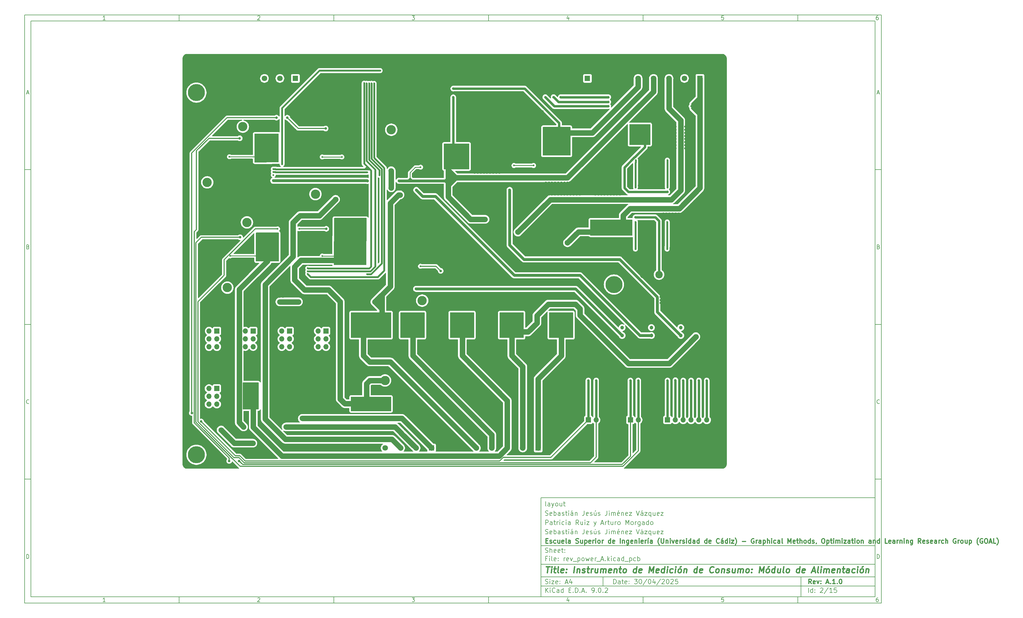
<source format=gbr>
%TF.GenerationSoftware,KiCad,Pcbnew,9.0.2*%
%TF.CreationDate,2025-11-09T23:00:08+01:00*%
%TF.ProjectId,rev_power_A,7265765f-706f-4776-9572-5f412e6b6963,A.1.0*%
%TF.SameCoordinates,Original*%
%TF.FileFunction,Copper,L2,Bot*%
%TF.FilePolarity,Positive*%
%FSLAX46Y46*%
G04 Gerber Fmt 4.6, Leading zero omitted, Abs format (unit mm)*
G04 Created by KiCad (PCBNEW 9.0.2) date 2025-11-09 23:00:08*
%MOMM*%
%LPD*%
G01*
G04 APERTURE LIST*
%ADD10C,0.100000*%
%ADD11C,0.150000*%
%ADD12C,0.300000*%
%ADD13C,0.400000*%
%TA.AperFunction,ComponentPad*%
%ADD14R,1.700000X1.700000*%
%TD*%
%TA.AperFunction,ComponentPad*%
%ADD15O,1.700000X1.700000*%
%TD*%
%TA.AperFunction,ComponentPad*%
%ADD16C,3.000000*%
%TD*%
%TA.AperFunction,ComponentPad*%
%ADD17C,2.400000*%
%TD*%
%TA.AperFunction,ComponentPad*%
%ADD18R,1.800000X1.800000*%
%TD*%
%TA.AperFunction,ComponentPad*%
%ADD19C,1.800000*%
%TD*%
%TA.AperFunction,ComponentPad*%
%ADD20C,5.500000*%
%TD*%
%TA.AperFunction,ComponentPad*%
%ADD21C,1.200000*%
%TD*%
%TA.AperFunction,ViaPad*%
%ADD22C,0.600000*%
%TD*%
%TA.AperFunction,ViaPad*%
%ADD23C,1.800000*%
%TD*%
%TA.AperFunction,ViaPad*%
%ADD24C,0.950000*%
%TD*%
%TA.AperFunction,ViaPad*%
%ADD25C,0.800000*%
%TD*%
%TA.AperFunction,Conductor*%
%ADD26C,1.800000*%
%TD*%
%TA.AperFunction,Conductor*%
%ADD27C,0.250000*%
%TD*%
%TA.AperFunction,Conductor*%
%ADD28C,0.600000*%
%TD*%
%TA.AperFunction,Conductor*%
%ADD29C,0.900000*%
%TD*%
%TA.AperFunction,Conductor*%
%ADD30C,0.800000*%
%TD*%
%TA.AperFunction,Conductor*%
%ADD31C,0.350000*%
%TD*%
%TA.AperFunction,Conductor*%
%ADD32C,0.950000*%
%TD*%
G04 APERTURE END LIST*
D10*
D11*
X177002200Y-166007200D02*
X285002200Y-166007200D01*
X285002200Y-198007200D01*
X177002200Y-198007200D01*
X177002200Y-166007200D01*
D10*
D11*
X10000000Y-10000000D02*
X287002200Y-10000000D01*
X287002200Y-200007200D01*
X10000000Y-200007200D01*
X10000000Y-10000000D01*
D10*
D11*
X12000000Y-12000000D02*
X285002200Y-12000000D01*
X285002200Y-198007200D01*
X12000000Y-198007200D01*
X12000000Y-12000000D01*
D10*
D11*
X60000000Y-12000000D02*
X60000000Y-10000000D01*
D10*
D11*
X110000000Y-12000000D02*
X110000000Y-10000000D01*
D10*
D11*
X160000000Y-12000000D02*
X160000000Y-10000000D01*
D10*
D11*
X210000000Y-12000000D02*
X210000000Y-10000000D01*
D10*
D11*
X260000000Y-12000000D02*
X260000000Y-10000000D01*
D10*
D11*
X36089160Y-11593604D02*
X35346303Y-11593604D01*
X35717731Y-11593604D02*
X35717731Y-10293604D01*
X35717731Y-10293604D02*
X35593922Y-10479319D01*
X35593922Y-10479319D02*
X35470112Y-10603128D01*
X35470112Y-10603128D02*
X35346303Y-10665033D01*
D10*
D11*
X85346303Y-10417414D02*
X85408207Y-10355509D01*
X85408207Y-10355509D02*
X85532017Y-10293604D01*
X85532017Y-10293604D02*
X85841541Y-10293604D01*
X85841541Y-10293604D02*
X85965350Y-10355509D01*
X85965350Y-10355509D02*
X86027255Y-10417414D01*
X86027255Y-10417414D02*
X86089160Y-10541223D01*
X86089160Y-10541223D02*
X86089160Y-10665033D01*
X86089160Y-10665033D02*
X86027255Y-10850747D01*
X86027255Y-10850747D02*
X85284398Y-11593604D01*
X85284398Y-11593604D02*
X86089160Y-11593604D01*
D10*
D11*
X135284398Y-10293604D02*
X136089160Y-10293604D01*
X136089160Y-10293604D02*
X135655826Y-10788842D01*
X135655826Y-10788842D02*
X135841541Y-10788842D01*
X135841541Y-10788842D02*
X135965350Y-10850747D01*
X135965350Y-10850747D02*
X136027255Y-10912652D01*
X136027255Y-10912652D02*
X136089160Y-11036461D01*
X136089160Y-11036461D02*
X136089160Y-11345985D01*
X136089160Y-11345985D02*
X136027255Y-11469795D01*
X136027255Y-11469795D02*
X135965350Y-11531700D01*
X135965350Y-11531700D02*
X135841541Y-11593604D01*
X135841541Y-11593604D02*
X135470112Y-11593604D01*
X135470112Y-11593604D02*
X135346303Y-11531700D01*
X135346303Y-11531700D02*
X135284398Y-11469795D01*
D10*
D11*
X185965350Y-10726938D02*
X185965350Y-11593604D01*
X185655826Y-10231700D02*
X185346303Y-11160271D01*
X185346303Y-11160271D02*
X186151064Y-11160271D01*
D10*
D11*
X236027255Y-10293604D02*
X235408207Y-10293604D01*
X235408207Y-10293604D02*
X235346303Y-10912652D01*
X235346303Y-10912652D02*
X235408207Y-10850747D01*
X235408207Y-10850747D02*
X235532017Y-10788842D01*
X235532017Y-10788842D02*
X235841541Y-10788842D01*
X235841541Y-10788842D02*
X235965350Y-10850747D01*
X235965350Y-10850747D02*
X236027255Y-10912652D01*
X236027255Y-10912652D02*
X236089160Y-11036461D01*
X236089160Y-11036461D02*
X236089160Y-11345985D01*
X236089160Y-11345985D02*
X236027255Y-11469795D01*
X236027255Y-11469795D02*
X235965350Y-11531700D01*
X235965350Y-11531700D02*
X235841541Y-11593604D01*
X235841541Y-11593604D02*
X235532017Y-11593604D01*
X235532017Y-11593604D02*
X235408207Y-11531700D01*
X235408207Y-11531700D02*
X235346303Y-11469795D01*
D10*
D11*
X285965350Y-10293604D02*
X285717731Y-10293604D01*
X285717731Y-10293604D02*
X285593922Y-10355509D01*
X285593922Y-10355509D02*
X285532017Y-10417414D01*
X285532017Y-10417414D02*
X285408207Y-10603128D01*
X285408207Y-10603128D02*
X285346303Y-10850747D01*
X285346303Y-10850747D02*
X285346303Y-11345985D01*
X285346303Y-11345985D02*
X285408207Y-11469795D01*
X285408207Y-11469795D02*
X285470112Y-11531700D01*
X285470112Y-11531700D02*
X285593922Y-11593604D01*
X285593922Y-11593604D02*
X285841541Y-11593604D01*
X285841541Y-11593604D02*
X285965350Y-11531700D01*
X285965350Y-11531700D02*
X286027255Y-11469795D01*
X286027255Y-11469795D02*
X286089160Y-11345985D01*
X286089160Y-11345985D02*
X286089160Y-11036461D01*
X286089160Y-11036461D02*
X286027255Y-10912652D01*
X286027255Y-10912652D02*
X285965350Y-10850747D01*
X285965350Y-10850747D02*
X285841541Y-10788842D01*
X285841541Y-10788842D02*
X285593922Y-10788842D01*
X285593922Y-10788842D02*
X285470112Y-10850747D01*
X285470112Y-10850747D02*
X285408207Y-10912652D01*
X285408207Y-10912652D02*
X285346303Y-11036461D01*
D10*
D11*
X60000000Y-198007200D02*
X60000000Y-200007200D01*
D10*
D11*
X110000000Y-198007200D02*
X110000000Y-200007200D01*
D10*
D11*
X160000000Y-198007200D02*
X160000000Y-200007200D01*
D10*
D11*
X210000000Y-198007200D02*
X210000000Y-200007200D01*
D10*
D11*
X260000000Y-198007200D02*
X260000000Y-200007200D01*
D10*
D11*
X36089160Y-199600804D02*
X35346303Y-199600804D01*
X35717731Y-199600804D02*
X35717731Y-198300804D01*
X35717731Y-198300804D02*
X35593922Y-198486519D01*
X35593922Y-198486519D02*
X35470112Y-198610328D01*
X35470112Y-198610328D02*
X35346303Y-198672233D01*
D10*
D11*
X85346303Y-198424614D02*
X85408207Y-198362709D01*
X85408207Y-198362709D02*
X85532017Y-198300804D01*
X85532017Y-198300804D02*
X85841541Y-198300804D01*
X85841541Y-198300804D02*
X85965350Y-198362709D01*
X85965350Y-198362709D02*
X86027255Y-198424614D01*
X86027255Y-198424614D02*
X86089160Y-198548423D01*
X86089160Y-198548423D02*
X86089160Y-198672233D01*
X86089160Y-198672233D02*
X86027255Y-198857947D01*
X86027255Y-198857947D02*
X85284398Y-199600804D01*
X85284398Y-199600804D02*
X86089160Y-199600804D01*
D10*
D11*
X135284398Y-198300804D02*
X136089160Y-198300804D01*
X136089160Y-198300804D02*
X135655826Y-198796042D01*
X135655826Y-198796042D02*
X135841541Y-198796042D01*
X135841541Y-198796042D02*
X135965350Y-198857947D01*
X135965350Y-198857947D02*
X136027255Y-198919852D01*
X136027255Y-198919852D02*
X136089160Y-199043661D01*
X136089160Y-199043661D02*
X136089160Y-199353185D01*
X136089160Y-199353185D02*
X136027255Y-199476995D01*
X136027255Y-199476995D02*
X135965350Y-199538900D01*
X135965350Y-199538900D02*
X135841541Y-199600804D01*
X135841541Y-199600804D02*
X135470112Y-199600804D01*
X135470112Y-199600804D02*
X135346303Y-199538900D01*
X135346303Y-199538900D02*
X135284398Y-199476995D01*
D10*
D11*
X185965350Y-198734138D02*
X185965350Y-199600804D01*
X185655826Y-198238900D02*
X185346303Y-199167471D01*
X185346303Y-199167471D02*
X186151064Y-199167471D01*
D10*
D11*
X236027255Y-198300804D02*
X235408207Y-198300804D01*
X235408207Y-198300804D02*
X235346303Y-198919852D01*
X235346303Y-198919852D02*
X235408207Y-198857947D01*
X235408207Y-198857947D02*
X235532017Y-198796042D01*
X235532017Y-198796042D02*
X235841541Y-198796042D01*
X235841541Y-198796042D02*
X235965350Y-198857947D01*
X235965350Y-198857947D02*
X236027255Y-198919852D01*
X236027255Y-198919852D02*
X236089160Y-199043661D01*
X236089160Y-199043661D02*
X236089160Y-199353185D01*
X236089160Y-199353185D02*
X236027255Y-199476995D01*
X236027255Y-199476995D02*
X235965350Y-199538900D01*
X235965350Y-199538900D02*
X235841541Y-199600804D01*
X235841541Y-199600804D02*
X235532017Y-199600804D01*
X235532017Y-199600804D02*
X235408207Y-199538900D01*
X235408207Y-199538900D02*
X235346303Y-199476995D01*
D10*
D11*
X285965350Y-198300804D02*
X285717731Y-198300804D01*
X285717731Y-198300804D02*
X285593922Y-198362709D01*
X285593922Y-198362709D02*
X285532017Y-198424614D01*
X285532017Y-198424614D02*
X285408207Y-198610328D01*
X285408207Y-198610328D02*
X285346303Y-198857947D01*
X285346303Y-198857947D02*
X285346303Y-199353185D01*
X285346303Y-199353185D02*
X285408207Y-199476995D01*
X285408207Y-199476995D02*
X285470112Y-199538900D01*
X285470112Y-199538900D02*
X285593922Y-199600804D01*
X285593922Y-199600804D02*
X285841541Y-199600804D01*
X285841541Y-199600804D02*
X285965350Y-199538900D01*
X285965350Y-199538900D02*
X286027255Y-199476995D01*
X286027255Y-199476995D02*
X286089160Y-199353185D01*
X286089160Y-199353185D02*
X286089160Y-199043661D01*
X286089160Y-199043661D02*
X286027255Y-198919852D01*
X286027255Y-198919852D02*
X285965350Y-198857947D01*
X285965350Y-198857947D02*
X285841541Y-198796042D01*
X285841541Y-198796042D02*
X285593922Y-198796042D01*
X285593922Y-198796042D02*
X285470112Y-198857947D01*
X285470112Y-198857947D02*
X285408207Y-198919852D01*
X285408207Y-198919852D02*
X285346303Y-199043661D01*
D10*
D11*
X10000000Y-60000000D02*
X12000000Y-60000000D01*
D10*
D11*
X10000000Y-110000000D02*
X12000000Y-110000000D01*
D10*
D11*
X10000000Y-160000000D02*
X12000000Y-160000000D01*
D10*
D11*
X10690476Y-35222176D02*
X11309523Y-35222176D01*
X10566666Y-35593604D02*
X10999999Y-34293604D01*
X10999999Y-34293604D02*
X11433333Y-35593604D01*
D10*
D11*
X11092857Y-84912652D02*
X11278571Y-84974557D01*
X11278571Y-84974557D02*
X11340476Y-85036461D01*
X11340476Y-85036461D02*
X11402380Y-85160271D01*
X11402380Y-85160271D02*
X11402380Y-85345985D01*
X11402380Y-85345985D02*
X11340476Y-85469795D01*
X11340476Y-85469795D02*
X11278571Y-85531700D01*
X11278571Y-85531700D02*
X11154761Y-85593604D01*
X11154761Y-85593604D02*
X10659523Y-85593604D01*
X10659523Y-85593604D02*
X10659523Y-84293604D01*
X10659523Y-84293604D02*
X11092857Y-84293604D01*
X11092857Y-84293604D02*
X11216666Y-84355509D01*
X11216666Y-84355509D02*
X11278571Y-84417414D01*
X11278571Y-84417414D02*
X11340476Y-84541223D01*
X11340476Y-84541223D02*
X11340476Y-84665033D01*
X11340476Y-84665033D02*
X11278571Y-84788842D01*
X11278571Y-84788842D02*
X11216666Y-84850747D01*
X11216666Y-84850747D02*
X11092857Y-84912652D01*
X11092857Y-84912652D02*
X10659523Y-84912652D01*
D10*
D11*
X11402380Y-135469795D02*
X11340476Y-135531700D01*
X11340476Y-135531700D02*
X11154761Y-135593604D01*
X11154761Y-135593604D02*
X11030952Y-135593604D01*
X11030952Y-135593604D02*
X10845238Y-135531700D01*
X10845238Y-135531700D02*
X10721428Y-135407890D01*
X10721428Y-135407890D02*
X10659523Y-135284080D01*
X10659523Y-135284080D02*
X10597619Y-135036461D01*
X10597619Y-135036461D02*
X10597619Y-134850747D01*
X10597619Y-134850747D02*
X10659523Y-134603128D01*
X10659523Y-134603128D02*
X10721428Y-134479319D01*
X10721428Y-134479319D02*
X10845238Y-134355509D01*
X10845238Y-134355509D02*
X11030952Y-134293604D01*
X11030952Y-134293604D02*
X11154761Y-134293604D01*
X11154761Y-134293604D02*
X11340476Y-134355509D01*
X11340476Y-134355509D02*
X11402380Y-134417414D01*
D10*
D11*
X10659523Y-185593604D02*
X10659523Y-184293604D01*
X10659523Y-184293604D02*
X10969047Y-184293604D01*
X10969047Y-184293604D02*
X11154761Y-184355509D01*
X11154761Y-184355509D02*
X11278571Y-184479319D01*
X11278571Y-184479319D02*
X11340476Y-184603128D01*
X11340476Y-184603128D02*
X11402380Y-184850747D01*
X11402380Y-184850747D02*
X11402380Y-185036461D01*
X11402380Y-185036461D02*
X11340476Y-185284080D01*
X11340476Y-185284080D02*
X11278571Y-185407890D01*
X11278571Y-185407890D02*
X11154761Y-185531700D01*
X11154761Y-185531700D02*
X10969047Y-185593604D01*
X10969047Y-185593604D02*
X10659523Y-185593604D01*
D10*
D11*
X287002200Y-60000000D02*
X285002200Y-60000000D01*
D10*
D11*
X287002200Y-110000000D02*
X285002200Y-110000000D01*
D10*
D11*
X287002200Y-160000000D02*
X285002200Y-160000000D01*
D10*
D11*
X285692676Y-35222176D02*
X286311723Y-35222176D01*
X285568866Y-35593604D02*
X286002199Y-34293604D01*
X286002199Y-34293604D02*
X286435533Y-35593604D01*
D10*
D11*
X286095057Y-84912652D02*
X286280771Y-84974557D01*
X286280771Y-84974557D02*
X286342676Y-85036461D01*
X286342676Y-85036461D02*
X286404580Y-85160271D01*
X286404580Y-85160271D02*
X286404580Y-85345985D01*
X286404580Y-85345985D02*
X286342676Y-85469795D01*
X286342676Y-85469795D02*
X286280771Y-85531700D01*
X286280771Y-85531700D02*
X286156961Y-85593604D01*
X286156961Y-85593604D02*
X285661723Y-85593604D01*
X285661723Y-85593604D02*
X285661723Y-84293604D01*
X285661723Y-84293604D02*
X286095057Y-84293604D01*
X286095057Y-84293604D02*
X286218866Y-84355509D01*
X286218866Y-84355509D02*
X286280771Y-84417414D01*
X286280771Y-84417414D02*
X286342676Y-84541223D01*
X286342676Y-84541223D02*
X286342676Y-84665033D01*
X286342676Y-84665033D02*
X286280771Y-84788842D01*
X286280771Y-84788842D02*
X286218866Y-84850747D01*
X286218866Y-84850747D02*
X286095057Y-84912652D01*
X286095057Y-84912652D02*
X285661723Y-84912652D01*
D10*
D11*
X286404580Y-135469795D02*
X286342676Y-135531700D01*
X286342676Y-135531700D02*
X286156961Y-135593604D01*
X286156961Y-135593604D02*
X286033152Y-135593604D01*
X286033152Y-135593604D02*
X285847438Y-135531700D01*
X285847438Y-135531700D02*
X285723628Y-135407890D01*
X285723628Y-135407890D02*
X285661723Y-135284080D01*
X285661723Y-135284080D02*
X285599819Y-135036461D01*
X285599819Y-135036461D02*
X285599819Y-134850747D01*
X285599819Y-134850747D02*
X285661723Y-134603128D01*
X285661723Y-134603128D02*
X285723628Y-134479319D01*
X285723628Y-134479319D02*
X285847438Y-134355509D01*
X285847438Y-134355509D02*
X286033152Y-134293604D01*
X286033152Y-134293604D02*
X286156961Y-134293604D01*
X286156961Y-134293604D02*
X286342676Y-134355509D01*
X286342676Y-134355509D02*
X286404580Y-134417414D01*
D10*
D11*
X285661723Y-185593604D02*
X285661723Y-184293604D01*
X285661723Y-184293604D02*
X285971247Y-184293604D01*
X285971247Y-184293604D02*
X286156961Y-184355509D01*
X286156961Y-184355509D02*
X286280771Y-184479319D01*
X286280771Y-184479319D02*
X286342676Y-184603128D01*
X286342676Y-184603128D02*
X286404580Y-184850747D01*
X286404580Y-184850747D02*
X286404580Y-185036461D01*
X286404580Y-185036461D02*
X286342676Y-185284080D01*
X286342676Y-185284080D02*
X286280771Y-185407890D01*
X286280771Y-185407890D02*
X286156961Y-185531700D01*
X286156961Y-185531700D02*
X285971247Y-185593604D01*
X285971247Y-185593604D02*
X285661723Y-185593604D01*
D10*
D11*
X200458026Y-193793328D02*
X200458026Y-192293328D01*
X200458026Y-192293328D02*
X200815169Y-192293328D01*
X200815169Y-192293328D02*
X201029455Y-192364757D01*
X201029455Y-192364757D02*
X201172312Y-192507614D01*
X201172312Y-192507614D02*
X201243741Y-192650471D01*
X201243741Y-192650471D02*
X201315169Y-192936185D01*
X201315169Y-192936185D02*
X201315169Y-193150471D01*
X201315169Y-193150471D02*
X201243741Y-193436185D01*
X201243741Y-193436185D02*
X201172312Y-193579042D01*
X201172312Y-193579042D02*
X201029455Y-193721900D01*
X201029455Y-193721900D02*
X200815169Y-193793328D01*
X200815169Y-193793328D02*
X200458026Y-193793328D01*
X202600884Y-193793328D02*
X202600884Y-193007614D01*
X202600884Y-193007614D02*
X202529455Y-192864757D01*
X202529455Y-192864757D02*
X202386598Y-192793328D01*
X202386598Y-192793328D02*
X202100884Y-192793328D01*
X202100884Y-192793328D02*
X201958026Y-192864757D01*
X202600884Y-193721900D02*
X202458026Y-193793328D01*
X202458026Y-193793328D02*
X202100884Y-193793328D01*
X202100884Y-193793328D02*
X201958026Y-193721900D01*
X201958026Y-193721900D02*
X201886598Y-193579042D01*
X201886598Y-193579042D02*
X201886598Y-193436185D01*
X201886598Y-193436185D02*
X201958026Y-193293328D01*
X201958026Y-193293328D02*
X202100884Y-193221900D01*
X202100884Y-193221900D02*
X202458026Y-193221900D01*
X202458026Y-193221900D02*
X202600884Y-193150471D01*
X203100884Y-192793328D02*
X203672312Y-192793328D01*
X203315169Y-192293328D02*
X203315169Y-193579042D01*
X203315169Y-193579042D02*
X203386598Y-193721900D01*
X203386598Y-193721900D02*
X203529455Y-193793328D01*
X203529455Y-193793328D02*
X203672312Y-193793328D01*
X204743741Y-193721900D02*
X204600884Y-193793328D01*
X204600884Y-193793328D02*
X204315170Y-193793328D01*
X204315170Y-193793328D02*
X204172312Y-193721900D01*
X204172312Y-193721900D02*
X204100884Y-193579042D01*
X204100884Y-193579042D02*
X204100884Y-193007614D01*
X204100884Y-193007614D02*
X204172312Y-192864757D01*
X204172312Y-192864757D02*
X204315170Y-192793328D01*
X204315170Y-192793328D02*
X204600884Y-192793328D01*
X204600884Y-192793328D02*
X204743741Y-192864757D01*
X204743741Y-192864757D02*
X204815170Y-193007614D01*
X204815170Y-193007614D02*
X204815170Y-193150471D01*
X204815170Y-193150471D02*
X204100884Y-193293328D01*
X205458026Y-193650471D02*
X205529455Y-193721900D01*
X205529455Y-193721900D02*
X205458026Y-193793328D01*
X205458026Y-193793328D02*
X205386598Y-193721900D01*
X205386598Y-193721900D02*
X205458026Y-193650471D01*
X205458026Y-193650471D02*
X205458026Y-193793328D01*
X205458026Y-192864757D02*
X205529455Y-192936185D01*
X205529455Y-192936185D02*
X205458026Y-193007614D01*
X205458026Y-193007614D02*
X205386598Y-192936185D01*
X205386598Y-192936185D02*
X205458026Y-192864757D01*
X205458026Y-192864757D02*
X205458026Y-193007614D01*
X207172312Y-192293328D02*
X208100884Y-192293328D01*
X208100884Y-192293328D02*
X207600884Y-192864757D01*
X207600884Y-192864757D02*
X207815169Y-192864757D01*
X207815169Y-192864757D02*
X207958027Y-192936185D01*
X207958027Y-192936185D02*
X208029455Y-193007614D01*
X208029455Y-193007614D02*
X208100884Y-193150471D01*
X208100884Y-193150471D02*
X208100884Y-193507614D01*
X208100884Y-193507614D02*
X208029455Y-193650471D01*
X208029455Y-193650471D02*
X207958027Y-193721900D01*
X207958027Y-193721900D02*
X207815169Y-193793328D01*
X207815169Y-193793328D02*
X207386598Y-193793328D01*
X207386598Y-193793328D02*
X207243741Y-193721900D01*
X207243741Y-193721900D02*
X207172312Y-193650471D01*
X209029455Y-192293328D02*
X209172312Y-192293328D01*
X209172312Y-192293328D02*
X209315169Y-192364757D01*
X209315169Y-192364757D02*
X209386598Y-192436185D01*
X209386598Y-192436185D02*
X209458026Y-192579042D01*
X209458026Y-192579042D02*
X209529455Y-192864757D01*
X209529455Y-192864757D02*
X209529455Y-193221900D01*
X209529455Y-193221900D02*
X209458026Y-193507614D01*
X209458026Y-193507614D02*
X209386598Y-193650471D01*
X209386598Y-193650471D02*
X209315169Y-193721900D01*
X209315169Y-193721900D02*
X209172312Y-193793328D01*
X209172312Y-193793328D02*
X209029455Y-193793328D01*
X209029455Y-193793328D02*
X208886598Y-193721900D01*
X208886598Y-193721900D02*
X208815169Y-193650471D01*
X208815169Y-193650471D02*
X208743740Y-193507614D01*
X208743740Y-193507614D02*
X208672312Y-193221900D01*
X208672312Y-193221900D02*
X208672312Y-192864757D01*
X208672312Y-192864757D02*
X208743740Y-192579042D01*
X208743740Y-192579042D02*
X208815169Y-192436185D01*
X208815169Y-192436185D02*
X208886598Y-192364757D01*
X208886598Y-192364757D02*
X209029455Y-192293328D01*
X211243740Y-192221900D02*
X209958026Y-194150471D01*
X212029455Y-192293328D02*
X212172312Y-192293328D01*
X212172312Y-192293328D02*
X212315169Y-192364757D01*
X212315169Y-192364757D02*
X212386598Y-192436185D01*
X212386598Y-192436185D02*
X212458026Y-192579042D01*
X212458026Y-192579042D02*
X212529455Y-192864757D01*
X212529455Y-192864757D02*
X212529455Y-193221900D01*
X212529455Y-193221900D02*
X212458026Y-193507614D01*
X212458026Y-193507614D02*
X212386598Y-193650471D01*
X212386598Y-193650471D02*
X212315169Y-193721900D01*
X212315169Y-193721900D02*
X212172312Y-193793328D01*
X212172312Y-193793328D02*
X212029455Y-193793328D01*
X212029455Y-193793328D02*
X211886598Y-193721900D01*
X211886598Y-193721900D02*
X211815169Y-193650471D01*
X211815169Y-193650471D02*
X211743740Y-193507614D01*
X211743740Y-193507614D02*
X211672312Y-193221900D01*
X211672312Y-193221900D02*
X211672312Y-192864757D01*
X211672312Y-192864757D02*
X211743740Y-192579042D01*
X211743740Y-192579042D02*
X211815169Y-192436185D01*
X211815169Y-192436185D02*
X211886598Y-192364757D01*
X211886598Y-192364757D02*
X212029455Y-192293328D01*
X213815169Y-192793328D02*
X213815169Y-193793328D01*
X213458026Y-192221900D02*
X213100883Y-193293328D01*
X213100883Y-193293328D02*
X214029454Y-193293328D01*
X215672311Y-192221900D02*
X214386597Y-194150471D01*
X216100883Y-192436185D02*
X216172311Y-192364757D01*
X216172311Y-192364757D02*
X216315169Y-192293328D01*
X216315169Y-192293328D02*
X216672311Y-192293328D01*
X216672311Y-192293328D02*
X216815169Y-192364757D01*
X216815169Y-192364757D02*
X216886597Y-192436185D01*
X216886597Y-192436185D02*
X216958026Y-192579042D01*
X216958026Y-192579042D02*
X216958026Y-192721900D01*
X216958026Y-192721900D02*
X216886597Y-192936185D01*
X216886597Y-192936185D02*
X216029454Y-193793328D01*
X216029454Y-193793328D02*
X216958026Y-193793328D01*
X217886597Y-192293328D02*
X218029454Y-192293328D01*
X218029454Y-192293328D02*
X218172311Y-192364757D01*
X218172311Y-192364757D02*
X218243740Y-192436185D01*
X218243740Y-192436185D02*
X218315168Y-192579042D01*
X218315168Y-192579042D02*
X218386597Y-192864757D01*
X218386597Y-192864757D02*
X218386597Y-193221900D01*
X218386597Y-193221900D02*
X218315168Y-193507614D01*
X218315168Y-193507614D02*
X218243740Y-193650471D01*
X218243740Y-193650471D02*
X218172311Y-193721900D01*
X218172311Y-193721900D02*
X218029454Y-193793328D01*
X218029454Y-193793328D02*
X217886597Y-193793328D01*
X217886597Y-193793328D02*
X217743740Y-193721900D01*
X217743740Y-193721900D02*
X217672311Y-193650471D01*
X217672311Y-193650471D02*
X217600882Y-193507614D01*
X217600882Y-193507614D02*
X217529454Y-193221900D01*
X217529454Y-193221900D02*
X217529454Y-192864757D01*
X217529454Y-192864757D02*
X217600882Y-192579042D01*
X217600882Y-192579042D02*
X217672311Y-192436185D01*
X217672311Y-192436185D02*
X217743740Y-192364757D01*
X217743740Y-192364757D02*
X217886597Y-192293328D01*
X218958025Y-192436185D02*
X219029453Y-192364757D01*
X219029453Y-192364757D02*
X219172311Y-192293328D01*
X219172311Y-192293328D02*
X219529453Y-192293328D01*
X219529453Y-192293328D02*
X219672311Y-192364757D01*
X219672311Y-192364757D02*
X219743739Y-192436185D01*
X219743739Y-192436185D02*
X219815168Y-192579042D01*
X219815168Y-192579042D02*
X219815168Y-192721900D01*
X219815168Y-192721900D02*
X219743739Y-192936185D01*
X219743739Y-192936185D02*
X218886596Y-193793328D01*
X218886596Y-193793328D02*
X219815168Y-193793328D01*
X221172310Y-192293328D02*
X220458024Y-192293328D01*
X220458024Y-192293328D02*
X220386596Y-193007614D01*
X220386596Y-193007614D02*
X220458024Y-192936185D01*
X220458024Y-192936185D02*
X220600882Y-192864757D01*
X220600882Y-192864757D02*
X220958024Y-192864757D01*
X220958024Y-192864757D02*
X221100882Y-192936185D01*
X221100882Y-192936185D02*
X221172310Y-193007614D01*
X221172310Y-193007614D02*
X221243739Y-193150471D01*
X221243739Y-193150471D02*
X221243739Y-193507614D01*
X221243739Y-193507614D02*
X221172310Y-193650471D01*
X221172310Y-193650471D02*
X221100882Y-193721900D01*
X221100882Y-193721900D02*
X220958024Y-193793328D01*
X220958024Y-193793328D02*
X220600882Y-193793328D01*
X220600882Y-193793328D02*
X220458024Y-193721900D01*
X220458024Y-193721900D02*
X220386596Y-193650471D01*
D10*
D11*
X177002200Y-194507200D02*
X285002200Y-194507200D01*
D10*
D11*
X178458026Y-196593328D02*
X178458026Y-195093328D01*
X179315169Y-196593328D02*
X178672312Y-195736185D01*
X179315169Y-195093328D02*
X178458026Y-195950471D01*
X179958026Y-196593328D02*
X179958026Y-195593328D01*
X179958026Y-195093328D02*
X179886598Y-195164757D01*
X179886598Y-195164757D02*
X179958026Y-195236185D01*
X179958026Y-195236185D02*
X180029455Y-195164757D01*
X180029455Y-195164757D02*
X179958026Y-195093328D01*
X179958026Y-195093328D02*
X179958026Y-195236185D01*
X181529455Y-196450471D02*
X181458027Y-196521900D01*
X181458027Y-196521900D02*
X181243741Y-196593328D01*
X181243741Y-196593328D02*
X181100884Y-196593328D01*
X181100884Y-196593328D02*
X180886598Y-196521900D01*
X180886598Y-196521900D02*
X180743741Y-196379042D01*
X180743741Y-196379042D02*
X180672312Y-196236185D01*
X180672312Y-196236185D02*
X180600884Y-195950471D01*
X180600884Y-195950471D02*
X180600884Y-195736185D01*
X180600884Y-195736185D02*
X180672312Y-195450471D01*
X180672312Y-195450471D02*
X180743741Y-195307614D01*
X180743741Y-195307614D02*
X180886598Y-195164757D01*
X180886598Y-195164757D02*
X181100884Y-195093328D01*
X181100884Y-195093328D02*
X181243741Y-195093328D01*
X181243741Y-195093328D02*
X181458027Y-195164757D01*
X181458027Y-195164757D02*
X181529455Y-195236185D01*
X182815170Y-196593328D02*
X182815170Y-195807614D01*
X182815170Y-195807614D02*
X182743741Y-195664757D01*
X182743741Y-195664757D02*
X182600884Y-195593328D01*
X182600884Y-195593328D02*
X182315170Y-195593328D01*
X182315170Y-195593328D02*
X182172312Y-195664757D01*
X182815170Y-196521900D02*
X182672312Y-196593328D01*
X182672312Y-196593328D02*
X182315170Y-196593328D01*
X182315170Y-196593328D02*
X182172312Y-196521900D01*
X182172312Y-196521900D02*
X182100884Y-196379042D01*
X182100884Y-196379042D02*
X182100884Y-196236185D01*
X182100884Y-196236185D02*
X182172312Y-196093328D01*
X182172312Y-196093328D02*
X182315170Y-196021900D01*
X182315170Y-196021900D02*
X182672312Y-196021900D01*
X182672312Y-196021900D02*
X182815170Y-195950471D01*
X184172313Y-196593328D02*
X184172313Y-195093328D01*
X184172313Y-196521900D02*
X184029455Y-196593328D01*
X184029455Y-196593328D02*
X183743741Y-196593328D01*
X183743741Y-196593328D02*
X183600884Y-196521900D01*
X183600884Y-196521900D02*
X183529455Y-196450471D01*
X183529455Y-196450471D02*
X183458027Y-196307614D01*
X183458027Y-196307614D02*
X183458027Y-195879042D01*
X183458027Y-195879042D02*
X183529455Y-195736185D01*
X183529455Y-195736185D02*
X183600884Y-195664757D01*
X183600884Y-195664757D02*
X183743741Y-195593328D01*
X183743741Y-195593328D02*
X184029455Y-195593328D01*
X184029455Y-195593328D02*
X184172313Y-195664757D01*
X186029455Y-195807614D02*
X186529455Y-195807614D01*
X186743741Y-196593328D02*
X186029455Y-196593328D01*
X186029455Y-196593328D02*
X186029455Y-195093328D01*
X186029455Y-195093328D02*
X186743741Y-195093328D01*
X187386598Y-196450471D02*
X187458027Y-196521900D01*
X187458027Y-196521900D02*
X187386598Y-196593328D01*
X187386598Y-196593328D02*
X187315170Y-196521900D01*
X187315170Y-196521900D02*
X187386598Y-196450471D01*
X187386598Y-196450471D02*
X187386598Y-196593328D01*
X188100884Y-196593328D02*
X188100884Y-195093328D01*
X188100884Y-195093328D02*
X188458027Y-195093328D01*
X188458027Y-195093328D02*
X188672313Y-195164757D01*
X188672313Y-195164757D02*
X188815170Y-195307614D01*
X188815170Y-195307614D02*
X188886599Y-195450471D01*
X188886599Y-195450471D02*
X188958027Y-195736185D01*
X188958027Y-195736185D02*
X188958027Y-195950471D01*
X188958027Y-195950471D02*
X188886599Y-196236185D01*
X188886599Y-196236185D02*
X188815170Y-196379042D01*
X188815170Y-196379042D02*
X188672313Y-196521900D01*
X188672313Y-196521900D02*
X188458027Y-196593328D01*
X188458027Y-196593328D02*
X188100884Y-196593328D01*
X189600884Y-196450471D02*
X189672313Y-196521900D01*
X189672313Y-196521900D02*
X189600884Y-196593328D01*
X189600884Y-196593328D02*
X189529456Y-196521900D01*
X189529456Y-196521900D02*
X189600884Y-196450471D01*
X189600884Y-196450471D02*
X189600884Y-196593328D01*
X190243742Y-196164757D02*
X190958028Y-196164757D01*
X190100885Y-196593328D02*
X190600885Y-195093328D01*
X190600885Y-195093328D02*
X191100885Y-196593328D01*
X191600884Y-196450471D02*
X191672313Y-196521900D01*
X191672313Y-196521900D02*
X191600884Y-196593328D01*
X191600884Y-196593328D02*
X191529456Y-196521900D01*
X191529456Y-196521900D02*
X191600884Y-196450471D01*
X191600884Y-196450471D02*
X191600884Y-196593328D01*
X193529456Y-196593328D02*
X193815170Y-196593328D01*
X193815170Y-196593328D02*
X193958027Y-196521900D01*
X193958027Y-196521900D02*
X194029456Y-196450471D01*
X194029456Y-196450471D02*
X194172313Y-196236185D01*
X194172313Y-196236185D02*
X194243742Y-195950471D01*
X194243742Y-195950471D02*
X194243742Y-195379042D01*
X194243742Y-195379042D02*
X194172313Y-195236185D01*
X194172313Y-195236185D02*
X194100885Y-195164757D01*
X194100885Y-195164757D02*
X193958027Y-195093328D01*
X193958027Y-195093328D02*
X193672313Y-195093328D01*
X193672313Y-195093328D02*
X193529456Y-195164757D01*
X193529456Y-195164757D02*
X193458027Y-195236185D01*
X193458027Y-195236185D02*
X193386599Y-195379042D01*
X193386599Y-195379042D02*
X193386599Y-195736185D01*
X193386599Y-195736185D02*
X193458027Y-195879042D01*
X193458027Y-195879042D02*
X193529456Y-195950471D01*
X193529456Y-195950471D02*
X193672313Y-196021900D01*
X193672313Y-196021900D02*
X193958027Y-196021900D01*
X193958027Y-196021900D02*
X194100885Y-195950471D01*
X194100885Y-195950471D02*
X194172313Y-195879042D01*
X194172313Y-195879042D02*
X194243742Y-195736185D01*
X194886598Y-196450471D02*
X194958027Y-196521900D01*
X194958027Y-196521900D02*
X194886598Y-196593328D01*
X194886598Y-196593328D02*
X194815170Y-196521900D01*
X194815170Y-196521900D02*
X194886598Y-196450471D01*
X194886598Y-196450471D02*
X194886598Y-196593328D01*
X195886599Y-195093328D02*
X196029456Y-195093328D01*
X196029456Y-195093328D02*
X196172313Y-195164757D01*
X196172313Y-195164757D02*
X196243742Y-195236185D01*
X196243742Y-195236185D02*
X196315170Y-195379042D01*
X196315170Y-195379042D02*
X196386599Y-195664757D01*
X196386599Y-195664757D02*
X196386599Y-196021900D01*
X196386599Y-196021900D02*
X196315170Y-196307614D01*
X196315170Y-196307614D02*
X196243742Y-196450471D01*
X196243742Y-196450471D02*
X196172313Y-196521900D01*
X196172313Y-196521900D02*
X196029456Y-196593328D01*
X196029456Y-196593328D02*
X195886599Y-196593328D01*
X195886599Y-196593328D02*
X195743742Y-196521900D01*
X195743742Y-196521900D02*
X195672313Y-196450471D01*
X195672313Y-196450471D02*
X195600884Y-196307614D01*
X195600884Y-196307614D02*
X195529456Y-196021900D01*
X195529456Y-196021900D02*
X195529456Y-195664757D01*
X195529456Y-195664757D02*
X195600884Y-195379042D01*
X195600884Y-195379042D02*
X195672313Y-195236185D01*
X195672313Y-195236185D02*
X195743742Y-195164757D01*
X195743742Y-195164757D02*
X195886599Y-195093328D01*
X197029455Y-196450471D02*
X197100884Y-196521900D01*
X197100884Y-196521900D02*
X197029455Y-196593328D01*
X197029455Y-196593328D02*
X196958027Y-196521900D01*
X196958027Y-196521900D02*
X197029455Y-196450471D01*
X197029455Y-196450471D02*
X197029455Y-196593328D01*
X197672313Y-195236185D02*
X197743741Y-195164757D01*
X197743741Y-195164757D02*
X197886599Y-195093328D01*
X197886599Y-195093328D02*
X198243741Y-195093328D01*
X198243741Y-195093328D02*
X198386599Y-195164757D01*
X198386599Y-195164757D02*
X198458027Y-195236185D01*
X198458027Y-195236185D02*
X198529456Y-195379042D01*
X198529456Y-195379042D02*
X198529456Y-195521900D01*
X198529456Y-195521900D02*
X198458027Y-195736185D01*
X198458027Y-195736185D02*
X197600884Y-196593328D01*
X197600884Y-196593328D02*
X198529456Y-196593328D01*
D10*
D11*
X177002200Y-191507200D02*
X285002200Y-191507200D01*
D10*
D12*
X264413853Y-193785528D02*
X263913853Y-193071242D01*
X263556710Y-193785528D02*
X263556710Y-192285528D01*
X263556710Y-192285528D02*
X264128139Y-192285528D01*
X264128139Y-192285528D02*
X264270996Y-192356957D01*
X264270996Y-192356957D02*
X264342425Y-192428385D01*
X264342425Y-192428385D02*
X264413853Y-192571242D01*
X264413853Y-192571242D02*
X264413853Y-192785528D01*
X264413853Y-192785528D02*
X264342425Y-192928385D01*
X264342425Y-192928385D02*
X264270996Y-192999814D01*
X264270996Y-192999814D02*
X264128139Y-193071242D01*
X264128139Y-193071242D02*
X263556710Y-193071242D01*
X265628139Y-193714100D02*
X265485282Y-193785528D01*
X265485282Y-193785528D02*
X265199568Y-193785528D01*
X265199568Y-193785528D02*
X265056710Y-193714100D01*
X265056710Y-193714100D02*
X264985282Y-193571242D01*
X264985282Y-193571242D02*
X264985282Y-192999814D01*
X264985282Y-192999814D02*
X265056710Y-192856957D01*
X265056710Y-192856957D02*
X265199568Y-192785528D01*
X265199568Y-192785528D02*
X265485282Y-192785528D01*
X265485282Y-192785528D02*
X265628139Y-192856957D01*
X265628139Y-192856957D02*
X265699568Y-192999814D01*
X265699568Y-192999814D02*
X265699568Y-193142671D01*
X265699568Y-193142671D02*
X264985282Y-193285528D01*
X266199567Y-192785528D02*
X266556710Y-193785528D01*
X266556710Y-193785528D02*
X266913853Y-192785528D01*
X267485281Y-193642671D02*
X267556710Y-193714100D01*
X267556710Y-193714100D02*
X267485281Y-193785528D01*
X267485281Y-193785528D02*
X267413853Y-193714100D01*
X267413853Y-193714100D02*
X267485281Y-193642671D01*
X267485281Y-193642671D02*
X267485281Y-193785528D01*
X267485281Y-192856957D02*
X267556710Y-192928385D01*
X267556710Y-192928385D02*
X267485281Y-192999814D01*
X267485281Y-192999814D02*
X267413853Y-192928385D01*
X267413853Y-192928385D02*
X267485281Y-192856957D01*
X267485281Y-192856957D02*
X267485281Y-192999814D01*
X269270996Y-193356957D02*
X269985282Y-193356957D01*
X269128139Y-193785528D02*
X269628139Y-192285528D01*
X269628139Y-192285528D02*
X270128139Y-193785528D01*
X270628138Y-193642671D02*
X270699567Y-193714100D01*
X270699567Y-193714100D02*
X270628138Y-193785528D01*
X270628138Y-193785528D02*
X270556710Y-193714100D01*
X270556710Y-193714100D02*
X270628138Y-193642671D01*
X270628138Y-193642671D02*
X270628138Y-193785528D01*
X272128139Y-193785528D02*
X271270996Y-193785528D01*
X271699567Y-193785528D02*
X271699567Y-192285528D01*
X271699567Y-192285528D02*
X271556710Y-192499814D01*
X271556710Y-192499814D02*
X271413853Y-192642671D01*
X271413853Y-192642671D02*
X271270996Y-192714100D01*
X272770995Y-193642671D02*
X272842424Y-193714100D01*
X272842424Y-193714100D02*
X272770995Y-193785528D01*
X272770995Y-193785528D02*
X272699567Y-193714100D01*
X272699567Y-193714100D02*
X272770995Y-193642671D01*
X272770995Y-193642671D02*
X272770995Y-193785528D01*
X273770996Y-192285528D02*
X273913853Y-192285528D01*
X273913853Y-192285528D02*
X274056710Y-192356957D01*
X274056710Y-192356957D02*
X274128139Y-192428385D01*
X274128139Y-192428385D02*
X274199567Y-192571242D01*
X274199567Y-192571242D02*
X274270996Y-192856957D01*
X274270996Y-192856957D02*
X274270996Y-193214100D01*
X274270996Y-193214100D02*
X274199567Y-193499814D01*
X274199567Y-193499814D02*
X274128139Y-193642671D01*
X274128139Y-193642671D02*
X274056710Y-193714100D01*
X274056710Y-193714100D02*
X273913853Y-193785528D01*
X273913853Y-193785528D02*
X273770996Y-193785528D01*
X273770996Y-193785528D02*
X273628139Y-193714100D01*
X273628139Y-193714100D02*
X273556710Y-193642671D01*
X273556710Y-193642671D02*
X273485281Y-193499814D01*
X273485281Y-193499814D02*
X273413853Y-193214100D01*
X273413853Y-193214100D02*
X273413853Y-192856957D01*
X273413853Y-192856957D02*
X273485281Y-192571242D01*
X273485281Y-192571242D02*
X273556710Y-192428385D01*
X273556710Y-192428385D02*
X273628139Y-192356957D01*
X273628139Y-192356957D02*
X273770996Y-192285528D01*
D10*
D11*
X178386598Y-193721900D02*
X178600884Y-193793328D01*
X178600884Y-193793328D02*
X178958026Y-193793328D01*
X178958026Y-193793328D02*
X179100884Y-193721900D01*
X179100884Y-193721900D02*
X179172312Y-193650471D01*
X179172312Y-193650471D02*
X179243741Y-193507614D01*
X179243741Y-193507614D02*
X179243741Y-193364757D01*
X179243741Y-193364757D02*
X179172312Y-193221900D01*
X179172312Y-193221900D02*
X179100884Y-193150471D01*
X179100884Y-193150471D02*
X178958026Y-193079042D01*
X178958026Y-193079042D02*
X178672312Y-193007614D01*
X178672312Y-193007614D02*
X178529455Y-192936185D01*
X178529455Y-192936185D02*
X178458026Y-192864757D01*
X178458026Y-192864757D02*
X178386598Y-192721900D01*
X178386598Y-192721900D02*
X178386598Y-192579042D01*
X178386598Y-192579042D02*
X178458026Y-192436185D01*
X178458026Y-192436185D02*
X178529455Y-192364757D01*
X178529455Y-192364757D02*
X178672312Y-192293328D01*
X178672312Y-192293328D02*
X179029455Y-192293328D01*
X179029455Y-192293328D02*
X179243741Y-192364757D01*
X179886597Y-193793328D02*
X179886597Y-192793328D01*
X179886597Y-192293328D02*
X179815169Y-192364757D01*
X179815169Y-192364757D02*
X179886597Y-192436185D01*
X179886597Y-192436185D02*
X179958026Y-192364757D01*
X179958026Y-192364757D02*
X179886597Y-192293328D01*
X179886597Y-192293328D02*
X179886597Y-192436185D01*
X180458026Y-192793328D02*
X181243741Y-192793328D01*
X181243741Y-192793328D02*
X180458026Y-193793328D01*
X180458026Y-193793328D02*
X181243741Y-193793328D01*
X182386598Y-193721900D02*
X182243741Y-193793328D01*
X182243741Y-193793328D02*
X181958027Y-193793328D01*
X181958027Y-193793328D02*
X181815169Y-193721900D01*
X181815169Y-193721900D02*
X181743741Y-193579042D01*
X181743741Y-193579042D02*
X181743741Y-193007614D01*
X181743741Y-193007614D02*
X181815169Y-192864757D01*
X181815169Y-192864757D02*
X181958027Y-192793328D01*
X181958027Y-192793328D02*
X182243741Y-192793328D01*
X182243741Y-192793328D02*
X182386598Y-192864757D01*
X182386598Y-192864757D02*
X182458027Y-193007614D01*
X182458027Y-193007614D02*
X182458027Y-193150471D01*
X182458027Y-193150471D02*
X181743741Y-193293328D01*
X183100883Y-193650471D02*
X183172312Y-193721900D01*
X183172312Y-193721900D02*
X183100883Y-193793328D01*
X183100883Y-193793328D02*
X183029455Y-193721900D01*
X183029455Y-193721900D02*
X183100883Y-193650471D01*
X183100883Y-193650471D02*
X183100883Y-193793328D01*
X183100883Y-192864757D02*
X183172312Y-192936185D01*
X183172312Y-192936185D02*
X183100883Y-193007614D01*
X183100883Y-193007614D02*
X183029455Y-192936185D01*
X183029455Y-192936185D02*
X183100883Y-192864757D01*
X183100883Y-192864757D02*
X183100883Y-193007614D01*
X184886598Y-193364757D02*
X185600884Y-193364757D01*
X184743741Y-193793328D02*
X185243741Y-192293328D01*
X185243741Y-192293328D02*
X185743741Y-193793328D01*
X186886598Y-192793328D02*
X186886598Y-193793328D01*
X186529455Y-192221900D02*
X186172312Y-193293328D01*
X186172312Y-193293328D02*
X187100883Y-193293328D01*
D10*
D11*
X263458026Y-196593328D02*
X263458026Y-195093328D01*
X264815170Y-196593328D02*
X264815170Y-195093328D01*
X264815170Y-196521900D02*
X264672312Y-196593328D01*
X264672312Y-196593328D02*
X264386598Y-196593328D01*
X264386598Y-196593328D02*
X264243741Y-196521900D01*
X264243741Y-196521900D02*
X264172312Y-196450471D01*
X264172312Y-196450471D02*
X264100884Y-196307614D01*
X264100884Y-196307614D02*
X264100884Y-195879042D01*
X264100884Y-195879042D02*
X264172312Y-195736185D01*
X264172312Y-195736185D02*
X264243741Y-195664757D01*
X264243741Y-195664757D02*
X264386598Y-195593328D01*
X264386598Y-195593328D02*
X264672312Y-195593328D01*
X264672312Y-195593328D02*
X264815170Y-195664757D01*
X265529455Y-196450471D02*
X265600884Y-196521900D01*
X265600884Y-196521900D02*
X265529455Y-196593328D01*
X265529455Y-196593328D02*
X265458027Y-196521900D01*
X265458027Y-196521900D02*
X265529455Y-196450471D01*
X265529455Y-196450471D02*
X265529455Y-196593328D01*
X265529455Y-195664757D02*
X265600884Y-195736185D01*
X265600884Y-195736185D02*
X265529455Y-195807614D01*
X265529455Y-195807614D02*
X265458027Y-195736185D01*
X265458027Y-195736185D02*
X265529455Y-195664757D01*
X265529455Y-195664757D02*
X265529455Y-195807614D01*
X267315170Y-195236185D02*
X267386598Y-195164757D01*
X267386598Y-195164757D02*
X267529456Y-195093328D01*
X267529456Y-195093328D02*
X267886598Y-195093328D01*
X267886598Y-195093328D02*
X268029456Y-195164757D01*
X268029456Y-195164757D02*
X268100884Y-195236185D01*
X268100884Y-195236185D02*
X268172313Y-195379042D01*
X268172313Y-195379042D02*
X268172313Y-195521900D01*
X268172313Y-195521900D02*
X268100884Y-195736185D01*
X268100884Y-195736185D02*
X267243741Y-196593328D01*
X267243741Y-196593328D02*
X268172313Y-196593328D01*
X269886598Y-195021900D02*
X268600884Y-196950471D01*
X271172313Y-196593328D02*
X270315170Y-196593328D01*
X270743741Y-196593328D02*
X270743741Y-195093328D01*
X270743741Y-195093328D02*
X270600884Y-195307614D01*
X270600884Y-195307614D02*
X270458027Y-195450471D01*
X270458027Y-195450471D02*
X270315170Y-195521900D01*
X272529455Y-195093328D02*
X271815169Y-195093328D01*
X271815169Y-195093328D02*
X271743741Y-195807614D01*
X271743741Y-195807614D02*
X271815169Y-195736185D01*
X271815169Y-195736185D02*
X271958027Y-195664757D01*
X271958027Y-195664757D02*
X272315169Y-195664757D01*
X272315169Y-195664757D02*
X272458027Y-195736185D01*
X272458027Y-195736185D02*
X272529455Y-195807614D01*
X272529455Y-195807614D02*
X272600884Y-195950471D01*
X272600884Y-195950471D02*
X272600884Y-196307614D01*
X272600884Y-196307614D02*
X272529455Y-196450471D01*
X272529455Y-196450471D02*
X272458027Y-196521900D01*
X272458027Y-196521900D02*
X272315169Y-196593328D01*
X272315169Y-196593328D02*
X271958027Y-196593328D01*
X271958027Y-196593328D02*
X271815169Y-196521900D01*
X271815169Y-196521900D02*
X271743741Y-196450471D01*
D10*
D11*
X177002200Y-187507200D02*
X285002200Y-187507200D01*
D10*
D13*
X178693928Y-188211638D02*
X179836785Y-188211638D01*
X179015357Y-190211638D02*
X179265357Y-188211638D01*
X180253452Y-190211638D02*
X180420119Y-188878304D01*
X180503452Y-188211638D02*
X180396309Y-188306876D01*
X180396309Y-188306876D02*
X180479643Y-188402114D01*
X180479643Y-188402114D02*
X180586786Y-188306876D01*
X180586786Y-188306876D02*
X180503452Y-188211638D01*
X180503452Y-188211638D02*
X180479643Y-188402114D01*
X181086786Y-188878304D02*
X181848690Y-188878304D01*
X181455833Y-188211638D02*
X181241548Y-189925923D01*
X181241548Y-189925923D02*
X181312976Y-190116400D01*
X181312976Y-190116400D02*
X181491548Y-190211638D01*
X181491548Y-190211638D02*
X181682024Y-190211638D01*
X182634405Y-190211638D02*
X182455833Y-190116400D01*
X182455833Y-190116400D02*
X182384405Y-189925923D01*
X182384405Y-189925923D02*
X182598690Y-188211638D01*
X184170119Y-190116400D02*
X183967738Y-190211638D01*
X183967738Y-190211638D02*
X183586785Y-190211638D01*
X183586785Y-190211638D02*
X183408214Y-190116400D01*
X183408214Y-190116400D02*
X183336785Y-189925923D01*
X183336785Y-189925923D02*
X183432024Y-189164019D01*
X183432024Y-189164019D02*
X183551071Y-188973542D01*
X183551071Y-188973542D02*
X183753452Y-188878304D01*
X183753452Y-188878304D02*
X184134404Y-188878304D01*
X184134404Y-188878304D02*
X184312976Y-188973542D01*
X184312976Y-188973542D02*
X184384404Y-189164019D01*
X184384404Y-189164019D02*
X184360595Y-189354495D01*
X184360595Y-189354495D02*
X183384404Y-189544971D01*
X185134405Y-190021161D02*
X185217738Y-190116400D01*
X185217738Y-190116400D02*
X185110595Y-190211638D01*
X185110595Y-190211638D02*
X185027262Y-190116400D01*
X185027262Y-190116400D02*
X185134405Y-190021161D01*
X185134405Y-190021161D02*
X185110595Y-190211638D01*
X185265357Y-188973542D02*
X185348690Y-189068780D01*
X185348690Y-189068780D02*
X185241548Y-189164019D01*
X185241548Y-189164019D02*
X185158214Y-189068780D01*
X185158214Y-189068780D02*
X185265357Y-188973542D01*
X185265357Y-188973542D02*
X185241548Y-189164019D01*
X187586786Y-190211638D02*
X187836786Y-188211638D01*
X188705834Y-188878304D02*
X188539167Y-190211638D01*
X188682024Y-189068780D02*
X188789167Y-188973542D01*
X188789167Y-188973542D02*
X188991548Y-188878304D01*
X188991548Y-188878304D02*
X189277262Y-188878304D01*
X189277262Y-188878304D02*
X189455834Y-188973542D01*
X189455834Y-188973542D02*
X189527262Y-189164019D01*
X189527262Y-189164019D02*
X189396310Y-190211638D01*
X190265358Y-190116400D02*
X190443929Y-190211638D01*
X190443929Y-190211638D02*
X190824882Y-190211638D01*
X190824882Y-190211638D02*
X191027263Y-190116400D01*
X191027263Y-190116400D02*
X191146310Y-189925923D01*
X191146310Y-189925923D02*
X191158215Y-189830685D01*
X191158215Y-189830685D02*
X191086786Y-189640209D01*
X191086786Y-189640209D02*
X190908215Y-189544971D01*
X190908215Y-189544971D02*
X190622501Y-189544971D01*
X190622501Y-189544971D02*
X190443929Y-189449733D01*
X190443929Y-189449733D02*
X190372501Y-189259257D01*
X190372501Y-189259257D02*
X190384406Y-189164019D01*
X190384406Y-189164019D02*
X190503453Y-188973542D01*
X190503453Y-188973542D02*
X190705834Y-188878304D01*
X190705834Y-188878304D02*
X190991548Y-188878304D01*
X190991548Y-188878304D02*
X191170120Y-188973542D01*
X191848692Y-188878304D02*
X192610596Y-188878304D01*
X192217739Y-188211638D02*
X192003454Y-189925923D01*
X192003454Y-189925923D02*
X192074882Y-190116400D01*
X192074882Y-190116400D02*
X192253454Y-190211638D01*
X192253454Y-190211638D02*
X192443930Y-190211638D01*
X193110596Y-190211638D02*
X193277263Y-188878304D01*
X193229644Y-189259257D02*
X193348691Y-189068780D01*
X193348691Y-189068780D02*
X193455834Y-188973542D01*
X193455834Y-188973542D02*
X193658215Y-188878304D01*
X193658215Y-188878304D02*
X193848691Y-188878304D01*
X195372501Y-188878304D02*
X195205834Y-190211638D01*
X194515358Y-188878304D02*
X194384406Y-189925923D01*
X194384406Y-189925923D02*
X194455834Y-190116400D01*
X194455834Y-190116400D02*
X194634406Y-190211638D01*
X194634406Y-190211638D02*
X194920120Y-190211638D01*
X194920120Y-190211638D02*
X195122501Y-190116400D01*
X195122501Y-190116400D02*
X195229644Y-190021161D01*
X196158215Y-190211638D02*
X196324882Y-188878304D01*
X196301072Y-189068780D02*
X196408215Y-188973542D01*
X196408215Y-188973542D02*
X196610596Y-188878304D01*
X196610596Y-188878304D02*
X196896310Y-188878304D01*
X196896310Y-188878304D02*
X197074882Y-188973542D01*
X197074882Y-188973542D02*
X197146310Y-189164019D01*
X197146310Y-189164019D02*
X197015358Y-190211638D01*
X197146310Y-189164019D02*
X197265358Y-188973542D01*
X197265358Y-188973542D02*
X197467739Y-188878304D01*
X197467739Y-188878304D02*
X197753453Y-188878304D01*
X197753453Y-188878304D02*
X197932025Y-188973542D01*
X197932025Y-188973542D02*
X198003453Y-189164019D01*
X198003453Y-189164019D02*
X197872501Y-190211638D01*
X199598692Y-190116400D02*
X199396311Y-190211638D01*
X199396311Y-190211638D02*
X199015358Y-190211638D01*
X199015358Y-190211638D02*
X198836787Y-190116400D01*
X198836787Y-190116400D02*
X198765358Y-189925923D01*
X198765358Y-189925923D02*
X198860597Y-189164019D01*
X198860597Y-189164019D02*
X198979644Y-188973542D01*
X198979644Y-188973542D02*
X199182025Y-188878304D01*
X199182025Y-188878304D02*
X199562977Y-188878304D01*
X199562977Y-188878304D02*
X199741549Y-188973542D01*
X199741549Y-188973542D02*
X199812977Y-189164019D01*
X199812977Y-189164019D02*
X199789168Y-189354495D01*
X199789168Y-189354495D02*
X198812977Y-189544971D01*
X200705835Y-188878304D02*
X200539168Y-190211638D01*
X200682025Y-189068780D02*
X200789168Y-188973542D01*
X200789168Y-188973542D02*
X200991549Y-188878304D01*
X200991549Y-188878304D02*
X201277263Y-188878304D01*
X201277263Y-188878304D02*
X201455835Y-188973542D01*
X201455835Y-188973542D02*
X201527263Y-189164019D01*
X201527263Y-189164019D02*
X201396311Y-190211638D01*
X202229645Y-188878304D02*
X202991549Y-188878304D01*
X202598692Y-188211638D02*
X202384407Y-189925923D01*
X202384407Y-189925923D02*
X202455835Y-190116400D01*
X202455835Y-190116400D02*
X202634407Y-190211638D01*
X202634407Y-190211638D02*
X202824883Y-190211638D01*
X203777264Y-190211638D02*
X203598692Y-190116400D01*
X203598692Y-190116400D02*
X203515359Y-190021161D01*
X203515359Y-190021161D02*
X203443930Y-189830685D01*
X203443930Y-189830685D02*
X203515359Y-189259257D01*
X203515359Y-189259257D02*
X203634406Y-189068780D01*
X203634406Y-189068780D02*
X203741549Y-188973542D01*
X203741549Y-188973542D02*
X203943930Y-188878304D01*
X203943930Y-188878304D02*
X204229644Y-188878304D01*
X204229644Y-188878304D02*
X204408216Y-188973542D01*
X204408216Y-188973542D02*
X204491549Y-189068780D01*
X204491549Y-189068780D02*
X204562978Y-189259257D01*
X204562978Y-189259257D02*
X204491549Y-189830685D01*
X204491549Y-189830685D02*
X204372502Y-190021161D01*
X204372502Y-190021161D02*
X204265359Y-190116400D01*
X204265359Y-190116400D02*
X204062978Y-190211638D01*
X204062978Y-190211638D02*
X203777264Y-190211638D01*
X207682026Y-190211638D02*
X207932026Y-188211638D01*
X207693931Y-190116400D02*
X207491550Y-190211638D01*
X207491550Y-190211638D02*
X207110598Y-190211638D01*
X207110598Y-190211638D02*
X206932026Y-190116400D01*
X206932026Y-190116400D02*
X206848693Y-190021161D01*
X206848693Y-190021161D02*
X206777264Y-189830685D01*
X206777264Y-189830685D02*
X206848693Y-189259257D01*
X206848693Y-189259257D02*
X206967740Y-189068780D01*
X206967740Y-189068780D02*
X207074883Y-188973542D01*
X207074883Y-188973542D02*
X207277264Y-188878304D01*
X207277264Y-188878304D02*
X207658217Y-188878304D01*
X207658217Y-188878304D02*
X207836788Y-188973542D01*
X209408217Y-190116400D02*
X209205836Y-190211638D01*
X209205836Y-190211638D02*
X208824883Y-190211638D01*
X208824883Y-190211638D02*
X208646312Y-190116400D01*
X208646312Y-190116400D02*
X208574883Y-189925923D01*
X208574883Y-189925923D02*
X208670122Y-189164019D01*
X208670122Y-189164019D02*
X208789169Y-188973542D01*
X208789169Y-188973542D02*
X208991550Y-188878304D01*
X208991550Y-188878304D02*
X209372502Y-188878304D01*
X209372502Y-188878304D02*
X209551074Y-188973542D01*
X209551074Y-188973542D02*
X209622502Y-189164019D01*
X209622502Y-189164019D02*
X209598693Y-189354495D01*
X209598693Y-189354495D02*
X208622502Y-189544971D01*
X211872503Y-190211638D02*
X212122503Y-188211638D01*
X212122503Y-188211638D02*
X212610598Y-189640209D01*
X212610598Y-189640209D02*
X213455837Y-188211638D01*
X213455837Y-188211638D02*
X213205837Y-190211638D01*
X214932027Y-190116400D02*
X214729646Y-190211638D01*
X214729646Y-190211638D02*
X214348693Y-190211638D01*
X214348693Y-190211638D02*
X214170122Y-190116400D01*
X214170122Y-190116400D02*
X214098693Y-189925923D01*
X214098693Y-189925923D02*
X214193932Y-189164019D01*
X214193932Y-189164019D02*
X214312979Y-188973542D01*
X214312979Y-188973542D02*
X214515360Y-188878304D01*
X214515360Y-188878304D02*
X214896312Y-188878304D01*
X214896312Y-188878304D02*
X215074884Y-188973542D01*
X215074884Y-188973542D02*
X215146312Y-189164019D01*
X215146312Y-189164019D02*
X215122503Y-189354495D01*
X215122503Y-189354495D02*
X214146312Y-189544971D01*
X216729646Y-190211638D02*
X216979646Y-188211638D01*
X216741551Y-190116400D02*
X216539170Y-190211638D01*
X216539170Y-190211638D02*
X216158218Y-190211638D01*
X216158218Y-190211638D02*
X215979646Y-190116400D01*
X215979646Y-190116400D02*
X215896313Y-190021161D01*
X215896313Y-190021161D02*
X215824884Y-189830685D01*
X215824884Y-189830685D02*
X215896313Y-189259257D01*
X215896313Y-189259257D02*
X216015360Y-189068780D01*
X216015360Y-189068780D02*
X216122503Y-188973542D01*
X216122503Y-188973542D02*
X216324884Y-188878304D01*
X216324884Y-188878304D02*
X216705837Y-188878304D01*
X216705837Y-188878304D02*
X216884408Y-188973542D01*
X217682027Y-190211638D02*
X217848694Y-188878304D01*
X217932027Y-188211638D02*
X217824884Y-188306876D01*
X217824884Y-188306876D02*
X217908218Y-188402114D01*
X217908218Y-188402114D02*
X218015361Y-188306876D01*
X218015361Y-188306876D02*
X217932027Y-188211638D01*
X217932027Y-188211638D02*
X217908218Y-188402114D01*
X219503456Y-190116400D02*
X219301075Y-190211638D01*
X219301075Y-190211638D02*
X218920123Y-190211638D01*
X218920123Y-190211638D02*
X218741551Y-190116400D01*
X218741551Y-190116400D02*
X218658218Y-190021161D01*
X218658218Y-190021161D02*
X218586789Y-189830685D01*
X218586789Y-189830685D02*
X218658218Y-189259257D01*
X218658218Y-189259257D02*
X218777265Y-189068780D01*
X218777265Y-189068780D02*
X218884408Y-188973542D01*
X218884408Y-188973542D02*
X219086789Y-188878304D01*
X219086789Y-188878304D02*
X219467742Y-188878304D01*
X219467742Y-188878304D02*
X219646313Y-188973542D01*
X220348694Y-190211638D02*
X220515361Y-188878304D01*
X220598694Y-188211638D02*
X220491551Y-188306876D01*
X220491551Y-188306876D02*
X220574885Y-188402114D01*
X220574885Y-188402114D02*
X220682028Y-188306876D01*
X220682028Y-188306876D02*
X220598694Y-188211638D01*
X220598694Y-188211638D02*
X220574885Y-188402114D01*
X221586790Y-190211638D02*
X221408218Y-190116400D01*
X221408218Y-190116400D02*
X221324885Y-190021161D01*
X221324885Y-190021161D02*
X221253456Y-189830685D01*
X221253456Y-189830685D02*
X221324885Y-189259257D01*
X221324885Y-189259257D02*
X221443932Y-189068780D01*
X221443932Y-189068780D02*
X221551075Y-188973542D01*
X221551075Y-188973542D02*
X221753456Y-188878304D01*
X221753456Y-188878304D02*
X222039170Y-188878304D01*
X222039170Y-188878304D02*
X222217742Y-188973542D01*
X222217742Y-188973542D02*
X222301075Y-189068780D01*
X222301075Y-189068780D02*
X222372504Y-189259257D01*
X222372504Y-189259257D02*
X222301075Y-189830685D01*
X222301075Y-189830685D02*
X222182028Y-190021161D01*
X222182028Y-190021161D02*
X222074885Y-190116400D01*
X222074885Y-190116400D02*
X221872504Y-190211638D01*
X221872504Y-190211638D02*
X221586790Y-190211638D01*
X222229647Y-188116400D02*
X221908218Y-188402114D01*
X223277266Y-188878304D02*
X223110599Y-190211638D01*
X223253456Y-189068780D02*
X223360599Y-188973542D01*
X223360599Y-188973542D02*
X223562980Y-188878304D01*
X223562980Y-188878304D02*
X223848694Y-188878304D01*
X223848694Y-188878304D02*
X224027266Y-188973542D01*
X224027266Y-188973542D02*
X224098694Y-189164019D01*
X224098694Y-189164019D02*
X223967742Y-190211638D01*
X227301076Y-190211638D02*
X227551076Y-188211638D01*
X227312981Y-190116400D02*
X227110600Y-190211638D01*
X227110600Y-190211638D02*
X226729648Y-190211638D01*
X226729648Y-190211638D02*
X226551076Y-190116400D01*
X226551076Y-190116400D02*
X226467743Y-190021161D01*
X226467743Y-190021161D02*
X226396314Y-189830685D01*
X226396314Y-189830685D02*
X226467743Y-189259257D01*
X226467743Y-189259257D02*
X226586790Y-189068780D01*
X226586790Y-189068780D02*
X226693933Y-188973542D01*
X226693933Y-188973542D02*
X226896314Y-188878304D01*
X226896314Y-188878304D02*
X227277267Y-188878304D01*
X227277267Y-188878304D02*
X227455838Y-188973542D01*
X229027267Y-190116400D02*
X228824886Y-190211638D01*
X228824886Y-190211638D02*
X228443933Y-190211638D01*
X228443933Y-190211638D02*
X228265362Y-190116400D01*
X228265362Y-190116400D02*
X228193933Y-189925923D01*
X228193933Y-189925923D02*
X228289172Y-189164019D01*
X228289172Y-189164019D02*
X228408219Y-188973542D01*
X228408219Y-188973542D02*
X228610600Y-188878304D01*
X228610600Y-188878304D02*
X228991552Y-188878304D01*
X228991552Y-188878304D02*
X229170124Y-188973542D01*
X229170124Y-188973542D02*
X229241552Y-189164019D01*
X229241552Y-189164019D02*
X229217743Y-189354495D01*
X229217743Y-189354495D02*
X228241552Y-189544971D01*
X232658220Y-190021161D02*
X232551077Y-190116400D01*
X232551077Y-190116400D02*
X232253458Y-190211638D01*
X232253458Y-190211638D02*
X232062982Y-190211638D01*
X232062982Y-190211638D02*
X231789172Y-190116400D01*
X231789172Y-190116400D02*
X231622506Y-189925923D01*
X231622506Y-189925923D02*
X231551077Y-189735447D01*
X231551077Y-189735447D02*
X231503458Y-189354495D01*
X231503458Y-189354495D02*
X231539172Y-189068780D01*
X231539172Y-189068780D02*
X231682029Y-188687828D01*
X231682029Y-188687828D02*
X231801077Y-188497352D01*
X231801077Y-188497352D02*
X232015363Y-188306876D01*
X232015363Y-188306876D02*
X232312982Y-188211638D01*
X232312982Y-188211638D02*
X232503458Y-188211638D01*
X232503458Y-188211638D02*
X232777268Y-188306876D01*
X232777268Y-188306876D02*
X232860601Y-188402114D01*
X233777268Y-190211638D02*
X233598696Y-190116400D01*
X233598696Y-190116400D02*
X233515363Y-190021161D01*
X233515363Y-190021161D02*
X233443934Y-189830685D01*
X233443934Y-189830685D02*
X233515363Y-189259257D01*
X233515363Y-189259257D02*
X233634410Y-189068780D01*
X233634410Y-189068780D02*
X233741553Y-188973542D01*
X233741553Y-188973542D02*
X233943934Y-188878304D01*
X233943934Y-188878304D02*
X234229648Y-188878304D01*
X234229648Y-188878304D02*
X234408220Y-188973542D01*
X234408220Y-188973542D02*
X234491553Y-189068780D01*
X234491553Y-189068780D02*
X234562982Y-189259257D01*
X234562982Y-189259257D02*
X234491553Y-189830685D01*
X234491553Y-189830685D02*
X234372506Y-190021161D01*
X234372506Y-190021161D02*
X234265363Y-190116400D01*
X234265363Y-190116400D02*
X234062982Y-190211638D01*
X234062982Y-190211638D02*
X233777268Y-190211638D01*
X235467744Y-188878304D02*
X235301077Y-190211638D01*
X235443934Y-189068780D02*
X235551077Y-188973542D01*
X235551077Y-188973542D02*
X235753458Y-188878304D01*
X235753458Y-188878304D02*
X236039172Y-188878304D01*
X236039172Y-188878304D02*
X236217744Y-188973542D01*
X236217744Y-188973542D02*
X236289172Y-189164019D01*
X236289172Y-189164019D02*
X236158220Y-190211638D01*
X237027268Y-190116400D02*
X237205839Y-190211638D01*
X237205839Y-190211638D02*
X237586792Y-190211638D01*
X237586792Y-190211638D02*
X237789173Y-190116400D01*
X237789173Y-190116400D02*
X237908220Y-189925923D01*
X237908220Y-189925923D02*
X237920125Y-189830685D01*
X237920125Y-189830685D02*
X237848696Y-189640209D01*
X237848696Y-189640209D02*
X237670125Y-189544971D01*
X237670125Y-189544971D02*
X237384411Y-189544971D01*
X237384411Y-189544971D02*
X237205839Y-189449733D01*
X237205839Y-189449733D02*
X237134411Y-189259257D01*
X237134411Y-189259257D02*
X237146316Y-189164019D01*
X237146316Y-189164019D02*
X237265363Y-188973542D01*
X237265363Y-188973542D02*
X237467744Y-188878304D01*
X237467744Y-188878304D02*
X237753458Y-188878304D01*
X237753458Y-188878304D02*
X237932030Y-188973542D01*
X239753459Y-188878304D02*
X239586792Y-190211638D01*
X238896316Y-188878304D02*
X238765364Y-189925923D01*
X238765364Y-189925923D02*
X238836792Y-190116400D01*
X238836792Y-190116400D02*
X239015364Y-190211638D01*
X239015364Y-190211638D02*
X239301078Y-190211638D01*
X239301078Y-190211638D02*
X239503459Y-190116400D01*
X239503459Y-190116400D02*
X239610602Y-190021161D01*
X240539173Y-190211638D02*
X240705840Y-188878304D01*
X240682030Y-189068780D02*
X240789173Y-188973542D01*
X240789173Y-188973542D02*
X240991554Y-188878304D01*
X240991554Y-188878304D02*
X241277268Y-188878304D01*
X241277268Y-188878304D02*
X241455840Y-188973542D01*
X241455840Y-188973542D02*
X241527268Y-189164019D01*
X241527268Y-189164019D02*
X241396316Y-190211638D01*
X241527268Y-189164019D02*
X241646316Y-188973542D01*
X241646316Y-188973542D02*
X241848697Y-188878304D01*
X241848697Y-188878304D02*
X242134411Y-188878304D01*
X242134411Y-188878304D02*
X242312983Y-188973542D01*
X242312983Y-188973542D02*
X242384411Y-189164019D01*
X242384411Y-189164019D02*
X242253459Y-190211638D01*
X243491555Y-190211638D02*
X243312983Y-190116400D01*
X243312983Y-190116400D02*
X243229650Y-190021161D01*
X243229650Y-190021161D02*
X243158221Y-189830685D01*
X243158221Y-189830685D02*
X243229650Y-189259257D01*
X243229650Y-189259257D02*
X243348697Y-189068780D01*
X243348697Y-189068780D02*
X243455840Y-188973542D01*
X243455840Y-188973542D02*
X243658221Y-188878304D01*
X243658221Y-188878304D02*
X243943935Y-188878304D01*
X243943935Y-188878304D02*
X244122507Y-188973542D01*
X244122507Y-188973542D02*
X244205840Y-189068780D01*
X244205840Y-189068780D02*
X244277269Y-189259257D01*
X244277269Y-189259257D02*
X244205840Y-189830685D01*
X244205840Y-189830685D02*
X244086793Y-190021161D01*
X244086793Y-190021161D02*
X243979650Y-190116400D01*
X243979650Y-190116400D02*
X243777269Y-190211638D01*
X243777269Y-190211638D02*
X243491555Y-190211638D01*
X245039174Y-190021161D02*
X245122507Y-190116400D01*
X245122507Y-190116400D02*
X245015364Y-190211638D01*
X245015364Y-190211638D02*
X244932031Y-190116400D01*
X244932031Y-190116400D02*
X245039174Y-190021161D01*
X245039174Y-190021161D02*
X245015364Y-190211638D01*
X245170126Y-188973542D02*
X245253459Y-189068780D01*
X245253459Y-189068780D02*
X245146317Y-189164019D01*
X245146317Y-189164019D02*
X245062983Y-189068780D01*
X245062983Y-189068780D02*
X245170126Y-188973542D01*
X245170126Y-188973542D02*
X245146317Y-189164019D01*
X247491555Y-190211638D02*
X247741555Y-188211638D01*
X247741555Y-188211638D02*
X248229650Y-189640209D01*
X248229650Y-189640209D02*
X249074889Y-188211638D01*
X249074889Y-188211638D02*
X248824889Y-190211638D01*
X250062984Y-190211638D02*
X249884412Y-190116400D01*
X249884412Y-190116400D02*
X249801079Y-190021161D01*
X249801079Y-190021161D02*
X249729650Y-189830685D01*
X249729650Y-189830685D02*
X249801079Y-189259257D01*
X249801079Y-189259257D02*
X249920126Y-189068780D01*
X249920126Y-189068780D02*
X250027269Y-188973542D01*
X250027269Y-188973542D02*
X250229650Y-188878304D01*
X250229650Y-188878304D02*
X250515364Y-188878304D01*
X250515364Y-188878304D02*
X250693936Y-188973542D01*
X250693936Y-188973542D02*
X250777269Y-189068780D01*
X250777269Y-189068780D02*
X250848698Y-189259257D01*
X250848698Y-189259257D02*
X250777269Y-189830685D01*
X250777269Y-189830685D02*
X250658222Y-190021161D01*
X250658222Y-190021161D02*
X250551079Y-190116400D01*
X250551079Y-190116400D02*
X250348698Y-190211638D01*
X250348698Y-190211638D02*
X250062984Y-190211638D01*
X250705841Y-188116400D02*
X250384412Y-188402114D01*
X252443936Y-190211638D02*
X252693936Y-188211638D01*
X252455841Y-190116400D02*
X252253460Y-190211638D01*
X252253460Y-190211638D02*
X251872508Y-190211638D01*
X251872508Y-190211638D02*
X251693936Y-190116400D01*
X251693936Y-190116400D02*
X251610603Y-190021161D01*
X251610603Y-190021161D02*
X251539174Y-189830685D01*
X251539174Y-189830685D02*
X251610603Y-189259257D01*
X251610603Y-189259257D02*
X251729650Y-189068780D01*
X251729650Y-189068780D02*
X251836793Y-188973542D01*
X251836793Y-188973542D02*
X252039174Y-188878304D01*
X252039174Y-188878304D02*
X252420127Y-188878304D01*
X252420127Y-188878304D02*
X252598698Y-188973542D01*
X254420127Y-188878304D02*
X254253460Y-190211638D01*
X253562984Y-188878304D02*
X253432032Y-189925923D01*
X253432032Y-189925923D02*
X253503460Y-190116400D01*
X253503460Y-190116400D02*
X253682032Y-190211638D01*
X253682032Y-190211638D02*
X253967746Y-190211638D01*
X253967746Y-190211638D02*
X254170127Y-190116400D01*
X254170127Y-190116400D02*
X254277270Y-190021161D01*
X255491556Y-190211638D02*
X255312984Y-190116400D01*
X255312984Y-190116400D02*
X255241556Y-189925923D01*
X255241556Y-189925923D02*
X255455841Y-188211638D01*
X256539175Y-190211638D02*
X256360603Y-190116400D01*
X256360603Y-190116400D02*
X256277270Y-190021161D01*
X256277270Y-190021161D02*
X256205841Y-189830685D01*
X256205841Y-189830685D02*
X256277270Y-189259257D01*
X256277270Y-189259257D02*
X256396317Y-189068780D01*
X256396317Y-189068780D02*
X256503460Y-188973542D01*
X256503460Y-188973542D02*
X256705841Y-188878304D01*
X256705841Y-188878304D02*
X256991555Y-188878304D01*
X256991555Y-188878304D02*
X257170127Y-188973542D01*
X257170127Y-188973542D02*
X257253460Y-189068780D01*
X257253460Y-189068780D02*
X257324889Y-189259257D01*
X257324889Y-189259257D02*
X257253460Y-189830685D01*
X257253460Y-189830685D02*
X257134413Y-190021161D01*
X257134413Y-190021161D02*
X257027270Y-190116400D01*
X257027270Y-190116400D02*
X256824889Y-190211638D01*
X256824889Y-190211638D02*
X256539175Y-190211638D01*
X260443937Y-190211638D02*
X260693937Y-188211638D01*
X260455842Y-190116400D02*
X260253461Y-190211638D01*
X260253461Y-190211638D02*
X259872509Y-190211638D01*
X259872509Y-190211638D02*
X259693937Y-190116400D01*
X259693937Y-190116400D02*
X259610604Y-190021161D01*
X259610604Y-190021161D02*
X259539175Y-189830685D01*
X259539175Y-189830685D02*
X259610604Y-189259257D01*
X259610604Y-189259257D02*
X259729651Y-189068780D01*
X259729651Y-189068780D02*
X259836794Y-188973542D01*
X259836794Y-188973542D02*
X260039175Y-188878304D01*
X260039175Y-188878304D02*
X260420128Y-188878304D01*
X260420128Y-188878304D02*
X260598699Y-188973542D01*
X262170128Y-190116400D02*
X261967747Y-190211638D01*
X261967747Y-190211638D02*
X261586794Y-190211638D01*
X261586794Y-190211638D02*
X261408223Y-190116400D01*
X261408223Y-190116400D02*
X261336794Y-189925923D01*
X261336794Y-189925923D02*
X261432033Y-189164019D01*
X261432033Y-189164019D02*
X261551080Y-188973542D01*
X261551080Y-188973542D02*
X261753461Y-188878304D01*
X261753461Y-188878304D02*
X262134413Y-188878304D01*
X262134413Y-188878304D02*
X262312985Y-188973542D01*
X262312985Y-188973542D02*
X262384413Y-189164019D01*
X262384413Y-189164019D02*
X262360604Y-189354495D01*
X262360604Y-189354495D02*
X261384413Y-189544971D01*
X264610605Y-189640209D02*
X265562986Y-189640209D01*
X264348700Y-190211638D02*
X265265367Y-188211638D01*
X265265367Y-188211638D02*
X265682033Y-190211638D01*
X266634415Y-190211638D02*
X266455843Y-190116400D01*
X266455843Y-190116400D02*
X266384415Y-189925923D01*
X266384415Y-189925923D02*
X266598700Y-188211638D01*
X267396319Y-190211638D02*
X267562986Y-188878304D01*
X267646319Y-188211638D02*
X267539176Y-188306876D01*
X267539176Y-188306876D02*
X267622510Y-188402114D01*
X267622510Y-188402114D02*
X267729653Y-188306876D01*
X267729653Y-188306876D02*
X267646319Y-188211638D01*
X267646319Y-188211638D02*
X267622510Y-188402114D01*
X268348700Y-190211638D02*
X268515367Y-188878304D01*
X268491557Y-189068780D02*
X268598700Y-188973542D01*
X268598700Y-188973542D02*
X268801081Y-188878304D01*
X268801081Y-188878304D02*
X269086795Y-188878304D01*
X269086795Y-188878304D02*
X269265367Y-188973542D01*
X269265367Y-188973542D02*
X269336795Y-189164019D01*
X269336795Y-189164019D02*
X269205843Y-190211638D01*
X269336795Y-189164019D02*
X269455843Y-188973542D01*
X269455843Y-188973542D02*
X269658224Y-188878304D01*
X269658224Y-188878304D02*
X269943938Y-188878304D01*
X269943938Y-188878304D02*
X270122510Y-188973542D01*
X270122510Y-188973542D02*
X270193938Y-189164019D01*
X270193938Y-189164019D02*
X270062986Y-190211638D01*
X271789177Y-190116400D02*
X271586796Y-190211638D01*
X271586796Y-190211638D02*
X271205843Y-190211638D01*
X271205843Y-190211638D02*
X271027272Y-190116400D01*
X271027272Y-190116400D02*
X270955843Y-189925923D01*
X270955843Y-189925923D02*
X271051082Y-189164019D01*
X271051082Y-189164019D02*
X271170129Y-188973542D01*
X271170129Y-188973542D02*
X271372510Y-188878304D01*
X271372510Y-188878304D02*
X271753462Y-188878304D01*
X271753462Y-188878304D02*
X271932034Y-188973542D01*
X271932034Y-188973542D02*
X272003462Y-189164019D01*
X272003462Y-189164019D02*
X271979653Y-189354495D01*
X271979653Y-189354495D02*
X271003462Y-189544971D01*
X272896320Y-188878304D02*
X272729653Y-190211638D01*
X272872510Y-189068780D02*
X272979653Y-188973542D01*
X272979653Y-188973542D02*
X273182034Y-188878304D01*
X273182034Y-188878304D02*
X273467748Y-188878304D01*
X273467748Y-188878304D02*
X273646320Y-188973542D01*
X273646320Y-188973542D02*
X273717748Y-189164019D01*
X273717748Y-189164019D02*
X273586796Y-190211638D01*
X274420130Y-188878304D02*
X275182034Y-188878304D01*
X274789177Y-188211638D02*
X274574892Y-189925923D01*
X274574892Y-189925923D02*
X274646320Y-190116400D01*
X274646320Y-190116400D02*
X274824892Y-190211638D01*
X274824892Y-190211638D02*
X275015368Y-190211638D01*
X276539177Y-190211638D02*
X276670129Y-189164019D01*
X276670129Y-189164019D02*
X276598701Y-188973542D01*
X276598701Y-188973542D02*
X276420129Y-188878304D01*
X276420129Y-188878304D02*
X276039177Y-188878304D01*
X276039177Y-188878304D02*
X275836796Y-188973542D01*
X276551082Y-190116400D02*
X276348701Y-190211638D01*
X276348701Y-190211638D02*
X275872510Y-190211638D01*
X275872510Y-190211638D02*
X275693939Y-190116400D01*
X275693939Y-190116400D02*
X275622510Y-189925923D01*
X275622510Y-189925923D02*
X275646320Y-189735447D01*
X275646320Y-189735447D02*
X275765368Y-189544971D01*
X275765368Y-189544971D02*
X275967749Y-189449733D01*
X275967749Y-189449733D02*
X276443939Y-189449733D01*
X276443939Y-189449733D02*
X276646320Y-189354495D01*
X278360606Y-190116400D02*
X278158225Y-190211638D01*
X278158225Y-190211638D02*
X277777273Y-190211638D01*
X277777273Y-190211638D02*
X277598701Y-190116400D01*
X277598701Y-190116400D02*
X277515368Y-190021161D01*
X277515368Y-190021161D02*
X277443939Y-189830685D01*
X277443939Y-189830685D02*
X277515368Y-189259257D01*
X277515368Y-189259257D02*
X277634415Y-189068780D01*
X277634415Y-189068780D02*
X277741558Y-188973542D01*
X277741558Y-188973542D02*
X277943939Y-188878304D01*
X277943939Y-188878304D02*
X278324892Y-188878304D01*
X278324892Y-188878304D02*
X278503463Y-188973542D01*
X279205844Y-190211638D02*
X279372511Y-188878304D01*
X279455844Y-188211638D02*
X279348701Y-188306876D01*
X279348701Y-188306876D02*
X279432035Y-188402114D01*
X279432035Y-188402114D02*
X279539178Y-188306876D01*
X279539178Y-188306876D02*
X279455844Y-188211638D01*
X279455844Y-188211638D02*
X279432035Y-188402114D01*
X280443940Y-190211638D02*
X280265368Y-190116400D01*
X280265368Y-190116400D02*
X280182035Y-190021161D01*
X280182035Y-190021161D02*
X280110606Y-189830685D01*
X280110606Y-189830685D02*
X280182035Y-189259257D01*
X280182035Y-189259257D02*
X280301082Y-189068780D01*
X280301082Y-189068780D02*
X280408225Y-188973542D01*
X280408225Y-188973542D02*
X280610606Y-188878304D01*
X280610606Y-188878304D02*
X280896320Y-188878304D01*
X280896320Y-188878304D02*
X281074892Y-188973542D01*
X281074892Y-188973542D02*
X281158225Y-189068780D01*
X281158225Y-189068780D02*
X281229654Y-189259257D01*
X281229654Y-189259257D02*
X281158225Y-189830685D01*
X281158225Y-189830685D02*
X281039178Y-190021161D01*
X281039178Y-190021161D02*
X280932035Y-190116400D01*
X280932035Y-190116400D02*
X280729654Y-190211638D01*
X280729654Y-190211638D02*
X280443940Y-190211638D01*
X281086797Y-188116400D02*
X280765368Y-188402114D01*
X282134416Y-188878304D02*
X281967749Y-190211638D01*
X282110606Y-189068780D02*
X282217749Y-188973542D01*
X282217749Y-188973542D02*
X282420130Y-188878304D01*
X282420130Y-188878304D02*
X282705844Y-188878304D01*
X282705844Y-188878304D02*
X282884416Y-188973542D01*
X282884416Y-188973542D02*
X282955844Y-189164019D01*
X282955844Y-189164019D02*
X282824892Y-190211638D01*
D10*
D11*
X178958026Y-185607614D02*
X178458026Y-185607614D01*
X178458026Y-186393328D02*
X178458026Y-184893328D01*
X178458026Y-184893328D02*
X179172312Y-184893328D01*
X179743740Y-186393328D02*
X179743740Y-185393328D01*
X179743740Y-184893328D02*
X179672312Y-184964757D01*
X179672312Y-184964757D02*
X179743740Y-185036185D01*
X179743740Y-185036185D02*
X179815169Y-184964757D01*
X179815169Y-184964757D02*
X179743740Y-184893328D01*
X179743740Y-184893328D02*
X179743740Y-185036185D01*
X180672312Y-186393328D02*
X180529455Y-186321900D01*
X180529455Y-186321900D02*
X180458026Y-186179042D01*
X180458026Y-186179042D02*
X180458026Y-184893328D01*
X181815169Y-186321900D02*
X181672312Y-186393328D01*
X181672312Y-186393328D02*
X181386598Y-186393328D01*
X181386598Y-186393328D02*
X181243740Y-186321900D01*
X181243740Y-186321900D02*
X181172312Y-186179042D01*
X181172312Y-186179042D02*
X181172312Y-185607614D01*
X181172312Y-185607614D02*
X181243740Y-185464757D01*
X181243740Y-185464757D02*
X181386598Y-185393328D01*
X181386598Y-185393328D02*
X181672312Y-185393328D01*
X181672312Y-185393328D02*
X181815169Y-185464757D01*
X181815169Y-185464757D02*
X181886598Y-185607614D01*
X181886598Y-185607614D02*
X181886598Y-185750471D01*
X181886598Y-185750471D02*
X181172312Y-185893328D01*
X182529454Y-186250471D02*
X182600883Y-186321900D01*
X182600883Y-186321900D02*
X182529454Y-186393328D01*
X182529454Y-186393328D02*
X182458026Y-186321900D01*
X182458026Y-186321900D02*
X182529454Y-186250471D01*
X182529454Y-186250471D02*
X182529454Y-186393328D01*
X182529454Y-185464757D02*
X182600883Y-185536185D01*
X182600883Y-185536185D02*
X182529454Y-185607614D01*
X182529454Y-185607614D02*
X182458026Y-185536185D01*
X182458026Y-185536185D02*
X182529454Y-185464757D01*
X182529454Y-185464757D02*
X182529454Y-185607614D01*
X184386597Y-186393328D02*
X184386597Y-185393328D01*
X184386597Y-185679042D02*
X184458026Y-185536185D01*
X184458026Y-185536185D02*
X184529455Y-185464757D01*
X184529455Y-185464757D02*
X184672312Y-185393328D01*
X184672312Y-185393328D02*
X184815169Y-185393328D01*
X185886597Y-186321900D02*
X185743740Y-186393328D01*
X185743740Y-186393328D02*
X185458026Y-186393328D01*
X185458026Y-186393328D02*
X185315168Y-186321900D01*
X185315168Y-186321900D02*
X185243740Y-186179042D01*
X185243740Y-186179042D02*
X185243740Y-185607614D01*
X185243740Y-185607614D02*
X185315168Y-185464757D01*
X185315168Y-185464757D02*
X185458026Y-185393328D01*
X185458026Y-185393328D02*
X185743740Y-185393328D01*
X185743740Y-185393328D02*
X185886597Y-185464757D01*
X185886597Y-185464757D02*
X185958026Y-185607614D01*
X185958026Y-185607614D02*
X185958026Y-185750471D01*
X185958026Y-185750471D02*
X185243740Y-185893328D01*
X186458025Y-185393328D02*
X186815168Y-186393328D01*
X186815168Y-186393328D02*
X187172311Y-185393328D01*
X187386597Y-186536185D02*
X188529454Y-186536185D01*
X188886596Y-185393328D02*
X188886596Y-186893328D01*
X188886596Y-185464757D02*
X189029454Y-185393328D01*
X189029454Y-185393328D02*
X189315168Y-185393328D01*
X189315168Y-185393328D02*
X189458025Y-185464757D01*
X189458025Y-185464757D02*
X189529454Y-185536185D01*
X189529454Y-185536185D02*
X189600882Y-185679042D01*
X189600882Y-185679042D02*
X189600882Y-186107614D01*
X189600882Y-186107614D02*
X189529454Y-186250471D01*
X189529454Y-186250471D02*
X189458025Y-186321900D01*
X189458025Y-186321900D02*
X189315168Y-186393328D01*
X189315168Y-186393328D02*
X189029454Y-186393328D01*
X189029454Y-186393328D02*
X188886596Y-186321900D01*
X190458025Y-186393328D02*
X190315168Y-186321900D01*
X190315168Y-186321900D02*
X190243739Y-186250471D01*
X190243739Y-186250471D02*
X190172311Y-186107614D01*
X190172311Y-186107614D02*
X190172311Y-185679042D01*
X190172311Y-185679042D02*
X190243739Y-185536185D01*
X190243739Y-185536185D02*
X190315168Y-185464757D01*
X190315168Y-185464757D02*
X190458025Y-185393328D01*
X190458025Y-185393328D02*
X190672311Y-185393328D01*
X190672311Y-185393328D02*
X190815168Y-185464757D01*
X190815168Y-185464757D02*
X190886597Y-185536185D01*
X190886597Y-185536185D02*
X190958025Y-185679042D01*
X190958025Y-185679042D02*
X190958025Y-186107614D01*
X190958025Y-186107614D02*
X190886597Y-186250471D01*
X190886597Y-186250471D02*
X190815168Y-186321900D01*
X190815168Y-186321900D02*
X190672311Y-186393328D01*
X190672311Y-186393328D02*
X190458025Y-186393328D01*
X191458025Y-185393328D02*
X191743740Y-186393328D01*
X191743740Y-186393328D02*
X192029454Y-185679042D01*
X192029454Y-185679042D02*
X192315168Y-186393328D01*
X192315168Y-186393328D02*
X192600882Y-185393328D01*
X193743740Y-186321900D02*
X193600883Y-186393328D01*
X193600883Y-186393328D02*
X193315169Y-186393328D01*
X193315169Y-186393328D02*
X193172311Y-186321900D01*
X193172311Y-186321900D02*
X193100883Y-186179042D01*
X193100883Y-186179042D02*
X193100883Y-185607614D01*
X193100883Y-185607614D02*
X193172311Y-185464757D01*
X193172311Y-185464757D02*
X193315169Y-185393328D01*
X193315169Y-185393328D02*
X193600883Y-185393328D01*
X193600883Y-185393328D02*
X193743740Y-185464757D01*
X193743740Y-185464757D02*
X193815169Y-185607614D01*
X193815169Y-185607614D02*
X193815169Y-185750471D01*
X193815169Y-185750471D02*
X193100883Y-185893328D01*
X194458025Y-186393328D02*
X194458025Y-185393328D01*
X194458025Y-185679042D02*
X194529454Y-185536185D01*
X194529454Y-185536185D02*
X194600883Y-185464757D01*
X194600883Y-185464757D02*
X194743740Y-185393328D01*
X194743740Y-185393328D02*
X194886597Y-185393328D01*
X195029454Y-186536185D02*
X196172311Y-186536185D01*
X196458025Y-185964757D02*
X197172311Y-185964757D01*
X196315168Y-186393328D02*
X196815168Y-184893328D01*
X196815168Y-184893328D02*
X197315168Y-186393328D01*
X197815167Y-186250471D02*
X197886596Y-186321900D01*
X197886596Y-186321900D02*
X197815167Y-186393328D01*
X197815167Y-186393328D02*
X197743739Y-186321900D01*
X197743739Y-186321900D02*
X197815167Y-186250471D01*
X197815167Y-186250471D02*
X197815167Y-186393328D01*
X198529453Y-186393328D02*
X198529453Y-184893328D01*
X198672311Y-185821900D02*
X199100882Y-186393328D01*
X199100882Y-185393328D02*
X198529453Y-185964757D01*
X199743739Y-186393328D02*
X199743739Y-185393328D01*
X199743739Y-184893328D02*
X199672311Y-184964757D01*
X199672311Y-184964757D02*
X199743739Y-185036185D01*
X199743739Y-185036185D02*
X199815168Y-184964757D01*
X199815168Y-184964757D02*
X199743739Y-184893328D01*
X199743739Y-184893328D02*
X199743739Y-185036185D01*
X201100883Y-186321900D02*
X200958025Y-186393328D01*
X200958025Y-186393328D02*
X200672311Y-186393328D01*
X200672311Y-186393328D02*
X200529454Y-186321900D01*
X200529454Y-186321900D02*
X200458025Y-186250471D01*
X200458025Y-186250471D02*
X200386597Y-186107614D01*
X200386597Y-186107614D02*
X200386597Y-185679042D01*
X200386597Y-185679042D02*
X200458025Y-185536185D01*
X200458025Y-185536185D02*
X200529454Y-185464757D01*
X200529454Y-185464757D02*
X200672311Y-185393328D01*
X200672311Y-185393328D02*
X200958025Y-185393328D01*
X200958025Y-185393328D02*
X201100883Y-185464757D01*
X202386597Y-186393328D02*
X202386597Y-185607614D01*
X202386597Y-185607614D02*
X202315168Y-185464757D01*
X202315168Y-185464757D02*
X202172311Y-185393328D01*
X202172311Y-185393328D02*
X201886597Y-185393328D01*
X201886597Y-185393328D02*
X201743739Y-185464757D01*
X202386597Y-186321900D02*
X202243739Y-186393328D01*
X202243739Y-186393328D02*
X201886597Y-186393328D01*
X201886597Y-186393328D02*
X201743739Y-186321900D01*
X201743739Y-186321900D02*
X201672311Y-186179042D01*
X201672311Y-186179042D02*
X201672311Y-186036185D01*
X201672311Y-186036185D02*
X201743739Y-185893328D01*
X201743739Y-185893328D02*
X201886597Y-185821900D01*
X201886597Y-185821900D02*
X202243739Y-185821900D01*
X202243739Y-185821900D02*
X202386597Y-185750471D01*
X203743740Y-186393328D02*
X203743740Y-184893328D01*
X203743740Y-186321900D02*
X203600882Y-186393328D01*
X203600882Y-186393328D02*
X203315168Y-186393328D01*
X203315168Y-186393328D02*
X203172311Y-186321900D01*
X203172311Y-186321900D02*
X203100882Y-186250471D01*
X203100882Y-186250471D02*
X203029454Y-186107614D01*
X203029454Y-186107614D02*
X203029454Y-185679042D01*
X203029454Y-185679042D02*
X203100882Y-185536185D01*
X203100882Y-185536185D02*
X203172311Y-185464757D01*
X203172311Y-185464757D02*
X203315168Y-185393328D01*
X203315168Y-185393328D02*
X203600882Y-185393328D01*
X203600882Y-185393328D02*
X203743740Y-185464757D01*
X204100883Y-186536185D02*
X205243740Y-186536185D01*
X205600882Y-185393328D02*
X205600882Y-186893328D01*
X205600882Y-185464757D02*
X205743740Y-185393328D01*
X205743740Y-185393328D02*
X206029454Y-185393328D01*
X206029454Y-185393328D02*
X206172311Y-185464757D01*
X206172311Y-185464757D02*
X206243740Y-185536185D01*
X206243740Y-185536185D02*
X206315168Y-185679042D01*
X206315168Y-185679042D02*
X206315168Y-186107614D01*
X206315168Y-186107614D02*
X206243740Y-186250471D01*
X206243740Y-186250471D02*
X206172311Y-186321900D01*
X206172311Y-186321900D02*
X206029454Y-186393328D01*
X206029454Y-186393328D02*
X205743740Y-186393328D01*
X205743740Y-186393328D02*
X205600882Y-186321900D01*
X207600883Y-186321900D02*
X207458025Y-186393328D01*
X207458025Y-186393328D02*
X207172311Y-186393328D01*
X207172311Y-186393328D02*
X207029454Y-186321900D01*
X207029454Y-186321900D02*
X206958025Y-186250471D01*
X206958025Y-186250471D02*
X206886597Y-186107614D01*
X206886597Y-186107614D02*
X206886597Y-185679042D01*
X206886597Y-185679042D02*
X206958025Y-185536185D01*
X206958025Y-185536185D02*
X207029454Y-185464757D01*
X207029454Y-185464757D02*
X207172311Y-185393328D01*
X207172311Y-185393328D02*
X207458025Y-185393328D01*
X207458025Y-185393328D02*
X207600883Y-185464757D01*
X208243739Y-186393328D02*
X208243739Y-184893328D01*
X208243739Y-185464757D02*
X208386597Y-185393328D01*
X208386597Y-185393328D02*
X208672311Y-185393328D01*
X208672311Y-185393328D02*
X208815168Y-185464757D01*
X208815168Y-185464757D02*
X208886597Y-185536185D01*
X208886597Y-185536185D02*
X208958025Y-185679042D01*
X208958025Y-185679042D02*
X208958025Y-186107614D01*
X208958025Y-186107614D02*
X208886597Y-186250471D01*
X208886597Y-186250471D02*
X208815168Y-186321900D01*
X208815168Y-186321900D02*
X208672311Y-186393328D01*
X208672311Y-186393328D02*
X208386597Y-186393328D01*
X208386597Y-186393328D02*
X208243739Y-186321900D01*
D10*
D11*
X177002200Y-181507200D02*
X285002200Y-181507200D01*
D10*
D11*
X178386598Y-183621900D02*
X178600884Y-183693328D01*
X178600884Y-183693328D02*
X178958026Y-183693328D01*
X178958026Y-183693328D02*
X179100884Y-183621900D01*
X179100884Y-183621900D02*
X179172312Y-183550471D01*
X179172312Y-183550471D02*
X179243741Y-183407614D01*
X179243741Y-183407614D02*
X179243741Y-183264757D01*
X179243741Y-183264757D02*
X179172312Y-183121900D01*
X179172312Y-183121900D02*
X179100884Y-183050471D01*
X179100884Y-183050471D02*
X178958026Y-182979042D01*
X178958026Y-182979042D02*
X178672312Y-182907614D01*
X178672312Y-182907614D02*
X178529455Y-182836185D01*
X178529455Y-182836185D02*
X178458026Y-182764757D01*
X178458026Y-182764757D02*
X178386598Y-182621900D01*
X178386598Y-182621900D02*
X178386598Y-182479042D01*
X178386598Y-182479042D02*
X178458026Y-182336185D01*
X178458026Y-182336185D02*
X178529455Y-182264757D01*
X178529455Y-182264757D02*
X178672312Y-182193328D01*
X178672312Y-182193328D02*
X179029455Y-182193328D01*
X179029455Y-182193328D02*
X179243741Y-182264757D01*
X179886597Y-183693328D02*
X179886597Y-182193328D01*
X180529455Y-183693328D02*
X180529455Y-182907614D01*
X180529455Y-182907614D02*
X180458026Y-182764757D01*
X180458026Y-182764757D02*
X180315169Y-182693328D01*
X180315169Y-182693328D02*
X180100883Y-182693328D01*
X180100883Y-182693328D02*
X179958026Y-182764757D01*
X179958026Y-182764757D02*
X179886597Y-182836185D01*
X181815169Y-183621900D02*
X181672312Y-183693328D01*
X181672312Y-183693328D02*
X181386598Y-183693328D01*
X181386598Y-183693328D02*
X181243740Y-183621900D01*
X181243740Y-183621900D02*
X181172312Y-183479042D01*
X181172312Y-183479042D02*
X181172312Y-182907614D01*
X181172312Y-182907614D02*
X181243740Y-182764757D01*
X181243740Y-182764757D02*
X181386598Y-182693328D01*
X181386598Y-182693328D02*
X181672312Y-182693328D01*
X181672312Y-182693328D02*
X181815169Y-182764757D01*
X181815169Y-182764757D02*
X181886598Y-182907614D01*
X181886598Y-182907614D02*
X181886598Y-183050471D01*
X181886598Y-183050471D02*
X181172312Y-183193328D01*
X183100883Y-183621900D02*
X182958026Y-183693328D01*
X182958026Y-183693328D02*
X182672312Y-183693328D01*
X182672312Y-183693328D02*
X182529454Y-183621900D01*
X182529454Y-183621900D02*
X182458026Y-183479042D01*
X182458026Y-183479042D02*
X182458026Y-182907614D01*
X182458026Y-182907614D02*
X182529454Y-182764757D01*
X182529454Y-182764757D02*
X182672312Y-182693328D01*
X182672312Y-182693328D02*
X182958026Y-182693328D01*
X182958026Y-182693328D02*
X183100883Y-182764757D01*
X183100883Y-182764757D02*
X183172312Y-182907614D01*
X183172312Y-182907614D02*
X183172312Y-183050471D01*
X183172312Y-183050471D02*
X182458026Y-183193328D01*
X183600883Y-182693328D02*
X184172311Y-182693328D01*
X183815168Y-182193328D02*
X183815168Y-183479042D01*
X183815168Y-183479042D02*
X183886597Y-183621900D01*
X183886597Y-183621900D02*
X184029454Y-183693328D01*
X184029454Y-183693328D02*
X184172311Y-183693328D01*
X184672311Y-183550471D02*
X184743740Y-183621900D01*
X184743740Y-183621900D02*
X184672311Y-183693328D01*
X184672311Y-183693328D02*
X184600883Y-183621900D01*
X184600883Y-183621900D02*
X184672311Y-183550471D01*
X184672311Y-183550471D02*
X184672311Y-183693328D01*
X184672311Y-182764757D02*
X184743740Y-182836185D01*
X184743740Y-182836185D02*
X184672311Y-182907614D01*
X184672311Y-182907614D02*
X184600883Y-182836185D01*
X184600883Y-182836185D02*
X184672311Y-182764757D01*
X184672311Y-182764757D02*
X184672311Y-182907614D01*
D10*
D12*
X178556710Y-179899814D02*
X179056710Y-179899814D01*
X179270996Y-180685528D02*
X178556710Y-180685528D01*
X178556710Y-180685528D02*
X178556710Y-179185528D01*
X178556710Y-179185528D02*
X179270996Y-179185528D01*
X179842425Y-180614100D02*
X179985282Y-180685528D01*
X179985282Y-180685528D02*
X180270996Y-180685528D01*
X180270996Y-180685528D02*
X180413853Y-180614100D01*
X180413853Y-180614100D02*
X180485282Y-180471242D01*
X180485282Y-180471242D02*
X180485282Y-180399814D01*
X180485282Y-180399814D02*
X180413853Y-180256957D01*
X180413853Y-180256957D02*
X180270996Y-180185528D01*
X180270996Y-180185528D02*
X180056711Y-180185528D01*
X180056711Y-180185528D02*
X179913853Y-180114100D01*
X179913853Y-180114100D02*
X179842425Y-179971242D01*
X179842425Y-179971242D02*
X179842425Y-179899814D01*
X179842425Y-179899814D02*
X179913853Y-179756957D01*
X179913853Y-179756957D02*
X180056711Y-179685528D01*
X180056711Y-179685528D02*
X180270996Y-179685528D01*
X180270996Y-179685528D02*
X180413853Y-179756957D01*
X181770997Y-180614100D02*
X181628139Y-180685528D01*
X181628139Y-180685528D02*
X181342425Y-180685528D01*
X181342425Y-180685528D02*
X181199568Y-180614100D01*
X181199568Y-180614100D02*
X181128139Y-180542671D01*
X181128139Y-180542671D02*
X181056711Y-180399814D01*
X181056711Y-180399814D02*
X181056711Y-179971242D01*
X181056711Y-179971242D02*
X181128139Y-179828385D01*
X181128139Y-179828385D02*
X181199568Y-179756957D01*
X181199568Y-179756957D02*
X181342425Y-179685528D01*
X181342425Y-179685528D02*
X181628139Y-179685528D01*
X181628139Y-179685528D02*
X181770997Y-179756957D01*
X183056711Y-179685528D02*
X183056711Y-180685528D01*
X182413853Y-179685528D02*
X182413853Y-180471242D01*
X182413853Y-180471242D02*
X182485282Y-180614100D01*
X182485282Y-180614100D02*
X182628139Y-180685528D01*
X182628139Y-180685528D02*
X182842425Y-180685528D01*
X182842425Y-180685528D02*
X182985282Y-180614100D01*
X182985282Y-180614100D02*
X183056711Y-180542671D01*
X184342425Y-180614100D02*
X184199568Y-180685528D01*
X184199568Y-180685528D02*
X183913854Y-180685528D01*
X183913854Y-180685528D02*
X183770996Y-180614100D01*
X183770996Y-180614100D02*
X183699568Y-180471242D01*
X183699568Y-180471242D02*
X183699568Y-179899814D01*
X183699568Y-179899814D02*
X183770996Y-179756957D01*
X183770996Y-179756957D02*
X183913854Y-179685528D01*
X183913854Y-179685528D02*
X184199568Y-179685528D01*
X184199568Y-179685528D02*
X184342425Y-179756957D01*
X184342425Y-179756957D02*
X184413854Y-179899814D01*
X184413854Y-179899814D02*
X184413854Y-180042671D01*
X184413854Y-180042671D02*
X183699568Y-180185528D01*
X185270996Y-180685528D02*
X185128139Y-180614100D01*
X185128139Y-180614100D02*
X185056710Y-180471242D01*
X185056710Y-180471242D02*
X185056710Y-179185528D01*
X186485282Y-180685528D02*
X186485282Y-179899814D01*
X186485282Y-179899814D02*
X186413853Y-179756957D01*
X186413853Y-179756957D02*
X186270996Y-179685528D01*
X186270996Y-179685528D02*
X185985282Y-179685528D01*
X185985282Y-179685528D02*
X185842424Y-179756957D01*
X186485282Y-180614100D02*
X186342424Y-180685528D01*
X186342424Y-180685528D02*
X185985282Y-180685528D01*
X185985282Y-180685528D02*
X185842424Y-180614100D01*
X185842424Y-180614100D02*
X185770996Y-180471242D01*
X185770996Y-180471242D02*
X185770996Y-180328385D01*
X185770996Y-180328385D02*
X185842424Y-180185528D01*
X185842424Y-180185528D02*
X185985282Y-180114100D01*
X185985282Y-180114100D02*
X186342424Y-180114100D01*
X186342424Y-180114100D02*
X186485282Y-180042671D01*
X188270996Y-180614100D02*
X188485282Y-180685528D01*
X188485282Y-180685528D02*
X188842424Y-180685528D01*
X188842424Y-180685528D02*
X188985282Y-180614100D01*
X188985282Y-180614100D02*
X189056710Y-180542671D01*
X189056710Y-180542671D02*
X189128139Y-180399814D01*
X189128139Y-180399814D02*
X189128139Y-180256957D01*
X189128139Y-180256957D02*
X189056710Y-180114100D01*
X189056710Y-180114100D02*
X188985282Y-180042671D01*
X188985282Y-180042671D02*
X188842424Y-179971242D01*
X188842424Y-179971242D02*
X188556710Y-179899814D01*
X188556710Y-179899814D02*
X188413853Y-179828385D01*
X188413853Y-179828385D02*
X188342424Y-179756957D01*
X188342424Y-179756957D02*
X188270996Y-179614100D01*
X188270996Y-179614100D02*
X188270996Y-179471242D01*
X188270996Y-179471242D02*
X188342424Y-179328385D01*
X188342424Y-179328385D02*
X188413853Y-179256957D01*
X188413853Y-179256957D02*
X188556710Y-179185528D01*
X188556710Y-179185528D02*
X188913853Y-179185528D01*
X188913853Y-179185528D02*
X189128139Y-179256957D01*
X190413853Y-179685528D02*
X190413853Y-180685528D01*
X189770995Y-179685528D02*
X189770995Y-180471242D01*
X189770995Y-180471242D02*
X189842424Y-180614100D01*
X189842424Y-180614100D02*
X189985281Y-180685528D01*
X189985281Y-180685528D02*
X190199567Y-180685528D01*
X190199567Y-180685528D02*
X190342424Y-180614100D01*
X190342424Y-180614100D02*
X190413853Y-180542671D01*
X191128138Y-179685528D02*
X191128138Y-181185528D01*
X191128138Y-179756957D02*
X191270996Y-179685528D01*
X191270996Y-179685528D02*
X191556710Y-179685528D01*
X191556710Y-179685528D02*
X191699567Y-179756957D01*
X191699567Y-179756957D02*
X191770996Y-179828385D01*
X191770996Y-179828385D02*
X191842424Y-179971242D01*
X191842424Y-179971242D02*
X191842424Y-180399814D01*
X191842424Y-180399814D02*
X191770996Y-180542671D01*
X191770996Y-180542671D02*
X191699567Y-180614100D01*
X191699567Y-180614100D02*
X191556710Y-180685528D01*
X191556710Y-180685528D02*
X191270996Y-180685528D01*
X191270996Y-180685528D02*
X191128138Y-180614100D01*
X193056710Y-180614100D02*
X192913853Y-180685528D01*
X192913853Y-180685528D02*
X192628139Y-180685528D01*
X192628139Y-180685528D02*
X192485281Y-180614100D01*
X192485281Y-180614100D02*
X192413853Y-180471242D01*
X192413853Y-180471242D02*
X192413853Y-179899814D01*
X192413853Y-179899814D02*
X192485281Y-179756957D01*
X192485281Y-179756957D02*
X192628139Y-179685528D01*
X192628139Y-179685528D02*
X192913853Y-179685528D01*
X192913853Y-179685528D02*
X193056710Y-179756957D01*
X193056710Y-179756957D02*
X193128139Y-179899814D01*
X193128139Y-179899814D02*
X193128139Y-180042671D01*
X193128139Y-180042671D02*
X192413853Y-180185528D01*
X193770995Y-180685528D02*
X193770995Y-179685528D01*
X193770995Y-179971242D02*
X193842424Y-179828385D01*
X193842424Y-179828385D02*
X193913853Y-179756957D01*
X193913853Y-179756957D02*
X194056710Y-179685528D01*
X194056710Y-179685528D02*
X194199567Y-179685528D01*
X194699566Y-180685528D02*
X194699566Y-179685528D01*
X194699566Y-179185528D02*
X194628138Y-179256957D01*
X194628138Y-179256957D02*
X194699566Y-179328385D01*
X194699566Y-179328385D02*
X194770995Y-179256957D01*
X194770995Y-179256957D02*
X194699566Y-179185528D01*
X194699566Y-179185528D02*
X194699566Y-179328385D01*
X195628138Y-180685528D02*
X195485281Y-180614100D01*
X195485281Y-180614100D02*
X195413852Y-180542671D01*
X195413852Y-180542671D02*
X195342424Y-180399814D01*
X195342424Y-180399814D02*
X195342424Y-179971242D01*
X195342424Y-179971242D02*
X195413852Y-179828385D01*
X195413852Y-179828385D02*
X195485281Y-179756957D01*
X195485281Y-179756957D02*
X195628138Y-179685528D01*
X195628138Y-179685528D02*
X195842424Y-179685528D01*
X195842424Y-179685528D02*
X195985281Y-179756957D01*
X195985281Y-179756957D02*
X196056710Y-179828385D01*
X196056710Y-179828385D02*
X196128138Y-179971242D01*
X196128138Y-179971242D02*
X196128138Y-180399814D01*
X196128138Y-180399814D02*
X196056710Y-180542671D01*
X196056710Y-180542671D02*
X195985281Y-180614100D01*
X195985281Y-180614100D02*
X195842424Y-180685528D01*
X195842424Y-180685528D02*
X195628138Y-180685528D01*
X196770995Y-180685528D02*
X196770995Y-179685528D01*
X196770995Y-179971242D02*
X196842424Y-179828385D01*
X196842424Y-179828385D02*
X196913853Y-179756957D01*
X196913853Y-179756957D02*
X197056710Y-179685528D01*
X197056710Y-179685528D02*
X197199567Y-179685528D01*
X199485281Y-180685528D02*
X199485281Y-179185528D01*
X199485281Y-180614100D02*
X199342423Y-180685528D01*
X199342423Y-180685528D02*
X199056709Y-180685528D01*
X199056709Y-180685528D02*
X198913852Y-180614100D01*
X198913852Y-180614100D02*
X198842423Y-180542671D01*
X198842423Y-180542671D02*
X198770995Y-180399814D01*
X198770995Y-180399814D02*
X198770995Y-179971242D01*
X198770995Y-179971242D02*
X198842423Y-179828385D01*
X198842423Y-179828385D02*
X198913852Y-179756957D01*
X198913852Y-179756957D02*
X199056709Y-179685528D01*
X199056709Y-179685528D02*
X199342423Y-179685528D01*
X199342423Y-179685528D02*
X199485281Y-179756957D01*
X200770995Y-180614100D02*
X200628138Y-180685528D01*
X200628138Y-180685528D02*
X200342424Y-180685528D01*
X200342424Y-180685528D02*
X200199566Y-180614100D01*
X200199566Y-180614100D02*
X200128138Y-180471242D01*
X200128138Y-180471242D02*
X200128138Y-179899814D01*
X200128138Y-179899814D02*
X200199566Y-179756957D01*
X200199566Y-179756957D02*
X200342424Y-179685528D01*
X200342424Y-179685528D02*
X200628138Y-179685528D01*
X200628138Y-179685528D02*
X200770995Y-179756957D01*
X200770995Y-179756957D02*
X200842424Y-179899814D01*
X200842424Y-179899814D02*
X200842424Y-180042671D01*
X200842424Y-180042671D02*
X200128138Y-180185528D01*
X202628137Y-180685528D02*
X202628137Y-179185528D01*
X203342423Y-179685528D02*
X203342423Y-180685528D01*
X203342423Y-179828385D02*
X203413852Y-179756957D01*
X203413852Y-179756957D02*
X203556709Y-179685528D01*
X203556709Y-179685528D02*
X203770995Y-179685528D01*
X203770995Y-179685528D02*
X203913852Y-179756957D01*
X203913852Y-179756957D02*
X203985281Y-179899814D01*
X203985281Y-179899814D02*
X203985281Y-180685528D01*
X205342424Y-179685528D02*
X205342424Y-180899814D01*
X205342424Y-180899814D02*
X205270995Y-181042671D01*
X205270995Y-181042671D02*
X205199566Y-181114100D01*
X205199566Y-181114100D02*
X205056709Y-181185528D01*
X205056709Y-181185528D02*
X204842424Y-181185528D01*
X204842424Y-181185528D02*
X204699566Y-181114100D01*
X205342424Y-180614100D02*
X205199566Y-180685528D01*
X205199566Y-180685528D02*
X204913852Y-180685528D01*
X204913852Y-180685528D02*
X204770995Y-180614100D01*
X204770995Y-180614100D02*
X204699566Y-180542671D01*
X204699566Y-180542671D02*
X204628138Y-180399814D01*
X204628138Y-180399814D02*
X204628138Y-179971242D01*
X204628138Y-179971242D02*
X204699566Y-179828385D01*
X204699566Y-179828385D02*
X204770995Y-179756957D01*
X204770995Y-179756957D02*
X204913852Y-179685528D01*
X204913852Y-179685528D02*
X205199566Y-179685528D01*
X205199566Y-179685528D02*
X205342424Y-179756957D01*
X206628138Y-180614100D02*
X206485281Y-180685528D01*
X206485281Y-180685528D02*
X206199567Y-180685528D01*
X206199567Y-180685528D02*
X206056709Y-180614100D01*
X206056709Y-180614100D02*
X205985281Y-180471242D01*
X205985281Y-180471242D02*
X205985281Y-179899814D01*
X205985281Y-179899814D02*
X206056709Y-179756957D01*
X206056709Y-179756957D02*
X206199567Y-179685528D01*
X206199567Y-179685528D02*
X206485281Y-179685528D01*
X206485281Y-179685528D02*
X206628138Y-179756957D01*
X206628138Y-179756957D02*
X206699567Y-179899814D01*
X206699567Y-179899814D02*
X206699567Y-180042671D01*
X206699567Y-180042671D02*
X205985281Y-180185528D01*
X207342423Y-179685528D02*
X207342423Y-180685528D01*
X207342423Y-179828385D02*
X207413852Y-179756957D01*
X207413852Y-179756957D02*
X207556709Y-179685528D01*
X207556709Y-179685528D02*
X207770995Y-179685528D01*
X207770995Y-179685528D02*
X207913852Y-179756957D01*
X207913852Y-179756957D02*
X207985281Y-179899814D01*
X207985281Y-179899814D02*
X207985281Y-180685528D01*
X208699566Y-180685528D02*
X208699566Y-179685528D01*
X208699566Y-179185528D02*
X208628138Y-179256957D01*
X208628138Y-179256957D02*
X208699566Y-179328385D01*
X208699566Y-179328385D02*
X208770995Y-179256957D01*
X208770995Y-179256957D02*
X208699566Y-179185528D01*
X208699566Y-179185528D02*
X208699566Y-179328385D01*
X209985281Y-180614100D02*
X209842424Y-180685528D01*
X209842424Y-180685528D02*
X209556710Y-180685528D01*
X209556710Y-180685528D02*
X209413852Y-180614100D01*
X209413852Y-180614100D02*
X209342424Y-180471242D01*
X209342424Y-180471242D02*
X209342424Y-179899814D01*
X209342424Y-179899814D02*
X209413852Y-179756957D01*
X209413852Y-179756957D02*
X209556710Y-179685528D01*
X209556710Y-179685528D02*
X209842424Y-179685528D01*
X209842424Y-179685528D02*
X209985281Y-179756957D01*
X209985281Y-179756957D02*
X210056710Y-179899814D01*
X210056710Y-179899814D02*
X210056710Y-180042671D01*
X210056710Y-180042671D02*
X209342424Y-180185528D01*
X210699566Y-180685528D02*
X210699566Y-179685528D01*
X210699566Y-179971242D02*
X210770995Y-179828385D01*
X210770995Y-179828385D02*
X210842424Y-179756957D01*
X210842424Y-179756957D02*
X210985281Y-179685528D01*
X210985281Y-179685528D02*
X211128138Y-179685528D01*
X211628137Y-180685528D02*
X211628137Y-179685528D01*
X211770995Y-179114100D02*
X211556709Y-179328385D01*
X212985281Y-180685528D02*
X212985281Y-179899814D01*
X212985281Y-179899814D02*
X212913852Y-179756957D01*
X212913852Y-179756957D02*
X212770995Y-179685528D01*
X212770995Y-179685528D02*
X212485281Y-179685528D01*
X212485281Y-179685528D02*
X212342423Y-179756957D01*
X212985281Y-180614100D02*
X212842423Y-180685528D01*
X212842423Y-180685528D02*
X212485281Y-180685528D01*
X212485281Y-180685528D02*
X212342423Y-180614100D01*
X212342423Y-180614100D02*
X212270995Y-180471242D01*
X212270995Y-180471242D02*
X212270995Y-180328385D01*
X212270995Y-180328385D02*
X212342423Y-180185528D01*
X212342423Y-180185528D02*
X212485281Y-180114100D01*
X212485281Y-180114100D02*
X212842423Y-180114100D01*
X212842423Y-180114100D02*
X212985281Y-180042671D01*
X215270995Y-181256957D02*
X215199566Y-181185528D01*
X215199566Y-181185528D02*
X215056709Y-180971242D01*
X215056709Y-180971242D02*
X214985281Y-180828385D01*
X214985281Y-180828385D02*
X214913852Y-180614100D01*
X214913852Y-180614100D02*
X214842423Y-180256957D01*
X214842423Y-180256957D02*
X214842423Y-179971242D01*
X214842423Y-179971242D02*
X214913852Y-179614100D01*
X214913852Y-179614100D02*
X214985281Y-179399814D01*
X214985281Y-179399814D02*
X215056709Y-179256957D01*
X215056709Y-179256957D02*
X215199566Y-179042671D01*
X215199566Y-179042671D02*
X215270995Y-178971242D01*
X215842423Y-179185528D02*
X215842423Y-180399814D01*
X215842423Y-180399814D02*
X215913852Y-180542671D01*
X215913852Y-180542671D02*
X215985281Y-180614100D01*
X215985281Y-180614100D02*
X216128138Y-180685528D01*
X216128138Y-180685528D02*
X216413852Y-180685528D01*
X216413852Y-180685528D02*
X216556709Y-180614100D01*
X216556709Y-180614100D02*
X216628138Y-180542671D01*
X216628138Y-180542671D02*
X216699566Y-180399814D01*
X216699566Y-180399814D02*
X216699566Y-179185528D01*
X217413852Y-179685528D02*
X217413852Y-180685528D01*
X217413852Y-179828385D02*
X217485281Y-179756957D01*
X217485281Y-179756957D02*
X217628138Y-179685528D01*
X217628138Y-179685528D02*
X217842424Y-179685528D01*
X217842424Y-179685528D02*
X217985281Y-179756957D01*
X217985281Y-179756957D02*
X218056710Y-179899814D01*
X218056710Y-179899814D02*
X218056710Y-180685528D01*
X218770995Y-180685528D02*
X218770995Y-179685528D01*
X218770995Y-179185528D02*
X218699567Y-179256957D01*
X218699567Y-179256957D02*
X218770995Y-179328385D01*
X218770995Y-179328385D02*
X218842424Y-179256957D01*
X218842424Y-179256957D02*
X218770995Y-179185528D01*
X218770995Y-179185528D02*
X218770995Y-179328385D01*
X219342424Y-179685528D02*
X219699567Y-180685528D01*
X219699567Y-180685528D02*
X220056710Y-179685528D01*
X221199567Y-180614100D02*
X221056710Y-180685528D01*
X221056710Y-180685528D02*
X220770996Y-180685528D01*
X220770996Y-180685528D02*
X220628138Y-180614100D01*
X220628138Y-180614100D02*
X220556710Y-180471242D01*
X220556710Y-180471242D02*
X220556710Y-179899814D01*
X220556710Y-179899814D02*
X220628138Y-179756957D01*
X220628138Y-179756957D02*
X220770996Y-179685528D01*
X220770996Y-179685528D02*
X221056710Y-179685528D01*
X221056710Y-179685528D02*
X221199567Y-179756957D01*
X221199567Y-179756957D02*
X221270996Y-179899814D01*
X221270996Y-179899814D02*
X221270996Y-180042671D01*
X221270996Y-180042671D02*
X220556710Y-180185528D01*
X221913852Y-180685528D02*
X221913852Y-179685528D01*
X221913852Y-179971242D02*
X221985281Y-179828385D01*
X221985281Y-179828385D02*
X222056710Y-179756957D01*
X222056710Y-179756957D02*
X222199567Y-179685528D01*
X222199567Y-179685528D02*
X222342424Y-179685528D01*
X222770995Y-180614100D02*
X222913852Y-180685528D01*
X222913852Y-180685528D02*
X223199566Y-180685528D01*
X223199566Y-180685528D02*
X223342423Y-180614100D01*
X223342423Y-180614100D02*
X223413852Y-180471242D01*
X223413852Y-180471242D02*
X223413852Y-180399814D01*
X223413852Y-180399814D02*
X223342423Y-180256957D01*
X223342423Y-180256957D02*
X223199566Y-180185528D01*
X223199566Y-180185528D02*
X222985281Y-180185528D01*
X222985281Y-180185528D02*
X222842423Y-180114100D01*
X222842423Y-180114100D02*
X222770995Y-179971242D01*
X222770995Y-179971242D02*
X222770995Y-179899814D01*
X222770995Y-179899814D02*
X222842423Y-179756957D01*
X222842423Y-179756957D02*
X222985281Y-179685528D01*
X222985281Y-179685528D02*
X223199566Y-179685528D01*
X223199566Y-179685528D02*
X223342423Y-179756957D01*
X224056709Y-180685528D02*
X224056709Y-179685528D01*
X224056709Y-179185528D02*
X223985281Y-179256957D01*
X223985281Y-179256957D02*
X224056709Y-179328385D01*
X224056709Y-179328385D02*
X224128138Y-179256957D01*
X224128138Y-179256957D02*
X224056709Y-179185528D01*
X224056709Y-179185528D02*
X224056709Y-179328385D01*
X225413853Y-180685528D02*
X225413853Y-179185528D01*
X225413853Y-180614100D02*
X225270995Y-180685528D01*
X225270995Y-180685528D02*
X224985281Y-180685528D01*
X224985281Y-180685528D02*
X224842424Y-180614100D01*
X224842424Y-180614100D02*
X224770995Y-180542671D01*
X224770995Y-180542671D02*
X224699567Y-180399814D01*
X224699567Y-180399814D02*
X224699567Y-179971242D01*
X224699567Y-179971242D02*
X224770995Y-179828385D01*
X224770995Y-179828385D02*
X224842424Y-179756957D01*
X224842424Y-179756957D02*
X224985281Y-179685528D01*
X224985281Y-179685528D02*
X225270995Y-179685528D01*
X225270995Y-179685528D02*
X225413853Y-179756957D01*
X226770996Y-180685528D02*
X226770996Y-179899814D01*
X226770996Y-179899814D02*
X226699567Y-179756957D01*
X226699567Y-179756957D02*
X226556710Y-179685528D01*
X226556710Y-179685528D02*
X226270996Y-179685528D01*
X226270996Y-179685528D02*
X226128138Y-179756957D01*
X226770996Y-180614100D02*
X226628138Y-180685528D01*
X226628138Y-180685528D02*
X226270996Y-180685528D01*
X226270996Y-180685528D02*
X226128138Y-180614100D01*
X226128138Y-180614100D02*
X226056710Y-180471242D01*
X226056710Y-180471242D02*
X226056710Y-180328385D01*
X226056710Y-180328385D02*
X226128138Y-180185528D01*
X226128138Y-180185528D02*
X226270996Y-180114100D01*
X226270996Y-180114100D02*
X226628138Y-180114100D01*
X226628138Y-180114100D02*
X226770996Y-180042671D01*
X228128139Y-180685528D02*
X228128139Y-179185528D01*
X228128139Y-180614100D02*
X227985281Y-180685528D01*
X227985281Y-180685528D02*
X227699567Y-180685528D01*
X227699567Y-180685528D02*
X227556710Y-180614100D01*
X227556710Y-180614100D02*
X227485281Y-180542671D01*
X227485281Y-180542671D02*
X227413853Y-180399814D01*
X227413853Y-180399814D02*
X227413853Y-179971242D01*
X227413853Y-179971242D02*
X227485281Y-179828385D01*
X227485281Y-179828385D02*
X227556710Y-179756957D01*
X227556710Y-179756957D02*
X227699567Y-179685528D01*
X227699567Y-179685528D02*
X227985281Y-179685528D01*
X227985281Y-179685528D02*
X228128139Y-179756957D01*
X230628139Y-180685528D02*
X230628139Y-179185528D01*
X230628139Y-180614100D02*
X230485281Y-180685528D01*
X230485281Y-180685528D02*
X230199567Y-180685528D01*
X230199567Y-180685528D02*
X230056710Y-180614100D01*
X230056710Y-180614100D02*
X229985281Y-180542671D01*
X229985281Y-180542671D02*
X229913853Y-180399814D01*
X229913853Y-180399814D02*
X229913853Y-179971242D01*
X229913853Y-179971242D02*
X229985281Y-179828385D01*
X229985281Y-179828385D02*
X230056710Y-179756957D01*
X230056710Y-179756957D02*
X230199567Y-179685528D01*
X230199567Y-179685528D02*
X230485281Y-179685528D01*
X230485281Y-179685528D02*
X230628139Y-179756957D01*
X231913853Y-180614100D02*
X231770996Y-180685528D01*
X231770996Y-180685528D02*
X231485282Y-180685528D01*
X231485282Y-180685528D02*
X231342424Y-180614100D01*
X231342424Y-180614100D02*
X231270996Y-180471242D01*
X231270996Y-180471242D02*
X231270996Y-179899814D01*
X231270996Y-179899814D02*
X231342424Y-179756957D01*
X231342424Y-179756957D02*
X231485282Y-179685528D01*
X231485282Y-179685528D02*
X231770996Y-179685528D01*
X231770996Y-179685528D02*
X231913853Y-179756957D01*
X231913853Y-179756957D02*
X231985282Y-179899814D01*
X231985282Y-179899814D02*
X231985282Y-180042671D01*
X231985282Y-180042671D02*
X231270996Y-180185528D01*
X234628138Y-180542671D02*
X234556710Y-180614100D01*
X234556710Y-180614100D02*
X234342424Y-180685528D01*
X234342424Y-180685528D02*
X234199567Y-180685528D01*
X234199567Y-180685528D02*
X233985281Y-180614100D01*
X233985281Y-180614100D02*
X233842424Y-180471242D01*
X233842424Y-180471242D02*
X233770995Y-180328385D01*
X233770995Y-180328385D02*
X233699567Y-180042671D01*
X233699567Y-180042671D02*
X233699567Y-179828385D01*
X233699567Y-179828385D02*
X233770995Y-179542671D01*
X233770995Y-179542671D02*
X233842424Y-179399814D01*
X233842424Y-179399814D02*
X233985281Y-179256957D01*
X233985281Y-179256957D02*
X234199567Y-179185528D01*
X234199567Y-179185528D02*
X234342424Y-179185528D01*
X234342424Y-179185528D02*
X234556710Y-179256957D01*
X234556710Y-179256957D02*
X234628138Y-179328385D01*
X235913853Y-180685528D02*
X235913853Y-179899814D01*
X235913853Y-179899814D02*
X235842424Y-179756957D01*
X235842424Y-179756957D02*
X235699567Y-179685528D01*
X235699567Y-179685528D02*
X235413853Y-179685528D01*
X235413853Y-179685528D02*
X235270995Y-179756957D01*
X235913853Y-180614100D02*
X235770995Y-180685528D01*
X235770995Y-180685528D02*
X235413853Y-180685528D01*
X235413853Y-180685528D02*
X235270995Y-180614100D01*
X235270995Y-180614100D02*
X235199567Y-180471242D01*
X235199567Y-180471242D02*
X235199567Y-180328385D01*
X235199567Y-180328385D02*
X235270995Y-180185528D01*
X235270995Y-180185528D02*
X235413853Y-180114100D01*
X235413853Y-180114100D02*
X235770995Y-180114100D01*
X235770995Y-180114100D02*
X235913853Y-180042671D01*
X235699567Y-179114100D02*
X235485281Y-179328385D01*
X237270996Y-180685528D02*
X237270996Y-179185528D01*
X237270996Y-180614100D02*
X237128138Y-180685528D01*
X237128138Y-180685528D02*
X236842424Y-180685528D01*
X236842424Y-180685528D02*
X236699567Y-180614100D01*
X236699567Y-180614100D02*
X236628138Y-180542671D01*
X236628138Y-180542671D02*
X236556710Y-180399814D01*
X236556710Y-180399814D02*
X236556710Y-179971242D01*
X236556710Y-179971242D02*
X236628138Y-179828385D01*
X236628138Y-179828385D02*
X236699567Y-179756957D01*
X236699567Y-179756957D02*
X236842424Y-179685528D01*
X236842424Y-179685528D02*
X237128138Y-179685528D01*
X237128138Y-179685528D02*
X237270996Y-179756957D01*
X237985281Y-180685528D02*
X237985281Y-179685528D01*
X237985281Y-179185528D02*
X237913853Y-179256957D01*
X237913853Y-179256957D02*
X237985281Y-179328385D01*
X237985281Y-179328385D02*
X238056710Y-179256957D01*
X238056710Y-179256957D02*
X237985281Y-179185528D01*
X237985281Y-179185528D02*
X237985281Y-179328385D01*
X238556710Y-179685528D02*
X239342425Y-179685528D01*
X239342425Y-179685528D02*
X238556710Y-180685528D01*
X238556710Y-180685528D02*
X239342425Y-180685528D01*
X239770996Y-181256957D02*
X239842425Y-181185528D01*
X239842425Y-181185528D02*
X239985282Y-180971242D01*
X239985282Y-180971242D02*
X240056711Y-180828385D01*
X240056711Y-180828385D02*
X240128139Y-180614100D01*
X240128139Y-180614100D02*
X240199568Y-180256957D01*
X240199568Y-180256957D02*
X240199568Y-179971242D01*
X240199568Y-179971242D02*
X240128139Y-179614100D01*
X240128139Y-179614100D02*
X240056711Y-179399814D01*
X240056711Y-179399814D02*
X239985282Y-179256957D01*
X239985282Y-179256957D02*
X239842425Y-179042671D01*
X239842425Y-179042671D02*
X239770996Y-178971242D01*
X242056710Y-180114100D02*
X243199568Y-180114100D01*
X245842425Y-179256957D02*
X245699568Y-179185528D01*
X245699568Y-179185528D02*
X245485282Y-179185528D01*
X245485282Y-179185528D02*
X245270996Y-179256957D01*
X245270996Y-179256957D02*
X245128139Y-179399814D01*
X245128139Y-179399814D02*
X245056710Y-179542671D01*
X245056710Y-179542671D02*
X244985282Y-179828385D01*
X244985282Y-179828385D02*
X244985282Y-180042671D01*
X244985282Y-180042671D02*
X245056710Y-180328385D01*
X245056710Y-180328385D02*
X245128139Y-180471242D01*
X245128139Y-180471242D02*
X245270996Y-180614100D01*
X245270996Y-180614100D02*
X245485282Y-180685528D01*
X245485282Y-180685528D02*
X245628139Y-180685528D01*
X245628139Y-180685528D02*
X245842425Y-180614100D01*
X245842425Y-180614100D02*
X245913853Y-180542671D01*
X245913853Y-180542671D02*
X245913853Y-180042671D01*
X245913853Y-180042671D02*
X245628139Y-180042671D01*
X246556710Y-180685528D02*
X246556710Y-179685528D01*
X246556710Y-179971242D02*
X246628139Y-179828385D01*
X246628139Y-179828385D02*
X246699568Y-179756957D01*
X246699568Y-179756957D02*
X246842425Y-179685528D01*
X246842425Y-179685528D02*
X246985282Y-179685528D01*
X248128139Y-180685528D02*
X248128139Y-179899814D01*
X248128139Y-179899814D02*
X248056710Y-179756957D01*
X248056710Y-179756957D02*
X247913853Y-179685528D01*
X247913853Y-179685528D02*
X247628139Y-179685528D01*
X247628139Y-179685528D02*
X247485281Y-179756957D01*
X248128139Y-180614100D02*
X247985281Y-180685528D01*
X247985281Y-180685528D02*
X247628139Y-180685528D01*
X247628139Y-180685528D02*
X247485281Y-180614100D01*
X247485281Y-180614100D02*
X247413853Y-180471242D01*
X247413853Y-180471242D02*
X247413853Y-180328385D01*
X247413853Y-180328385D02*
X247485281Y-180185528D01*
X247485281Y-180185528D02*
X247628139Y-180114100D01*
X247628139Y-180114100D02*
X247985281Y-180114100D01*
X247985281Y-180114100D02*
X248128139Y-180042671D01*
X248842424Y-179685528D02*
X248842424Y-181185528D01*
X248842424Y-179756957D02*
X248985282Y-179685528D01*
X248985282Y-179685528D02*
X249270996Y-179685528D01*
X249270996Y-179685528D02*
X249413853Y-179756957D01*
X249413853Y-179756957D02*
X249485282Y-179828385D01*
X249485282Y-179828385D02*
X249556710Y-179971242D01*
X249556710Y-179971242D02*
X249556710Y-180399814D01*
X249556710Y-180399814D02*
X249485282Y-180542671D01*
X249485282Y-180542671D02*
X249413853Y-180614100D01*
X249413853Y-180614100D02*
X249270996Y-180685528D01*
X249270996Y-180685528D02*
X248985282Y-180685528D01*
X248985282Y-180685528D02*
X248842424Y-180614100D01*
X250199567Y-180685528D02*
X250199567Y-179185528D01*
X250842425Y-180685528D02*
X250842425Y-179899814D01*
X250842425Y-179899814D02*
X250770996Y-179756957D01*
X250770996Y-179756957D02*
X250628139Y-179685528D01*
X250628139Y-179685528D02*
X250413853Y-179685528D01*
X250413853Y-179685528D02*
X250270996Y-179756957D01*
X250270996Y-179756957D02*
X250199567Y-179828385D01*
X251556710Y-180685528D02*
X251556710Y-179685528D01*
X251556710Y-179185528D02*
X251485282Y-179256957D01*
X251485282Y-179256957D02*
X251556710Y-179328385D01*
X251556710Y-179328385D02*
X251628139Y-179256957D01*
X251628139Y-179256957D02*
X251556710Y-179185528D01*
X251556710Y-179185528D02*
X251556710Y-179328385D01*
X252913854Y-180614100D02*
X252770996Y-180685528D01*
X252770996Y-180685528D02*
X252485282Y-180685528D01*
X252485282Y-180685528D02*
X252342425Y-180614100D01*
X252342425Y-180614100D02*
X252270996Y-180542671D01*
X252270996Y-180542671D02*
X252199568Y-180399814D01*
X252199568Y-180399814D02*
X252199568Y-179971242D01*
X252199568Y-179971242D02*
X252270996Y-179828385D01*
X252270996Y-179828385D02*
X252342425Y-179756957D01*
X252342425Y-179756957D02*
X252485282Y-179685528D01*
X252485282Y-179685528D02*
X252770996Y-179685528D01*
X252770996Y-179685528D02*
X252913854Y-179756957D01*
X254199568Y-180685528D02*
X254199568Y-179899814D01*
X254199568Y-179899814D02*
X254128139Y-179756957D01*
X254128139Y-179756957D02*
X253985282Y-179685528D01*
X253985282Y-179685528D02*
X253699568Y-179685528D01*
X253699568Y-179685528D02*
X253556710Y-179756957D01*
X254199568Y-180614100D02*
X254056710Y-180685528D01*
X254056710Y-180685528D02*
X253699568Y-180685528D01*
X253699568Y-180685528D02*
X253556710Y-180614100D01*
X253556710Y-180614100D02*
X253485282Y-180471242D01*
X253485282Y-180471242D02*
X253485282Y-180328385D01*
X253485282Y-180328385D02*
X253556710Y-180185528D01*
X253556710Y-180185528D02*
X253699568Y-180114100D01*
X253699568Y-180114100D02*
X254056710Y-180114100D01*
X254056710Y-180114100D02*
X254199568Y-180042671D01*
X255128139Y-180685528D02*
X254985282Y-180614100D01*
X254985282Y-180614100D02*
X254913853Y-180471242D01*
X254913853Y-180471242D02*
X254913853Y-179185528D01*
X256842424Y-180685528D02*
X256842424Y-179185528D01*
X256842424Y-179185528D02*
X257342424Y-180256957D01*
X257342424Y-180256957D02*
X257842424Y-179185528D01*
X257842424Y-179185528D02*
X257842424Y-180685528D01*
X259128139Y-180614100D02*
X258985282Y-180685528D01*
X258985282Y-180685528D02*
X258699568Y-180685528D01*
X258699568Y-180685528D02*
X258556710Y-180614100D01*
X258556710Y-180614100D02*
X258485282Y-180471242D01*
X258485282Y-180471242D02*
X258485282Y-179899814D01*
X258485282Y-179899814D02*
X258556710Y-179756957D01*
X258556710Y-179756957D02*
X258699568Y-179685528D01*
X258699568Y-179685528D02*
X258985282Y-179685528D01*
X258985282Y-179685528D02*
X259128139Y-179756957D01*
X259128139Y-179756957D02*
X259199568Y-179899814D01*
X259199568Y-179899814D02*
X259199568Y-180042671D01*
X259199568Y-180042671D02*
X258485282Y-180185528D01*
X259628139Y-179685528D02*
X260199567Y-179685528D01*
X259842424Y-179185528D02*
X259842424Y-180471242D01*
X259842424Y-180471242D02*
X259913853Y-180614100D01*
X259913853Y-180614100D02*
X260056710Y-180685528D01*
X260056710Y-180685528D02*
X260199567Y-180685528D01*
X260699567Y-180685528D02*
X260699567Y-179185528D01*
X261342425Y-180685528D02*
X261342425Y-179899814D01*
X261342425Y-179899814D02*
X261270996Y-179756957D01*
X261270996Y-179756957D02*
X261128139Y-179685528D01*
X261128139Y-179685528D02*
X260913853Y-179685528D01*
X260913853Y-179685528D02*
X260770996Y-179756957D01*
X260770996Y-179756957D02*
X260699567Y-179828385D01*
X262270996Y-180685528D02*
X262128139Y-180614100D01*
X262128139Y-180614100D02*
X262056710Y-180542671D01*
X262056710Y-180542671D02*
X261985282Y-180399814D01*
X261985282Y-180399814D02*
X261985282Y-179971242D01*
X261985282Y-179971242D02*
X262056710Y-179828385D01*
X262056710Y-179828385D02*
X262128139Y-179756957D01*
X262128139Y-179756957D02*
X262270996Y-179685528D01*
X262270996Y-179685528D02*
X262485282Y-179685528D01*
X262485282Y-179685528D02*
X262628139Y-179756957D01*
X262628139Y-179756957D02*
X262699568Y-179828385D01*
X262699568Y-179828385D02*
X262770996Y-179971242D01*
X262770996Y-179971242D02*
X262770996Y-180399814D01*
X262770996Y-180399814D02*
X262699568Y-180542671D01*
X262699568Y-180542671D02*
X262628139Y-180614100D01*
X262628139Y-180614100D02*
X262485282Y-180685528D01*
X262485282Y-180685528D02*
X262270996Y-180685528D01*
X264056711Y-180685528D02*
X264056711Y-179185528D01*
X264056711Y-180614100D02*
X263913853Y-180685528D01*
X263913853Y-180685528D02*
X263628139Y-180685528D01*
X263628139Y-180685528D02*
X263485282Y-180614100D01*
X263485282Y-180614100D02*
X263413853Y-180542671D01*
X263413853Y-180542671D02*
X263342425Y-180399814D01*
X263342425Y-180399814D02*
X263342425Y-179971242D01*
X263342425Y-179971242D02*
X263413853Y-179828385D01*
X263413853Y-179828385D02*
X263485282Y-179756957D01*
X263485282Y-179756957D02*
X263628139Y-179685528D01*
X263628139Y-179685528D02*
X263913853Y-179685528D01*
X263913853Y-179685528D02*
X264056711Y-179756957D01*
X264699568Y-180614100D02*
X264842425Y-180685528D01*
X264842425Y-180685528D02*
X265128139Y-180685528D01*
X265128139Y-180685528D02*
X265270996Y-180614100D01*
X265270996Y-180614100D02*
X265342425Y-180471242D01*
X265342425Y-180471242D02*
X265342425Y-180399814D01*
X265342425Y-180399814D02*
X265270996Y-180256957D01*
X265270996Y-180256957D02*
X265128139Y-180185528D01*
X265128139Y-180185528D02*
X264913854Y-180185528D01*
X264913854Y-180185528D02*
X264770996Y-180114100D01*
X264770996Y-180114100D02*
X264699568Y-179971242D01*
X264699568Y-179971242D02*
X264699568Y-179899814D01*
X264699568Y-179899814D02*
X264770996Y-179756957D01*
X264770996Y-179756957D02*
X264913854Y-179685528D01*
X264913854Y-179685528D02*
X265128139Y-179685528D01*
X265128139Y-179685528D02*
X265270996Y-179756957D01*
X266056711Y-180614100D02*
X266056711Y-180685528D01*
X266056711Y-180685528D02*
X265985282Y-180828385D01*
X265985282Y-180828385D02*
X265913854Y-180899814D01*
X268128140Y-179185528D02*
X268413854Y-179185528D01*
X268413854Y-179185528D02*
X268556711Y-179256957D01*
X268556711Y-179256957D02*
X268699568Y-179399814D01*
X268699568Y-179399814D02*
X268770997Y-179685528D01*
X268770997Y-179685528D02*
X268770997Y-180185528D01*
X268770997Y-180185528D02*
X268699568Y-180471242D01*
X268699568Y-180471242D02*
X268556711Y-180614100D01*
X268556711Y-180614100D02*
X268413854Y-180685528D01*
X268413854Y-180685528D02*
X268128140Y-180685528D01*
X268128140Y-180685528D02*
X267985283Y-180614100D01*
X267985283Y-180614100D02*
X267842425Y-180471242D01*
X267842425Y-180471242D02*
X267770997Y-180185528D01*
X267770997Y-180185528D02*
X267770997Y-179685528D01*
X267770997Y-179685528D02*
X267842425Y-179399814D01*
X267842425Y-179399814D02*
X267985283Y-179256957D01*
X267985283Y-179256957D02*
X268128140Y-179185528D01*
X269413854Y-179685528D02*
X269413854Y-181185528D01*
X269413854Y-179756957D02*
X269556712Y-179685528D01*
X269556712Y-179685528D02*
X269842426Y-179685528D01*
X269842426Y-179685528D02*
X269985283Y-179756957D01*
X269985283Y-179756957D02*
X270056712Y-179828385D01*
X270056712Y-179828385D02*
X270128140Y-179971242D01*
X270128140Y-179971242D02*
X270128140Y-180399814D01*
X270128140Y-180399814D02*
X270056712Y-180542671D01*
X270056712Y-180542671D02*
X269985283Y-180614100D01*
X269985283Y-180614100D02*
X269842426Y-180685528D01*
X269842426Y-180685528D02*
X269556712Y-180685528D01*
X269556712Y-180685528D02*
X269413854Y-180614100D01*
X270556712Y-179685528D02*
X271128140Y-179685528D01*
X270770997Y-179185528D02*
X270770997Y-180471242D01*
X270770997Y-180471242D02*
X270842426Y-180614100D01*
X270842426Y-180614100D02*
X270985283Y-180685528D01*
X270985283Y-180685528D02*
X271128140Y-180685528D01*
X271628140Y-180685528D02*
X271628140Y-179685528D01*
X271628140Y-179185528D02*
X271556712Y-179256957D01*
X271556712Y-179256957D02*
X271628140Y-179328385D01*
X271628140Y-179328385D02*
X271699569Y-179256957D01*
X271699569Y-179256957D02*
X271628140Y-179185528D01*
X271628140Y-179185528D02*
X271628140Y-179328385D01*
X272342426Y-180685528D02*
X272342426Y-179685528D01*
X272342426Y-179828385D02*
X272413855Y-179756957D01*
X272413855Y-179756957D02*
X272556712Y-179685528D01*
X272556712Y-179685528D02*
X272770998Y-179685528D01*
X272770998Y-179685528D02*
X272913855Y-179756957D01*
X272913855Y-179756957D02*
X272985284Y-179899814D01*
X272985284Y-179899814D02*
X272985284Y-180685528D01*
X272985284Y-179899814D02*
X273056712Y-179756957D01*
X273056712Y-179756957D02*
X273199569Y-179685528D01*
X273199569Y-179685528D02*
X273413855Y-179685528D01*
X273413855Y-179685528D02*
X273556712Y-179756957D01*
X273556712Y-179756957D02*
X273628141Y-179899814D01*
X273628141Y-179899814D02*
X273628141Y-180685528D01*
X274342426Y-180685528D02*
X274342426Y-179685528D01*
X274342426Y-179185528D02*
X274270998Y-179256957D01*
X274270998Y-179256957D02*
X274342426Y-179328385D01*
X274342426Y-179328385D02*
X274413855Y-179256957D01*
X274413855Y-179256957D02*
X274342426Y-179185528D01*
X274342426Y-179185528D02*
X274342426Y-179328385D01*
X274913855Y-179685528D02*
X275699570Y-179685528D01*
X275699570Y-179685528D02*
X274913855Y-180685528D01*
X274913855Y-180685528D02*
X275699570Y-180685528D01*
X276913856Y-180685528D02*
X276913856Y-179899814D01*
X276913856Y-179899814D02*
X276842427Y-179756957D01*
X276842427Y-179756957D02*
X276699570Y-179685528D01*
X276699570Y-179685528D02*
X276413856Y-179685528D01*
X276413856Y-179685528D02*
X276270998Y-179756957D01*
X276913856Y-180614100D02*
X276770998Y-180685528D01*
X276770998Y-180685528D02*
X276413856Y-180685528D01*
X276413856Y-180685528D02*
X276270998Y-180614100D01*
X276270998Y-180614100D02*
X276199570Y-180471242D01*
X276199570Y-180471242D02*
X276199570Y-180328385D01*
X276199570Y-180328385D02*
X276270998Y-180185528D01*
X276270998Y-180185528D02*
X276413856Y-180114100D01*
X276413856Y-180114100D02*
X276770998Y-180114100D01*
X276770998Y-180114100D02*
X276913856Y-180042671D01*
X277413856Y-179685528D02*
X277985284Y-179685528D01*
X277628141Y-179185528D02*
X277628141Y-180471242D01*
X277628141Y-180471242D02*
X277699570Y-180614100D01*
X277699570Y-180614100D02*
X277842427Y-180685528D01*
X277842427Y-180685528D02*
X277985284Y-180685528D01*
X278485284Y-180685528D02*
X278485284Y-179685528D01*
X278485284Y-179185528D02*
X278413856Y-179256957D01*
X278413856Y-179256957D02*
X278485284Y-179328385D01*
X278485284Y-179328385D02*
X278556713Y-179256957D01*
X278556713Y-179256957D02*
X278485284Y-179185528D01*
X278485284Y-179185528D02*
X278485284Y-179328385D01*
X279413856Y-180685528D02*
X279270999Y-180614100D01*
X279270999Y-180614100D02*
X279199570Y-180542671D01*
X279199570Y-180542671D02*
X279128142Y-180399814D01*
X279128142Y-180399814D02*
X279128142Y-179971242D01*
X279128142Y-179971242D02*
X279199570Y-179828385D01*
X279199570Y-179828385D02*
X279270999Y-179756957D01*
X279270999Y-179756957D02*
X279413856Y-179685528D01*
X279413856Y-179685528D02*
X279628142Y-179685528D01*
X279628142Y-179685528D02*
X279770999Y-179756957D01*
X279770999Y-179756957D02*
X279842428Y-179828385D01*
X279842428Y-179828385D02*
X279913856Y-179971242D01*
X279913856Y-179971242D02*
X279913856Y-180399814D01*
X279913856Y-180399814D02*
X279842428Y-180542671D01*
X279842428Y-180542671D02*
X279770999Y-180614100D01*
X279770999Y-180614100D02*
X279628142Y-180685528D01*
X279628142Y-180685528D02*
X279413856Y-180685528D01*
X280556713Y-179685528D02*
X280556713Y-180685528D01*
X280556713Y-179828385D02*
X280628142Y-179756957D01*
X280628142Y-179756957D02*
X280770999Y-179685528D01*
X280770999Y-179685528D02*
X280985285Y-179685528D01*
X280985285Y-179685528D02*
X281128142Y-179756957D01*
X281128142Y-179756957D02*
X281199571Y-179899814D01*
X281199571Y-179899814D02*
X281199571Y-180685528D01*
X283699571Y-180685528D02*
X283699571Y-179899814D01*
X283699571Y-179899814D02*
X283628142Y-179756957D01*
X283628142Y-179756957D02*
X283485285Y-179685528D01*
X283485285Y-179685528D02*
X283199571Y-179685528D01*
X283199571Y-179685528D02*
X283056713Y-179756957D01*
X283699571Y-180614100D02*
X283556713Y-180685528D01*
X283556713Y-180685528D02*
X283199571Y-180685528D01*
X283199571Y-180685528D02*
X283056713Y-180614100D01*
X283056713Y-180614100D02*
X282985285Y-180471242D01*
X282985285Y-180471242D02*
X282985285Y-180328385D01*
X282985285Y-180328385D02*
X283056713Y-180185528D01*
X283056713Y-180185528D02*
X283199571Y-180114100D01*
X283199571Y-180114100D02*
X283556713Y-180114100D01*
X283556713Y-180114100D02*
X283699571Y-180042671D01*
X284413856Y-179685528D02*
X284413856Y-180685528D01*
X284413856Y-179828385D02*
X284485285Y-179756957D01*
X284485285Y-179756957D02*
X284628142Y-179685528D01*
X284628142Y-179685528D02*
X284842428Y-179685528D01*
X284842428Y-179685528D02*
X284985285Y-179756957D01*
X284985285Y-179756957D02*
X285056714Y-179899814D01*
X285056714Y-179899814D02*
X285056714Y-180685528D01*
X286413857Y-180685528D02*
X286413857Y-179185528D01*
X286413857Y-180614100D02*
X286270999Y-180685528D01*
X286270999Y-180685528D02*
X285985285Y-180685528D01*
X285985285Y-180685528D02*
X285842428Y-180614100D01*
X285842428Y-180614100D02*
X285770999Y-180542671D01*
X285770999Y-180542671D02*
X285699571Y-180399814D01*
X285699571Y-180399814D02*
X285699571Y-179971242D01*
X285699571Y-179971242D02*
X285770999Y-179828385D01*
X285770999Y-179828385D02*
X285842428Y-179756957D01*
X285842428Y-179756957D02*
X285985285Y-179685528D01*
X285985285Y-179685528D02*
X286270999Y-179685528D01*
X286270999Y-179685528D02*
X286413857Y-179756957D01*
X288985285Y-180685528D02*
X288270999Y-180685528D01*
X288270999Y-180685528D02*
X288270999Y-179185528D01*
X290056714Y-180614100D02*
X289913857Y-180685528D01*
X289913857Y-180685528D02*
X289628143Y-180685528D01*
X289628143Y-180685528D02*
X289485285Y-180614100D01*
X289485285Y-180614100D02*
X289413857Y-180471242D01*
X289413857Y-180471242D02*
X289413857Y-179899814D01*
X289413857Y-179899814D02*
X289485285Y-179756957D01*
X289485285Y-179756957D02*
X289628143Y-179685528D01*
X289628143Y-179685528D02*
X289913857Y-179685528D01*
X289913857Y-179685528D02*
X290056714Y-179756957D01*
X290056714Y-179756957D02*
X290128143Y-179899814D01*
X290128143Y-179899814D02*
X290128143Y-180042671D01*
X290128143Y-180042671D02*
X289413857Y-180185528D01*
X291413857Y-180685528D02*
X291413857Y-179899814D01*
X291413857Y-179899814D02*
X291342428Y-179756957D01*
X291342428Y-179756957D02*
X291199571Y-179685528D01*
X291199571Y-179685528D02*
X290913857Y-179685528D01*
X290913857Y-179685528D02*
X290770999Y-179756957D01*
X291413857Y-180614100D02*
X291270999Y-180685528D01*
X291270999Y-180685528D02*
X290913857Y-180685528D01*
X290913857Y-180685528D02*
X290770999Y-180614100D01*
X290770999Y-180614100D02*
X290699571Y-180471242D01*
X290699571Y-180471242D02*
X290699571Y-180328385D01*
X290699571Y-180328385D02*
X290770999Y-180185528D01*
X290770999Y-180185528D02*
X290913857Y-180114100D01*
X290913857Y-180114100D02*
X291270999Y-180114100D01*
X291270999Y-180114100D02*
X291413857Y-180042671D01*
X292128142Y-180685528D02*
X292128142Y-179685528D01*
X292128142Y-179971242D02*
X292199571Y-179828385D01*
X292199571Y-179828385D02*
X292271000Y-179756957D01*
X292271000Y-179756957D02*
X292413857Y-179685528D01*
X292413857Y-179685528D02*
X292556714Y-179685528D01*
X293056713Y-179685528D02*
X293056713Y-180685528D01*
X293056713Y-179828385D02*
X293128142Y-179756957D01*
X293128142Y-179756957D02*
X293270999Y-179685528D01*
X293270999Y-179685528D02*
X293485285Y-179685528D01*
X293485285Y-179685528D02*
X293628142Y-179756957D01*
X293628142Y-179756957D02*
X293699571Y-179899814D01*
X293699571Y-179899814D02*
X293699571Y-180685528D01*
X294413856Y-180685528D02*
X294413856Y-179685528D01*
X294413856Y-179185528D02*
X294342428Y-179256957D01*
X294342428Y-179256957D02*
X294413856Y-179328385D01*
X294413856Y-179328385D02*
X294485285Y-179256957D01*
X294485285Y-179256957D02*
X294413856Y-179185528D01*
X294413856Y-179185528D02*
X294413856Y-179328385D01*
X295128142Y-179685528D02*
X295128142Y-180685528D01*
X295128142Y-179828385D02*
X295199571Y-179756957D01*
X295199571Y-179756957D02*
X295342428Y-179685528D01*
X295342428Y-179685528D02*
X295556714Y-179685528D01*
X295556714Y-179685528D02*
X295699571Y-179756957D01*
X295699571Y-179756957D02*
X295771000Y-179899814D01*
X295771000Y-179899814D02*
X295771000Y-180685528D01*
X297128143Y-179685528D02*
X297128143Y-180899814D01*
X297128143Y-180899814D02*
X297056714Y-181042671D01*
X297056714Y-181042671D02*
X296985285Y-181114100D01*
X296985285Y-181114100D02*
X296842428Y-181185528D01*
X296842428Y-181185528D02*
X296628143Y-181185528D01*
X296628143Y-181185528D02*
X296485285Y-181114100D01*
X297128143Y-180614100D02*
X296985285Y-180685528D01*
X296985285Y-180685528D02*
X296699571Y-180685528D01*
X296699571Y-180685528D02*
X296556714Y-180614100D01*
X296556714Y-180614100D02*
X296485285Y-180542671D01*
X296485285Y-180542671D02*
X296413857Y-180399814D01*
X296413857Y-180399814D02*
X296413857Y-179971242D01*
X296413857Y-179971242D02*
X296485285Y-179828385D01*
X296485285Y-179828385D02*
X296556714Y-179756957D01*
X296556714Y-179756957D02*
X296699571Y-179685528D01*
X296699571Y-179685528D02*
X296985285Y-179685528D01*
X296985285Y-179685528D02*
X297128143Y-179756957D01*
X299842428Y-180685528D02*
X299342428Y-179971242D01*
X298985285Y-180685528D02*
X298985285Y-179185528D01*
X298985285Y-179185528D02*
X299556714Y-179185528D01*
X299556714Y-179185528D02*
X299699571Y-179256957D01*
X299699571Y-179256957D02*
X299771000Y-179328385D01*
X299771000Y-179328385D02*
X299842428Y-179471242D01*
X299842428Y-179471242D02*
X299842428Y-179685528D01*
X299842428Y-179685528D02*
X299771000Y-179828385D01*
X299771000Y-179828385D02*
X299699571Y-179899814D01*
X299699571Y-179899814D02*
X299556714Y-179971242D01*
X299556714Y-179971242D02*
X298985285Y-179971242D01*
X301056714Y-180614100D02*
X300913857Y-180685528D01*
X300913857Y-180685528D02*
X300628143Y-180685528D01*
X300628143Y-180685528D02*
X300485285Y-180614100D01*
X300485285Y-180614100D02*
X300413857Y-180471242D01*
X300413857Y-180471242D02*
X300413857Y-179899814D01*
X300413857Y-179899814D02*
X300485285Y-179756957D01*
X300485285Y-179756957D02*
X300628143Y-179685528D01*
X300628143Y-179685528D02*
X300913857Y-179685528D01*
X300913857Y-179685528D02*
X301056714Y-179756957D01*
X301056714Y-179756957D02*
X301128143Y-179899814D01*
X301128143Y-179899814D02*
X301128143Y-180042671D01*
X301128143Y-180042671D02*
X300413857Y-180185528D01*
X301699571Y-180614100D02*
X301842428Y-180685528D01*
X301842428Y-180685528D02*
X302128142Y-180685528D01*
X302128142Y-180685528D02*
X302270999Y-180614100D01*
X302270999Y-180614100D02*
X302342428Y-180471242D01*
X302342428Y-180471242D02*
X302342428Y-180399814D01*
X302342428Y-180399814D02*
X302270999Y-180256957D01*
X302270999Y-180256957D02*
X302128142Y-180185528D01*
X302128142Y-180185528D02*
X301913857Y-180185528D01*
X301913857Y-180185528D02*
X301770999Y-180114100D01*
X301770999Y-180114100D02*
X301699571Y-179971242D01*
X301699571Y-179971242D02*
X301699571Y-179899814D01*
X301699571Y-179899814D02*
X301770999Y-179756957D01*
X301770999Y-179756957D02*
X301913857Y-179685528D01*
X301913857Y-179685528D02*
X302128142Y-179685528D01*
X302128142Y-179685528D02*
X302270999Y-179756957D01*
X303556714Y-180614100D02*
X303413857Y-180685528D01*
X303413857Y-180685528D02*
X303128143Y-180685528D01*
X303128143Y-180685528D02*
X302985285Y-180614100D01*
X302985285Y-180614100D02*
X302913857Y-180471242D01*
X302913857Y-180471242D02*
X302913857Y-179899814D01*
X302913857Y-179899814D02*
X302985285Y-179756957D01*
X302985285Y-179756957D02*
X303128143Y-179685528D01*
X303128143Y-179685528D02*
X303413857Y-179685528D01*
X303413857Y-179685528D02*
X303556714Y-179756957D01*
X303556714Y-179756957D02*
X303628143Y-179899814D01*
X303628143Y-179899814D02*
X303628143Y-180042671D01*
X303628143Y-180042671D02*
X302913857Y-180185528D01*
X304913857Y-180685528D02*
X304913857Y-179899814D01*
X304913857Y-179899814D02*
X304842428Y-179756957D01*
X304842428Y-179756957D02*
X304699571Y-179685528D01*
X304699571Y-179685528D02*
X304413857Y-179685528D01*
X304413857Y-179685528D02*
X304270999Y-179756957D01*
X304913857Y-180614100D02*
X304770999Y-180685528D01*
X304770999Y-180685528D02*
X304413857Y-180685528D01*
X304413857Y-180685528D02*
X304270999Y-180614100D01*
X304270999Y-180614100D02*
X304199571Y-180471242D01*
X304199571Y-180471242D02*
X304199571Y-180328385D01*
X304199571Y-180328385D02*
X304270999Y-180185528D01*
X304270999Y-180185528D02*
X304413857Y-180114100D01*
X304413857Y-180114100D02*
X304770999Y-180114100D01*
X304770999Y-180114100D02*
X304913857Y-180042671D01*
X305628142Y-180685528D02*
X305628142Y-179685528D01*
X305628142Y-179971242D02*
X305699571Y-179828385D01*
X305699571Y-179828385D02*
X305771000Y-179756957D01*
X305771000Y-179756957D02*
X305913857Y-179685528D01*
X305913857Y-179685528D02*
X306056714Y-179685528D01*
X307199571Y-180614100D02*
X307056713Y-180685528D01*
X307056713Y-180685528D02*
X306770999Y-180685528D01*
X306770999Y-180685528D02*
X306628142Y-180614100D01*
X306628142Y-180614100D02*
X306556713Y-180542671D01*
X306556713Y-180542671D02*
X306485285Y-180399814D01*
X306485285Y-180399814D02*
X306485285Y-179971242D01*
X306485285Y-179971242D02*
X306556713Y-179828385D01*
X306556713Y-179828385D02*
X306628142Y-179756957D01*
X306628142Y-179756957D02*
X306770999Y-179685528D01*
X306770999Y-179685528D02*
X307056713Y-179685528D01*
X307056713Y-179685528D02*
X307199571Y-179756957D01*
X307842427Y-180685528D02*
X307842427Y-179185528D01*
X308485285Y-180685528D02*
X308485285Y-179899814D01*
X308485285Y-179899814D02*
X308413856Y-179756957D01*
X308413856Y-179756957D02*
X308270999Y-179685528D01*
X308270999Y-179685528D02*
X308056713Y-179685528D01*
X308056713Y-179685528D02*
X307913856Y-179756957D01*
X307913856Y-179756957D02*
X307842427Y-179828385D01*
X311128142Y-179256957D02*
X310985285Y-179185528D01*
X310985285Y-179185528D02*
X310770999Y-179185528D01*
X310770999Y-179185528D02*
X310556713Y-179256957D01*
X310556713Y-179256957D02*
X310413856Y-179399814D01*
X310413856Y-179399814D02*
X310342427Y-179542671D01*
X310342427Y-179542671D02*
X310270999Y-179828385D01*
X310270999Y-179828385D02*
X310270999Y-180042671D01*
X310270999Y-180042671D02*
X310342427Y-180328385D01*
X310342427Y-180328385D02*
X310413856Y-180471242D01*
X310413856Y-180471242D02*
X310556713Y-180614100D01*
X310556713Y-180614100D02*
X310770999Y-180685528D01*
X310770999Y-180685528D02*
X310913856Y-180685528D01*
X310913856Y-180685528D02*
X311128142Y-180614100D01*
X311128142Y-180614100D02*
X311199570Y-180542671D01*
X311199570Y-180542671D02*
X311199570Y-180042671D01*
X311199570Y-180042671D02*
X310913856Y-180042671D01*
X311842427Y-180685528D02*
X311842427Y-179685528D01*
X311842427Y-179971242D02*
X311913856Y-179828385D01*
X311913856Y-179828385D02*
X311985285Y-179756957D01*
X311985285Y-179756957D02*
X312128142Y-179685528D01*
X312128142Y-179685528D02*
X312270999Y-179685528D01*
X312985284Y-180685528D02*
X312842427Y-180614100D01*
X312842427Y-180614100D02*
X312770998Y-180542671D01*
X312770998Y-180542671D02*
X312699570Y-180399814D01*
X312699570Y-180399814D02*
X312699570Y-179971242D01*
X312699570Y-179971242D02*
X312770998Y-179828385D01*
X312770998Y-179828385D02*
X312842427Y-179756957D01*
X312842427Y-179756957D02*
X312985284Y-179685528D01*
X312985284Y-179685528D02*
X313199570Y-179685528D01*
X313199570Y-179685528D02*
X313342427Y-179756957D01*
X313342427Y-179756957D02*
X313413856Y-179828385D01*
X313413856Y-179828385D02*
X313485284Y-179971242D01*
X313485284Y-179971242D02*
X313485284Y-180399814D01*
X313485284Y-180399814D02*
X313413856Y-180542671D01*
X313413856Y-180542671D02*
X313342427Y-180614100D01*
X313342427Y-180614100D02*
X313199570Y-180685528D01*
X313199570Y-180685528D02*
X312985284Y-180685528D01*
X314770999Y-179685528D02*
X314770999Y-180685528D01*
X314128141Y-179685528D02*
X314128141Y-180471242D01*
X314128141Y-180471242D02*
X314199570Y-180614100D01*
X314199570Y-180614100D02*
X314342427Y-180685528D01*
X314342427Y-180685528D02*
X314556713Y-180685528D01*
X314556713Y-180685528D02*
X314699570Y-180614100D01*
X314699570Y-180614100D02*
X314770999Y-180542671D01*
X315485284Y-179685528D02*
X315485284Y-181185528D01*
X315485284Y-179756957D02*
X315628142Y-179685528D01*
X315628142Y-179685528D02*
X315913856Y-179685528D01*
X315913856Y-179685528D02*
X316056713Y-179756957D01*
X316056713Y-179756957D02*
X316128142Y-179828385D01*
X316128142Y-179828385D02*
X316199570Y-179971242D01*
X316199570Y-179971242D02*
X316199570Y-180399814D01*
X316199570Y-180399814D02*
X316128142Y-180542671D01*
X316128142Y-180542671D02*
X316056713Y-180614100D01*
X316056713Y-180614100D02*
X315913856Y-180685528D01*
X315913856Y-180685528D02*
X315628142Y-180685528D01*
X315628142Y-180685528D02*
X315485284Y-180614100D01*
X318413856Y-181256957D02*
X318342427Y-181185528D01*
X318342427Y-181185528D02*
X318199570Y-180971242D01*
X318199570Y-180971242D02*
X318128142Y-180828385D01*
X318128142Y-180828385D02*
X318056713Y-180614100D01*
X318056713Y-180614100D02*
X317985284Y-180256957D01*
X317985284Y-180256957D02*
X317985284Y-179971242D01*
X317985284Y-179971242D02*
X318056713Y-179614100D01*
X318056713Y-179614100D02*
X318128142Y-179399814D01*
X318128142Y-179399814D02*
X318199570Y-179256957D01*
X318199570Y-179256957D02*
X318342427Y-179042671D01*
X318342427Y-179042671D02*
X318413856Y-178971242D01*
X319770999Y-179256957D02*
X319628142Y-179185528D01*
X319628142Y-179185528D02*
X319413856Y-179185528D01*
X319413856Y-179185528D02*
X319199570Y-179256957D01*
X319199570Y-179256957D02*
X319056713Y-179399814D01*
X319056713Y-179399814D02*
X318985284Y-179542671D01*
X318985284Y-179542671D02*
X318913856Y-179828385D01*
X318913856Y-179828385D02*
X318913856Y-180042671D01*
X318913856Y-180042671D02*
X318985284Y-180328385D01*
X318985284Y-180328385D02*
X319056713Y-180471242D01*
X319056713Y-180471242D02*
X319199570Y-180614100D01*
X319199570Y-180614100D02*
X319413856Y-180685528D01*
X319413856Y-180685528D02*
X319556713Y-180685528D01*
X319556713Y-180685528D02*
X319770999Y-180614100D01*
X319770999Y-180614100D02*
X319842427Y-180542671D01*
X319842427Y-180542671D02*
X319842427Y-180042671D01*
X319842427Y-180042671D02*
X319556713Y-180042671D01*
X320770999Y-179185528D02*
X321056713Y-179185528D01*
X321056713Y-179185528D02*
X321199570Y-179256957D01*
X321199570Y-179256957D02*
X321342427Y-179399814D01*
X321342427Y-179399814D02*
X321413856Y-179685528D01*
X321413856Y-179685528D02*
X321413856Y-180185528D01*
X321413856Y-180185528D02*
X321342427Y-180471242D01*
X321342427Y-180471242D02*
X321199570Y-180614100D01*
X321199570Y-180614100D02*
X321056713Y-180685528D01*
X321056713Y-180685528D02*
X320770999Y-180685528D01*
X320770999Y-180685528D02*
X320628142Y-180614100D01*
X320628142Y-180614100D02*
X320485284Y-180471242D01*
X320485284Y-180471242D02*
X320413856Y-180185528D01*
X320413856Y-180185528D02*
X320413856Y-179685528D01*
X320413856Y-179685528D02*
X320485284Y-179399814D01*
X320485284Y-179399814D02*
X320628142Y-179256957D01*
X320628142Y-179256957D02*
X320770999Y-179185528D01*
X321985285Y-180256957D02*
X322699571Y-180256957D01*
X321842428Y-180685528D02*
X322342428Y-179185528D01*
X322342428Y-179185528D02*
X322842428Y-180685528D01*
X324056713Y-180685528D02*
X323342427Y-180685528D01*
X323342427Y-180685528D02*
X323342427Y-179185528D01*
X324413856Y-181256957D02*
X324485285Y-181185528D01*
X324485285Y-181185528D02*
X324628142Y-180971242D01*
X324628142Y-180971242D02*
X324699571Y-180828385D01*
X324699571Y-180828385D02*
X324770999Y-180614100D01*
X324770999Y-180614100D02*
X324842428Y-180256957D01*
X324842428Y-180256957D02*
X324842428Y-179971242D01*
X324842428Y-179971242D02*
X324770999Y-179614100D01*
X324770999Y-179614100D02*
X324699571Y-179399814D01*
X324699571Y-179399814D02*
X324628142Y-179256957D01*
X324628142Y-179256957D02*
X324485285Y-179042671D01*
X324485285Y-179042671D02*
X324413856Y-178971242D01*
D10*
D11*
X178386598Y-177621900D02*
X178600884Y-177693328D01*
X178600884Y-177693328D02*
X178958026Y-177693328D01*
X178958026Y-177693328D02*
X179100884Y-177621900D01*
X179100884Y-177621900D02*
X179172312Y-177550471D01*
X179172312Y-177550471D02*
X179243741Y-177407614D01*
X179243741Y-177407614D02*
X179243741Y-177264757D01*
X179243741Y-177264757D02*
X179172312Y-177121900D01*
X179172312Y-177121900D02*
X179100884Y-177050471D01*
X179100884Y-177050471D02*
X178958026Y-176979042D01*
X178958026Y-176979042D02*
X178672312Y-176907614D01*
X178672312Y-176907614D02*
X178529455Y-176836185D01*
X178529455Y-176836185D02*
X178458026Y-176764757D01*
X178458026Y-176764757D02*
X178386598Y-176621900D01*
X178386598Y-176621900D02*
X178386598Y-176479042D01*
X178386598Y-176479042D02*
X178458026Y-176336185D01*
X178458026Y-176336185D02*
X178529455Y-176264757D01*
X178529455Y-176264757D02*
X178672312Y-176193328D01*
X178672312Y-176193328D02*
X179029455Y-176193328D01*
X179029455Y-176193328D02*
X179243741Y-176264757D01*
X180458026Y-177621900D02*
X180315169Y-177693328D01*
X180315169Y-177693328D02*
X180029455Y-177693328D01*
X180029455Y-177693328D02*
X179886597Y-177621900D01*
X179886597Y-177621900D02*
X179815169Y-177479042D01*
X179815169Y-177479042D02*
X179815169Y-176907614D01*
X179815169Y-176907614D02*
X179886597Y-176764757D01*
X179886597Y-176764757D02*
X180029455Y-176693328D01*
X180029455Y-176693328D02*
X180315169Y-176693328D01*
X180315169Y-176693328D02*
X180458026Y-176764757D01*
X180458026Y-176764757D02*
X180529455Y-176907614D01*
X180529455Y-176907614D02*
X180529455Y-177050471D01*
X180529455Y-177050471D02*
X179815169Y-177193328D01*
X181172311Y-177693328D02*
X181172311Y-176193328D01*
X181172311Y-176764757D02*
X181315169Y-176693328D01*
X181315169Y-176693328D02*
X181600883Y-176693328D01*
X181600883Y-176693328D02*
X181743740Y-176764757D01*
X181743740Y-176764757D02*
X181815169Y-176836185D01*
X181815169Y-176836185D02*
X181886597Y-176979042D01*
X181886597Y-176979042D02*
X181886597Y-177407614D01*
X181886597Y-177407614D02*
X181815169Y-177550471D01*
X181815169Y-177550471D02*
X181743740Y-177621900D01*
X181743740Y-177621900D02*
X181600883Y-177693328D01*
X181600883Y-177693328D02*
X181315169Y-177693328D01*
X181315169Y-177693328D02*
X181172311Y-177621900D01*
X183172312Y-177693328D02*
X183172312Y-176907614D01*
X183172312Y-176907614D02*
X183100883Y-176764757D01*
X183100883Y-176764757D02*
X182958026Y-176693328D01*
X182958026Y-176693328D02*
X182672312Y-176693328D01*
X182672312Y-176693328D02*
X182529454Y-176764757D01*
X183172312Y-177621900D02*
X183029454Y-177693328D01*
X183029454Y-177693328D02*
X182672312Y-177693328D01*
X182672312Y-177693328D02*
X182529454Y-177621900D01*
X182529454Y-177621900D02*
X182458026Y-177479042D01*
X182458026Y-177479042D02*
X182458026Y-177336185D01*
X182458026Y-177336185D02*
X182529454Y-177193328D01*
X182529454Y-177193328D02*
X182672312Y-177121900D01*
X182672312Y-177121900D02*
X183029454Y-177121900D01*
X183029454Y-177121900D02*
X183172312Y-177050471D01*
X183815169Y-177621900D02*
X183958026Y-177693328D01*
X183958026Y-177693328D02*
X184243740Y-177693328D01*
X184243740Y-177693328D02*
X184386597Y-177621900D01*
X184386597Y-177621900D02*
X184458026Y-177479042D01*
X184458026Y-177479042D02*
X184458026Y-177407614D01*
X184458026Y-177407614D02*
X184386597Y-177264757D01*
X184386597Y-177264757D02*
X184243740Y-177193328D01*
X184243740Y-177193328D02*
X184029455Y-177193328D01*
X184029455Y-177193328D02*
X183886597Y-177121900D01*
X183886597Y-177121900D02*
X183815169Y-176979042D01*
X183815169Y-176979042D02*
X183815169Y-176907614D01*
X183815169Y-176907614D02*
X183886597Y-176764757D01*
X183886597Y-176764757D02*
X184029455Y-176693328D01*
X184029455Y-176693328D02*
X184243740Y-176693328D01*
X184243740Y-176693328D02*
X184386597Y-176764757D01*
X184886598Y-176693328D02*
X185458026Y-176693328D01*
X185100883Y-176193328D02*
X185100883Y-177479042D01*
X185100883Y-177479042D02*
X185172312Y-177621900D01*
X185172312Y-177621900D02*
X185315169Y-177693328D01*
X185315169Y-177693328D02*
X185458026Y-177693328D01*
X185958026Y-177693328D02*
X185958026Y-176693328D01*
X185958026Y-176193328D02*
X185886598Y-176264757D01*
X185886598Y-176264757D02*
X185958026Y-176336185D01*
X185958026Y-176336185D02*
X186029455Y-176264757D01*
X186029455Y-176264757D02*
X185958026Y-176193328D01*
X185958026Y-176193328D02*
X185958026Y-176336185D01*
X187315170Y-177693328D02*
X187315170Y-176907614D01*
X187315170Y-176907614D02*
X187243741Y-176764757D01*
X187243741Y-176764757D02*
X187100884Y-176693328D01*
X187100884Y-176693328D02*
X186815170Y-176693328D01*
X186815170Y-176693328D02*
X186672312Y-176764757D01*
X187315170Y-177621900D02*
X187172312Y-177693328D01*
X187172312Y-177693328D02*
X186815170Y-177693328D01*
X186815170Y-177693328D02*
X186672312Y-177621900D01*
X186672312Y-177621900D02*
X186600884Y-177479042D01*
X186600884Y-177479042D02*
X186600884Y-177336185D01*
X186600884Y-177336185D02*
X186672312Y-177193328D01*
X186672312Y-177193328D02*
X186815170Y-177121900D01*
X186815170Y-177121900D02*
X187172312Y-177121900D01*
X187172312Y-177121900D02*
X187315170Y-177050471D01*
X187100884Y-176121900D02*
X186886598Y-176336185D01*
X188029455Y-176693328D02*
X188029455Y-177693328D01*
X188029455Y-176836185D02*
X188100884Y-176764757D01*
X188100884Y-176764757D02*
X188243741Y-176693328D01*
X188243741Y-176693328D02*
X188458027Y-176693328D01*
X188458027Y-176693328D02*
X188600884Y-176764757D01*
X188600884Y-176764757D02*
X188672313Y-176907614D01*
X188672313Y-176907614D02*
X188672313Y-177693328D01*
X190958027Y-176193328D02*
X190958027Y-177264757D01*
X190958027Y-177264757D02*
X190886598Y-177479042D01*
X190886598Y-177479042D02*
X190743741Y-177621900D01*
X190743741Y-177621900D02*
X190529455Y-177693328D01*
X190529455Y-177693328D02*
X190386598Y-177693328D01*
X192243741Y-177621900D02*
X192100884Y-177693328D01*
X192100884Y-177693328D02*
X191815170Y-177693328D01*
X191815170Y-177693328D02*
X191672312Y-177621900D01*
X191672312Y-177621900D02*
X191600884Y-177479042D01*
X191600884Y-177479042D02*
X191600884Y-176907614D01*
X191600884Y-176907614D02*
X191672312Y-176764757D01*
X191672312Y-176764757D02*
X191815170Y-176693328D01*
X191815170Y-176693328D02*
X192100884Y-176693328D01*
X192100884Y-176693328D02*
X192243741Y-176764757D01*
X192243741Y-176764757D02*
X192315170Y-176907614D01*
X192315170Y-176907614D02*
X192315170Y-177050471D01*
X192315170Y-177050471D02*
X191600884Y-177193328D01*
X192886598Y-177621900D02*
X193029455Y-177693328D01*
X193029455Y-177693328D02*
X193315169Y-177693328D01*
X193315169Y-177693328D02*
X193458026Y-177621900D01*
X193458026Y-177621900D02*
X193529455Y-177479042D01*
X193529455Y-177479042D02*
X193529455Y-177407614D01*
X193529455Y-177407614D02*
X193458026Y-177264757D01*
X193458026Y-177264757D02*
X193315169Y-177193328D01*
X193315169Y-177193328D02*
X193100884Y-177193328D01*
X193100884Y-177193328D02*
X192958026Y-177121900D01*
X192958026Y-177121900D02*
X192886598Y-176979042D01*
X192886598Y-176979042D02*
X192886598Y-176907614D01*
X192886598Y-176907614D02*
X192958026Y-176764757D01*
X192958026Y-176764757D02*
X193100884Y-176693328D01*
X193100884Y-176693328D02*
X193315169Y-176693328D01*
X193315169Y-176693328D02*
X193458026Y-176764757D01*
X194815170Y-176693328D02*
X194815170Y-177693328D01*
X194172312Y-176693328D02*
X194172312Y-177479042D01*
X194172312Y-177479042D02*
X194243741Y-177621900D01*
X194243741Y-177621900D02*
X194386598Y-177693328D01*
X194386598Y-177693328D02*
X194600884Y-177693328D01*
X194600884Y-177693328D02*
X194743741Y-177621900D01*
X194743741Y-177621900D02*
X194815170Y-177550471D01*
X194672312Y-176121900D02*
X194458027Y-176336185D01*
X195458027Y-177621900D02*
X195600884Y-177693328D01*
X195600884Y-177693328D02*
X195886598Y-177693328D01*
X195886598Y-177693328D02*
X196029455Y-177621900D01*
X196029455Y-177621900D02*
X196100884Y-177479042D01*
X196100884Y-177479042D02*
X196100884Y-177407614D01*
X196100884Y-177407614D02*
X196029455Y-177264757D01*
X196029455Y-177264757D02*
X195886598Y-177193328D01*
X195886598Y-177193328D02*
X195672313Y-177193328D01*
X195672313Y-177193328D02*
X195529455Y-177121900D01*
X195529455Y-177121900D02*
X195458027Y-176979042D01*
X195458027Y-176979042D02*
X195458027Y-176907614D01*
X195458027Y-176907614D02*
X195529455Y-176764757D01*
X195529455Y-176764757D02*
X195672313Y-176693328D01*
X195672313Y-176693328D02*
X195886598Y-176693328D01*
X195886598Y-176693328D02*
X196029455Y-176764757D01*
X198315170Y-176193328D02*
X198315170Y-177264757D01*
X198315170Y-177264757D02*
X198243741Y-177479042D01*
X198243741Y-177479042D02*
X198100884Y-177621900D01*
X198100884Y-177621900D02*
X197886598Y-177693328D01*
X197886598Y-177693328D02*
X197743741Y-177693328D01*
X199029455Y-177693328D02*
X199029455Y-176693328D01*
X199029455Y-176193328D02*
X198958027Y-176264757D01*
X198958027Y-176264757D02*
X199029455Y-176336185D01*
X199029455Y-176336185D02*
X199100884Y-176264757D01*
X199100884Y-176264757D02*
X199029455Y-176193328D01*
X199029455Y-176193328D02*
X199029455Y-176336185D01*
X199743741Y-177693328D02*
X199743741Y-176693328D01*
X199743741Y-176836185D02*
X199815170Y-176764757D01*
X199815170Y-176764757D02*
X199958027Y-176693328D01*
X199958027Y-176693328D02*
X200172313Y-176693328D01*
X200172313Y-176693328D02*
X200315170Y-176764757D01*
X200315170Y-176764757D02*
X200386599Y-176907614D01*
X200386599Y-176907614D02*
X200386599Y-177693328D01*
X200386599Y-176907614D02*
X200458027Y-176764757D01*
X200458027Y-176764757D02*
X200600884Y-176693328D01*
X200600884Y-176693328D02*
X200815170Y-176693328D01*
X200815170Y-176693328D02*
X200958027Y-176764757D01*
X200958027Y-176764757D02*
X201029456Y-176907614D01*
X201029456Y-176907614D02*
X201029456Y-177693328D01*
X202315170Y-177621900D02*
X202172313Y-177693328D01*
X202172313Y-177693328D02*
X201886599Y-177693328D01*
X201886599Y-177693328D02*
X201743741Y-177621900D01*
X201743741Y-177621900D02*
X201672313Y-177479042D01*
X201672313Y-177479042D02*
X201672313Y-176907614D01*
X201672313Y-176907614D02*
X201743741Y-176764757D01*
X201743741Y-176764757D02*
X201886599Y-176693328D01*
X201886599Y-176693328D02*
X202172313Y-176693328D01*
X202172313Y-176693328D02*
X202315170Y-176764757D01*
X202315170Y-176764757D02*
X202386599Y-176907614D01*
X202386599Y-176907614D02*
X202386599Y-177050471D01*
X202386599Y-177050471D02*
X201672313Y-177193328D01*
X202172313Y-176121900D02*
X201958027Y-176336185D01*
X203029455Y-176693328D02*
X203029455Y-177693328D01*
X203029455Y-176836185D02*
X203100884Y-176764757D01*
X203100884Y-176764757D02*
X203243741Y-176693328D01*
X203243741Y-176693328D02*
X203458027Y-176693328D01*
X203458027Y-176693328D02*
X203600884Y-176764757D01*
X203600884Y-176764757D02*
X203672313Y-176907614D01*
X203672313Y-176907614D02*
X203672313Y-177693328D01*
X204958027Y-177621900D02*
X204815170Y-177693328D01*
X204815170Y-177693328D02*
X204529456Y-177693328D01*
X204529456Y-177693328D02*
X204386598Y-177621900D01*
X204386598Y-177621900D02*
X204315170Y-177479042D01*
X204315170Y-177479042D02*
X204315170Y-176907614D01*
X204315170Y-176907614D02*
X204386598Y-176764757D01*
X204386598Y-176764757D02*
X204529456Y-176693328D01*
X204529456Y-176693328D02*
X204815170Y-176693328D01*
X204815170Y-176693328D02*
X204958027Y-176764757D01*
X204958027Y-176764757D02*
X205029456Y-176907614D01*
X205029456Y-176907614D02*
X205029456Y-177050471D01*
X205029456Y-177050471D02*
X204315170Y-177193328D01*
X205529455Y-176693328D02*
X206315170Y-176693328D01*
X206315170Y-176693328D02*
X205529455Y-177693328D01*
X205529455Y-177693328D02*
X206315170Y-177693328D01*
X207815170Y-176193328D02*
X208315170Y-177693328D01*
X208315170Y-177693328D02*
X208815170Y-176193328D01*
X209958027Y-177693328D02*
X209958027Y-176907614D01*
X209958027Y-176907614D02*
X209886598Y-176764757D01*
X209886598Y-176764757D02*
X209743741Y-176693328D01*
X209743741Y-176693328D02*
X209458027Y-176693328D01*
X209458027Y-176693328D02*
X209315169Y-176764757D01*
X209958027Y-177621900D02*
X209815169Y-177693328D01*
X209815169Y-177693328D02*
X209458027Y-177693328D01*
X209458027Y-177693328D02*
X209315169Y-177621900D01*
X209315169Y-177621900D02*
X209243741Y-177479042D01*
X209243741Y-177479042D02*
X209243741Y-177336185D01*
X209243741Y-177336185D02*
X209315169Y-177193328D01*
X209315169Y-177193328D02*
X209458027Y-177121900D01*
X209458027Y-177121900D02*
X209815169Y-177121900D01*
X209815169Y-177121900D02*
X209958027Y-177050471D01*
X209743741Y-176121900D02*
X209529455Y-176336185D01*
X210529455Y-176693328D02*
X211315170Y-176693328D01*
X211315170Y-176693328D02*
X210529455Y-177693328D01*
X210529455Y-177693328D02*
X211315170Y-177693328D01*
X212529456Y-176693328D02*
X212529456Y-178193328D01*
X212529456Y-177621900D02*
X212386598Y-177693328D01*
X212386598Y-177693328D02*
X212100884Y-177693328D01*
X212100884Y-177693328D02*
X211958027Y-177621900D01*
X211958027Y-177621900D02*
X211886598Y-177550471D01*
X211886598Y-177550471D02*
X211815170Y-177407614D01*
X211815170Y-177407614D02*
X211815170Y-176979042D01*
X211815170Y-176979042D02*
X211886598Y-176836185D01*
X211886598Y-176836185D02*
X211958027Y-176764757D01*
X211958027Y-176764757D02*
X212100884Y-176693328D01*
X212100884Y-176693328D02*
X212386598Y-176693328D01*
X212386598Y-176693328D02*
X212529456Y-176764757D01*
X213886599Y-176693328D02*
X213886599Y-177693328D01*
X213243741Y-176693328D02*
X213243741Y-177479042D01*
X213243741Y-177479042D02*
X213315170Y-177621900D01*
X213315170Y-177621900D02*
X213458027Y-177693328D01*
X213458027Y-177693328D02*
X213672313Y-177693328D01*
X213672313Y-177693328D02*
X213815170Y-177621900D01*
X213815170Y-177621900D02*
X213886599Y-177550471D01*
X215172313Y-177621900D02*
X215029456Y-177693328D01*
X215029456Y-177693328D02*
X214743742Y-177693328D01*
X214743742Y-177693328D02*
X214600884Y-177621900D01*
X214600884Y-177621900D02*
X214529456Y-177479042D01*
X214529456Y-177479042D02*
X214529456Y-176907614D01*
X214529456Y-176907614D02*
X214600884Y-176764757D01*
X214600884Y-176764757D02*
X214743742Y-176693328D01*
X214743742Y-176693328D02*
X215029456Y-176693328D01*
X215029456Y-176693328D02*
X215172313Y-176764757D01*
X215172313Y-176764757D02*
X215243742Y-176907614D01*
X215243742Y-176907614D02*
X215243742Y-177050471D01*
X215243742Y-177050471D02*
X214529456Y-177193328D01*
X215743741Y-176693328D02*
X216529456Y-176693328D01*
X216529456Y-176693328D02*
X215743741Y-177693328D01*
X215743741Y-177693328D02*
X216529456Y-177693328D01*
D10*
D11*
X178458026Y-174693328D02*
X178458026Y-173193328D01*
X178458026Y-173193328D02*
X179029455Y-173193328D01*
X179029455Y-173193328D02*
X179172312Y-173264757D01*
X179172312Y-173264757D02*
X179243741Y-173336185D01*
X179243741Y-173336185D02*
X179315169Y-173479042D01*
X179315169Y-173479042D02*
X179315169Y-173693328D01*
X179315169Y-173693328D02*
X179243741Y-173836185D01*
X179243741Y-173836185D02*
X179172312Y-173907614D01*
X179172312Y-173907614D02*
X179029455Y-173979042D01*
X179029455Y-173979042D02*
X178458026Y-173979042D01*
X180600884Y-174693328D02*
X180600884Y-173907614D01*
X180600884Y-173907614D02*
X180529455Y-173764757D01*
X180529455Y-173764757D02*
X180386598Y-173693328D01*
X180386598Y-173693328D02*
X180100884Y-173693328D01*
X180100884Y-173693328D02*
X179958026Y-173764757D01*
X180600884Y-174621900D02*
X180458026Y-174693328D01*
X180458026Y-174693328D02*
X180100884Y-174693328D01*
X180100884Y-174693328D02*
X179958026Y-174621900D01*
X179958026Y-174621900D02*
X179886598Y-174479042D01*
X179886598Y-174479042D02*
X179886598Y-174336185D01*
X179886598Y-174336185D02*
X179958026Y-174193328D01*
X179958026Y-174193328D02*
X180100884Y-174121900D01*
X180100884Y-174121900D02*
X180458026Y-174121900D01*
X180458026Y-174121900D02*
X180600884Y-174050471D01*
X181100884Y-173693328D02*
X181672312Y-173693328D01*
X181315169Y-173193328D02*
X181315169Y-174479042D01*
X181315169Y-174479042D02*
X181386598Y-174621900D01*
X181386598Y-174621900D02*
X181529455Y-174693328D01*
X181529455Y-174693328D02*
X181672312Y-174693328D01*
X182172312Y-174693328D02*
X182172312Y-173693328D01*
X182172312Y-173979042D02*
X182243741Y-173836185D01*
X182243741Y-173836185D02*
X182315170Y-173764757D01*
X182315170Y-173764757D02*
X182458027Y-173693328D01*
X182458027Y-173693328D02*
X182600884Y-173693328D01*
X183100883Y-174693328D02*
X183100883Y-173693328D01*
X183100883Y-173193328D02*
X183029455Y-173264757D01*
X183029455Y-173264757D02*
X183100883Y-173336185D01*
X183100883Y-173336185D02*
X183172312Y-173264757D01*
X183172312Y-173264757D02*
X183100883Y-173193328D01*
X183100883Y-173193328D02*
X183100883Y-173336185D01*
X184458027Y-174621900D02*
X184315169Y-174693328D01*
X184315169Y-174693328D02*
X184029455Y-174693328D01*
X184029455Y-174693328D02*
X183886598Y-174621900D01*
X183886598Y-174621900D02*
X183815169Y-174550471D01*
X183815169Y-174550471D02*
X183743741Y-174407614D01*
X183743741Y-174407614D02*
X183743741Y-173979042D01*
X183743741Y-173979042D02*
X183815169Y-173836185D01*
X183815169Y-173836185D02*
X183886598Y-173764757D01*
X183886598Y-173764757D02*
X184029455Y-173693328D01*
X184029455Y-173693328D02*
X184315169Y-173693328D01*
X184315169Y-173693328D02*
X184458027Y-173764757D01*
X185100883Y-174693328D02*
X185100883Y-173693328D01*
X185100883Y-173193328D02*
X185029455Y-173264757D01*
X185029455Y-173264757D02*
X185100883Y-173336185D01*
X185100883Y-173336185D02*
X185172312Y-173264757D01*
X185172312Y-173264757D02*
X185100883Y-173193328D01*
X185100883Y-173193328D02*
X185100883Y-173336185D01*
X186458027Y-174693328D02*
X186458027Y-173907614D01*
X186458027Y-173907614D02*
X186386598Y-173764757D01*
X186386598Y-173764757D02*
X186243741Y-173693328D01*
X186243741Y-173693328D02*
X185958027Y-173693328D01*
X185958027Y-173693328D02*
X185815169Y-173764757D01*
X186458027Y-174621900D02*
X186315169Y-174693328D01*
X186315169Y-174693328D02*
X185958027Y-174693328D01*
X185958027Y-174693328D02*
X185815169Y-174621900D01*
X185815169Y-174621900D02*
X185743741Y-174479042D01*
X185743741Y-174479042D02*
X185743741Y-174336185D01*
X185743741Y-174336185D02*
X185815169Y-174193328D01*
X185815169Y-174193328D02*
X185958027Y-174121900D01*
X185958027Y-174121900D02*
X186315169Y-174121900D01*
X186315169Y-174121900D02*
X186458027Y-174050471D01*
X189172312Y-174693328D02*
X188672312Y-173979042D01*
X188315169Y-174693328D02*
X188315169Y-173193328D01*
X188315169Y-173193328D02*
X188886598Y-173193328D01*
X188886598Y-173193328D02*
X189029455Y-173264757D01*
X189029455Y-173264757D02*
X189100884Y-173336185D01*
X189100884Y-173336185D02*
X189172312Y-173479042D01*
X189172312Y-173479042D02*
X189172312Y-173693328D01*
X189172312Y-173693328D02*
X189100884Y-173836185D01*
X189100884Y-173836185D02*
X189029455Y-173907614D01*
X189029455Y-173907614D02*
X188886598Y-173979042D01*
X188886598Y-173979042D02*
X188315169Y-173979042D01*
X190458027Y-173693328D02*
X190458027Y-174693328D01*
X189815169Y-173693328D02*
X189815169Y-174479042D01*
X189815169Y-174479042D02*
X189886598Y-174621900D01*
X189886598Y-174621900D02*
X190029455Y-174693328D01*
X190029455Y-174693328D02*
X190243741Y-174693328D01*
X190243741Y-174693328D02*
X190386598Y-174621900D01*
X190386598Y-174621900D02*
X190458027Y-174550471D01*
X191172312Y-174693328D02*
X191172312Y-173693328D01*
X191172312Y-173193328D02*
X191100884Y-173264757D01*
X191100884Y-173264757D02*
X191172312Y-173336185D01*
X191172312Y-173336185D02*
X191243741Y-173264757D01*
X191243741Y-173264757D02*
X191172312Y-173193328D01*
X191172312Y-173193328D02*
X191172312Y-173336185D01*
X191743741Y-173693328D02*
X192529456Y-173693328D01*
X192529456Y-173693328D02*
X191743741Y-174693328D01*
X191743741Y-174693328D02*
X192529456Y-174693328D01*
X194100884Y-173693328D02*
X194458027Y-174693328D01*
X194815170Y-173693328D02*
X194458027Y-174693328D01*
X194458027Y-174693328D02*
X194315170Y-175050471D01*
X194315170Y-175050471D02*
X194243741Y-175121900D01*
X194243741Y-175121900D02*
X194100884Y-175193328D01*
X196458027Y-174264757D02*
X197172313Y-174264757D01*
X196315170Y-174693328D02*
X196815170Y-173193328D01*
X196815170Y-173193328D02*
X197315170Y-174693328D01*
X197815169Y-174693328D02*
X197815169Y-173693328D01*
X197815169Y-173979042D02*
X197886598Y-173836185D01*
X197886598Y-173836185D02*
X197958027Y-173764757D01*
X197958027Y-173764757D02*
X198100884Y-173693328D01*
X198100884Y-173693328D02*
X198243741Y-173693328D01*
X198529455Y-173693328D02*
X199100883Y-173693328D01*
X198743740Y-173193328D02*
X198743740Y-174479042D01*
X198743740Y-174479042D02*
X198815169Y-174621900D01*
X198815169Y-174621900D02*
X198958026Y-174693328D01*
X198958026Y-174693328D02*
X199100883Y-174693328D01*
X200243741Y-173693328D02*
X200243741Y-174693328D01*
X199600883Y-173693328D02*
X199600883Y-174479042D01*
X199600883Y-174479042D02*
X199672312Y-174621900D01*
X199672312Y-174621900D02*
X199815169Y-174693328D01*
X199815169Y-174693328D02*
X200029455Y-174693328D01*
X200029455Y-174693328D02*
X200172312Y-174621900D01*
X200172312Y-174621900D02*
X200243741Y-174550471D01*
X200958026Y-174693328D02*
X200958026Y-173693328D01*
X200958026Y-173979042D02*
X201029455Y-173836185D01*
X201029455Y-173836185D02*
X201100884Y-173764757D01*
X201100884Y-173764757D02*
X201243741Y-173693328D01*
X201243741Y-173693328D02*
X201386598Y-173693328D01*
X202100883Y-174693328D02*
X201958026Y-174621900D01*
X201958026Y-174621900D02*
X201886597Y-174550471D01*
X201886597Y-174550471D02*
X201815169Y-174407614D01*
X201815169Y-174407614D02*
X201815169Y-173979042D01*
X201815169Y-173979042D02*
X201886597Y-173836185D01*
X201886597Y-173836185D02*
X201958026Y-173764757D01*
X201958026Y-173764757D02*
X202100883Y-173693328D01*
X202100883Y-173693328D02*
X202315169Y-173693328D01*
X202315169Y-173693328D02*
X202458026Y-173764757D01*
X202458026Y-173764757D02*
X202529455Y-173836185D01*
X202529455Y-173836185D02*
X202600883Y-173979042D01*
X202600883Y-173979042D02*
X202600883Y-174407614D01*
X202600883Y-174407614D02*
X202529455Y-174550471D01*
X202529455Y-174550471D02*
X202458026Y-174621900D01*
X202458026Y-174621900D02*
X202315169Y-174693328D01*
X202315169Y-174693328D02*
X202100883Y-174693328D01*
X204386597Y-174693328D02*
X204386597Y-173193328D01*
X204386597Y-173193328D02*
X204886597Y-174264757D01*
X204886597Y-174264757D02*
X205386597Y-173193328D01*
X205386597Y-173193328D02*
X205386597Y-174693328D01*
X206315169Y-174693328D02*
X206172312Y-174621900D01*
X206172312Y-174621900D02*
X206100883Y-174550471D01*
X206100883Y-174550471D02*
X206029455Y-174407614D01*
X206029455Y-174407614D02*
X206029455Y-173979042D01*
X206029455Y-173979042D02*
X206100883Y-173836185D01*
X206100883Y-173836185D02*
X206172312Y-173764757D01*
X206172312Y-173764757D02*
X206315169Y-173693328D01*
X206315169Y-173693328D02*
X206529455Y-173693328D01*
X206529455Y-173693328D02*
X206672312Y-173764757D01*
X206672312Y-173764757D02*
X206743741Y-173836185D01*
X206743741Y-173836185D02*
X206815169Y-173979042D01*
X206815169Y-173979042D02*
X206815169Y-174407614D01*
X206815169Y-174407614D02*
X206743741Y-174550471D01*
X206743741Y-174550471D02*
X206672312Y-174621900D01*
X206672312Y-174621900D02*
X206529455Y-174693328D01*
X206529455Y-174693328D02*
X206315169Y-174693328D01*
X207458026Y-174693328D02*
X207458026Y-173693328D01*
X207458026Y-173979042D02*
X207529455Y-173836185D01*
X207529455Y-173836185D02*
X207600884Y-173764757D01*
X207600884Y-173764757D02*
X207743741Y-173693328D01*
X207743741Y-173693328D02*
X207886598Y-173693328D01*
X209029455Y-173693328D02*
X209029455Y-174907614D01*
X209029455Y-174907614D02*
X208958026Y-175050471D01*
X208958026Y-175050471D02*
X208886597Y-175121900D01*
X208886597Y-175121900D02*
X208743740Y-175193328D01*
X208743740Y-175193328D02*
X208529455Y-175193328D01*
X208529455Y-175193328D02*
X208386597Y-175121900D01*
X209029455Y-174621900D02*
X208886597Y-174693328D01*
X208886597Y-174693328D02*
X208600883Y-174693328D01*
X208600883Y-174693328D02*
X208458026Y-174621900D01*
X208458026Y-174621900D02*
X208386597Y-174550471D01*
X208386597Y-174550471D02*
X208315169Y-174407614D01*
X208315169Y-174407614D02*
X208315169Y-173979042D01*
X208315169Y-173979042D02*
X208386597Y-173836185D01*
X208386597Y-173836185D02*
X208458026Y-173764757D01*
X208458026Y-173764757D02*
X208600883Y-173693328D01*
X208600883Y-173693328D02*
X208886597Y-173693328D01*
X208886597Y-173693328D02*
X209029455Y-173764757D01*
X210386598Y-174693328D02*
X210386598Y-173907614D01*
X210386598Y-173907614D02*
X210315169Y-173764757D01*
X210315169Y-173764757D02*
X210172312Y-173693328D01*
X210172312Y-173693328D02*
X209886598Y-173693328D01*
X209886598Y-173693328D02*
X209743740Y-173764757D01*
X210386598Y-174621900D02*
X210243740Y-174693328D01*
X210243740Y-174693328D02*
X209886598Y-174693328D01*
X209886598Y-174693328D02*
X209743740Y-174621900D01*
X209743740Y-174621900D02*
X209672312Y-174479042D01*
X209672312Y-174479042D02*
X209672312Y-174336185D01*
X209672312Y-174336185D02*
X209743740Y-174193328D01*
X209743740Y-174193328D02*
X209886598Y-174121900D01*
X209886598Y-174121900D02*
X210243740Y-174121900D01*
X210243740Y-174121900D02*
X210386598Y-174050471D01*
X211743741Y-174693328D02*
X211743741Y-173193328D01*
X211743741Y-174621900D02*
X211600883Y-174693328D01*
X211600883Y-174693328D02*
X211315169Y-174693328D01*
X211315169Y-174693328D02*
X211172312Y-174621900D01*
X211172312Y-174621900D02*
X211100883Y-174550471D01*
X211100883Y-174550471D02*
X211029455Y-174407614D01*
X211029455Y-174407614D02*
X211029455Y-173979042D01*
X211029455Y-173979042D02*
X211100883Y-173836185D01*
X211100883Y-173836185D02*
X211172312Y-173764757D01*
X211172312Y-173764757D02*
X211315169Y-173693328D01*
X211315169Y-173693328D02*
X211600883Y-173693328D01*
X211600883Y-173693328D02*
X211743741Y-173764757D01*
X212672312Y-174693328D02*
X212529455Y-174621900D01*
X212529455Y-174621900D02*
X212458026Y-174550471D01*
X212458026Y-174550471D02*
X212386598Y-174407614D01*
X212386598Y-174407614D02*
X212386598Y-173979042D01*
X212386598Y-173979042D02*
X212458026Y-173836185D01*
X212458026Y-173836185D02*
X212529455Y-173764757D01*
X212529455Y-173764757D02*
X212672312Y-173693328D01*
X212672312Y-173693328D02*
X212886598Y-173693328D01*
X212886598Y-173693328D02*
X213029455Y-173764757D01*
X213029455Y-173764757D02*
X213100884Y-173836185D01*
X213100884Y-173836185D02*
X213172312Y-173979042D01*
X213172312Y-173979042D02*
X213172312Y-174407614D01*
X213172312Y-174407614D02*
X213100884Y-174550471D01*
X213100884Y-174550471D02*
X213029455Y-174621900D01*
X213029455Y-174621900D02*
X212886598Y-174693328D01*
X212886598Y-174693328D02*
X212672312Y-174693328D01*
D10*
D11*
X178386598Y-171621900D02*
X178600884Y-171693328D01*
X178600884Y-171693328D02*
X178958026Y-171693328D01*
X178958026Y-171693328D02*
X179100884Y-171621900D01*
X179100884Y-171621900D02*
X179172312Y-171550471D01*
X179172312Y-171550471D02*
X179243741Y-171407614D01*
X179243741Y-171407614D02*
X179243741Y-171264757D01*
X179243741Y-171264757D02*
X179172312Y-171121900D01*
X179172312Y-171121900D02*
X179100884Y-171050471D01*
X179100884Y-171050471D02*
X178958026Y-170979042D01*
X178958026Y-170979042D02*
X178672312Y-170907614D01*
X178672312Y-170907614D02*
X178529455Y-170836185D01*
X178529455Y-170836185D02*
X178458026Y-170764757D01*
X178458026Y-170764757D02*
X178386598Y-170621900D01*
X178386598Y-170621900D02*
X178386598Y-170479042D01*
X178386598Y-170479042D02*
X178458026Y-170336185D01*
X178458026Y-170336185D02*
X178529455Y-170264757D01*
X178529455Y-170264757D02*
X178672312Y-170193328D01*
X178672312Y-170193328D02*
X179029455Y-170193328D01*
X179029455Y-170193328D02*
X179243741Y-170264757D01*
X180458026Y-171621900D02*
X180315169Y-171693328D01*
X180315169Y-171693328D02*
X180029455Y-171693328D01*
X180029455Y-171693328D02*
X179886597Y-171621900D01*
X179886597Y-171621900D02*
X179815169Y-171479042D01*
X179815169Y-171479042D02*
X179815169Y-170907614D01*
X179815169Y-170907614D02*
X179886597Y-170764757D01*
X179886597Y-170764757D02*
X180029455Y-170693328D01*
X180029455Y-170693328D02*
X180315169Y-170693328D01*
X180315169Y-170693328D02*
X180458026Y-170764757D01*
X180458026Y-170764757D02*
X180529455Y-170907614D01*
X180529455Y-170907614D02*
X180529455Y-171050471D01*
X180529455Y-171050471D02*
X179815169Y-171193328D01*
X181172311Y-171693328D02*
X181172311Y-170193328D01*
X181172311Y-170764757D02*
X181315169Y-170693328D01*
X181315169Y-170693328D02*
X181600883Y-170693328D01*
X181600883Y-170693328D02*
X181743740Y-170764757D01*
X181743740Y-170764757D02*
X181815169Y-170836185D01*
X181815169Y-170836185D02*
X181886597Y-170979042D01*
X181886597Y-170979042D02*
X181886597Y-171407614D01*
X181886597Y-171407614D02*
X181815169Y-171550471D01*
X181815169Y-171550471D02*
X181743740Y-171621900D01*
X181743740Y-171621900D02*
X181600883Y-171693328D01*
X181600883Y-171693328D02*
X181315169Y-171693328D01*
X181315169Y-171693328D02*
X181172311Y-171621900D01*
X183172312Y-171693328D02*
X183172312Y-170907614D01*
X183172312Y-170907614D02*
X183100883Y-170764757D01*
X183100883Y-170764757D02*
X182958026Y-170693328D01*
X182958026Y-170693328D02*
X182672312Y-170693328D01*
X182672312Y-170693328D02*
X182529454Y-170764757D01*
X183172312Y-171621900D02*
X183029454Y-171693328D01*
X183029454Y-171693328D02*
X182672312Y-171693328D01*
X182672312Y-171693328D02*
X182529454Y-171621900D01*
X182529454Y-171621900D02*
X182458026Y-171479042D01*
X182458026Y-171479042D02*
X182458026Y-171336185D01*
X182458026Y-171336185D02*
X182529454Y-171193328D01*
X182529454Y-171193328D02*
X182672312Y-171121900D01*
X182672312Y-171121900D02*
X183029454Y-171121900D01*
X183029454Y-171121900D02*
X183172312Y-171050471D01*
X183815169Y-171621900D02*
X183958026Y-171693328D01*
X183958026Y-171693328D02*
X184243740Y-171693328D01*
X184243740Y-171693328D02*
X184386597Y-171621900D01*
X184386597Y-171621900D02*
X184458026Y-171479042D01*
X184458026Y-171479042D02*
X184458026Y-171407614D01*
X184458026Y-171407614D02*
X184386597Y-171264757D01*
X184386597Y-171264757D02*
X184243740Y-171193328D01*
X184243740Y-171193328D02*
X184029455Y-171193328D01*
X184029455Y-171193328D02*
X183886597Y-171121900D01*
X183886597Y-171121900D02*
X183815169Y-170979042D01*
X183815169Y-170979042D02*
X183815169Y-170907614D01*
X183815169Y-170907614D02*
X183886597Y-170764757D01*
X183886597Y-170764757D02*
X184029455Y-170693328D01*
X184029455Y-170693328D02*
X184243740Y-170693328D01*
X184243740Y-170693328D02*
X184386597Y-170764757D01*
X184886598Y-170693328D02*
X185458026Y-170693328D01*
X185100883Y-170193328D02*
X185100883Y-171479042D01*
X185100883Y-171479042D02*
X185172312Y-171621900D01*
X185172312Y-171621900D02*
X185315169Y-171693328D01*
X185315169Y-171693328D02*
X185458026Y-171693328D01*
X185958026Y-171693328D02*
X185958026Y-170693328D01*
X185958026Y-170193328D02*
X185886598Y-170264757D01*
X185886598Y-170264757D02*
X185958026Y-170336185D01*
X185958026Y-170336185D02*
X186029455Y-170264757D01*
X186029455Y-170264757D02*
X185958026Y-170193328D01*
X185958026Y-170193328D02*
X185958026Y-170336185D01*
X187315170Y-171693328D02*
X187315170Y-170907614D01*
X187315170Y-170907614D02*
X187243741Y-170764757D01*
X187243741Y-170764757D02*
X187100884Y-170693328D01*
X187100884Y-170693328D02*
X186815170Y-170693328D01*
X186815170Y-170693328D02*
X186672312Y-170764757D01*
X187315170Y-171621900D02*
X187172312Y-171693328D01*
X187172312Y-171693328D02*
X186815170Y-171693328D01*
X186815170Y-171693328D02*
X186672312Y-171621900D01*
X186672312Y-171621900D02*
X186600884Y-171479042D01*
X186600884Y-171479042D02*
X186600884Y-171336185D01*
X186600884Y-171336185D02*
X186672312Y-171193328D01*
X186672312Y-171193328D02*
X186815170Y-171121900D01*
X186815170Y-171121900D02*
X187172312Y-171121900D01*
X187172312Y-171121900D02*
X187315170Y-171050471D01*
X187100884Y-170121900D02*
X186886598Y-170336185D01*
X188029455Y-170693328D02*
X188029455Y-171693328D01*
X188029455Y-170836185D02*
X188100884Y-170764757D01*
X188100884Y-170764757D02*
X188243741Y-170693328D01*
X188243741Y-170693328D02*
X188458027Y-170693328D01*
X188458027Y-170693328D02*
X188600884Y-170764757D01*
X188600884Y-170764757D02*
X188672313Y-170907614D01*
X188672313Y-170907614D02*
X188672313Y-171693328D01*
X190958027Y-170193328D02*
X190958027Y-171264757D01*
X190958027Y-171264757D02*
X190886598Y-171479042D01*
X190886598Y-171479042D02*
X190743741Y-171621900D01*
X190743741Y-171621900D02*
X190529455Y-171693328D01*
X190529455Y-171693328D02*
X190386598Y-171693328D01*
X192243741Y-171621900D02*
X192100884Y-171693328D01*
X192100884Y-171693328D02*
X191815170Y-171693328D01*
X191815170Y-171693328D02*
X191672312Y-171621900D01*
X191672312Y-171621900D02*
X191600884Y-171479042D01*
X191600884Y-171479042D02*
X191600884Y-170907614D01*
X191600884Y-170907614D02*
X191672312Y-170764757D01*
X191672312Y-170764757D02*
X191815170Y-170693328D01*
X191815170Y-170693328D02*
X192100884Y-170693328D01*
X192100884Y-170693328D02*
X192243741Y-170764757D01*
X192243741Y-170764757D02*
X192315170Y-170907614D01*
X192315170Y-170907614D02*
X192315170Y-171050471D01*
X192315170Y-171050471D02*
X191600884Y-171193328D01*
X192886598Y-171621900D02*
X193029455Y-171693328D01*
X193029455Y-171693328D02*
X193315169Y-171693328D01*
X193315169Y-171693328D02*
X193458026Y-171621900D01*
X193458026Y-171621900D02*
X193529455Y-171479042D01*
X193529455Y-171479042D02*
X193529455Y-171407614D01*
X193529455Y-171407614D02*
X193458026Y-171264757D01*
X193458026Y-171264757D02*
X193315169Y-171193328D01*
X193315169Y-171193328D02*
X193100884Y-171193328D01*
X193100884Y-171193328D02*
X192958026Y-171121900D01*
X192958026Y-171121900D02*
X192886598Y-170979042D01*
X192886598Y-170979042D02*
X192886598Y-170907614D01*
X192886598Y-170907614D02*
X192958026Y-170764757D01*
X192958026Y-170764757D02*
X193100884Y-170693328D01*
X193100884Y-170693328D02*
X193315169Y-170693328D01*
X193315169Y-170693328D02*
X193458026Y-170764757D01*
X194815170Y-170693328D02*
X194815170Y-171693328D01*
X194172312Y-170693328D02*
X194172312Y-171479042D01*
X194172312Y-171479042D02*
X194243741Y-171621900D01*
X194243741Y-171621900D02*
X194386598Y-171693328D01*
X194386598Y-171693328D02*
X194600884Y-171693328D01*
X194600884Y-171693328D02*
X194743741Y-171621900D01*
X194743741Y-171621900D02*
X194815170Y-171550471D01*
X194672312Y-170121900D02*
X194458027Y-170336185D01*
X195458027Y-171621900D02*
X195600884Y-171693328D01*
X195600884Y-171693328D02*
X195886598Y-171693328D01*
X195886598Y-171693328D02*
X196029455Y-171621900D01*
X196029455Y-171621900D02*
X196100884Y-171479042D01*
X196100884Y-171479042D02*
X196100884Y-171407614D01*
X196100884Y-171407614D02*
X196029455Y-171264757D01*
X196029455Y-171264757D02*
X195886598Y-171193328D01*
X195886598Y-171193328D02*
X195672313Y-171193328D01*
X195672313Y-171193328D02*
X195529455Y-171121900D01*
X195529455Y-171121900D02*
X195458027Y-170979042D01*
X195458027Y-170979042D02*
X195458027Y-170907614D01*
X195458027Y-170907614D02*
X195529455Y-170764757D01*
X195529455Y-170764757D02*
X195672313Y-170693328D01*
X195672313Y-170693328D02*
X195886598Y-170693328D01*
X195886598Y-170693328D02*
X196029455Y-170764757D01*
X198315170Y-170193328D02*
X198315170Y-171264757D01*
X198315170Y-171264757D02*
X198243741Y-171479042D01*
X198243741Y-171479042D02*
X198100884Y-171621900D01*
X198100884Y-171621900D02*
X197886598Y-171693328D01*
X197886598Y-171693328D02*
X197743741Y-171693328D01*
X199029455Y-171693328D02*
X199029455Y-170693328D01*
X199029455Y-170193328D02*
X198958027Y-170264757D01*
X198958027Y-170264757D02*
X199029455Y-170336185D01*
X199029455Y-170336185D02*
X199100884Y-170264757D01*
X199100884Y-170264757D02*
X199029455Y-170193328D01*
X199029455Y-170193328D02*
X199029455Y-170336185D01*
X199743741Y-171693328D02*
X199743741Y-170693328D01*
X199743741Y-170836185D02*
X199815170Y-170764757D01*
X199815170Y-170764757D02*
X199958027Y-170693328D01*
X199958027Y-170693328D02*
X200172313Y-170693328D01*
X200172313Y-170693328D02*
X200315170Y-170764757D01*
X200315170Y-170764757D02*
X200386599Y-170907614D01*
X200386599Y-170907614D02*
X200386599Y-171693328D01*
X200386599Y-170907614D02*
X200458027Y-170764757D01*
X200458027Y-170764757D02*
X200600884Y-170693328D01*
X200600884Y-170693328D02*
X200815170Y-170693328D01*
X200815170Y-170693328D02*
X200958027Y-170764757D01*
X200958027Y-170764757D02*
X201029456Y-170907614D01*
X201029456Y-170907614D02*
X201029456Y-171693328D01*
X202315170Y-171621900D02*
X202172313Y-171693328D01*
X202172313Y-171693328D02*
X201886599Y-171693328D01*
X201886599Y-171693328D02*
X201743741Y-171621900D01*
X201743741Y-171621900D02*
X201672313Y-171479042D01*
X201672313Y-171479042D02*
X201672313Y-170907614D01*
X201672313Y-170907614D02*
X201743741Y-170764757D01*
X201743741Y-170764757D02*
X201886599Y-170693328D01*
X201886599Y-170693328D02*
X202172313Y-170693328D01*
X202172313Y-170693328D02*
X202315170Y-170764757D01*
X202315170Y-170764757D02*
X202386599Y-170907614D01*
X202386599Y-170907614D02*
X202386599Y-171050471D01*
X202386599Y-171050471D02*
X201672313Y-171193328D01*
X202172313Y-170121900D02*
X201958027Y-170336185D01*
X203029455Y-170693328D02*
X203029455Y-171693328D01*
X203029455Y-170836185D02*
X203100884Y-170764757D01*
X203100884Y-170764757D02*
X203243741Y-170693328D01*
X203243741Y-170693328D02*
X203458027Y-170693328D01*
X203458027Y-170693328D02*
X203600884Y-170764757D01*
X203600884Y-170764757D02*
X203672313Y-170907614D01*
X203672313Y-170907614D02*
X203672313Y-171693328D01*
X204958027Y-171621900D02*
X204815170Y-171693328D01*
X204815170Y-171693328D02*
X204529456Y-171693328D01*
X204529456Y-171693328D02*
X204386598Y-171621900D01*
X204386598Y-171621900D02*
X204315170Y-171479042D01*
X204315170Y-171479042D02*
X204315170Y-170907614D01*
X204315170Y-170907614D02*
X204386598Y-170764757D01*
X204386598Y-170764757D02*
X204529456Y-170693328D01*
X204529456Y-170693328D02*
X204815170Y-170693328D01*
X204815170Y-170693328D02*
X204958027Y-170764757D01*
X204958027Y-170764757D02*
X205029456Y-170907614D01*
X205029456Y-170907614D02*
X205029456Y-171050471D01*
X205029456Y-171050471D02*
X204315170Y-171193328D01*
X205529455Y-170693328D02*
X206315170Y-170693328D01*
X206315170Y-170693328D02*
X205529455Y-171693328D01*
X205529455Y-171693328D02*
X206315170Y-171693328D01*
X207815170Y-170193328D02*
X208315170Y-171693328D01*
X208315170Y-171693328D02*
X208815170Y-170193328D01*
X209958027Y-171693328D02*
X209958027Y-170907614D01*
X209958027Y-170907614D02*
X209886598Y-170764757D01*
X209886598Y-170764757D02*
X209743741Y-170693328D01*
X209743741Y-170693328D02*
X209458027Y-170693328D01*
X209458027Y-170693328D02*
X209315169Y-170764757D01*
X209958027Y-171621900D02*
X209815169Y-171693328D01*
X209815169Y-171693328D02*
X209458027Y-171693328D01*
X209458027Y-171693328D02*
X209315169Y-171621900D01*
X209315169Y-171621900D02*
X209243741Y-171479042D01*
X209243741Y-171479042D02*
X209243741Y-171336185D01*
X209243741Y-171336185D02*
X209315169Y-171193328D01*
X209315169Y-171193328D02*
X209458027Y-171121900D01*
X209458027Y-171121900D02*
X209815169Y-171121900D01*
X209815169Y-171121900D02*
X209958027Y-171050471D01*
X209743741Y-170121900D02*
X209529455Y-170336185D01*
X210529455Y-170693328D02*
X211315170Y-170693328D01*
X211315170Y-170693328D02*
X210529455Y-171693328D01*
X210529455Y-171693328D02*
X211315170Y-171693328D01*
X212529456Y-170693328D02*
X212529456Y-172193328D01*
X212529456Y-171621900D02*
X212386598Y-171693328D01*
X212386598Y-171693328D02*
X212100884Y-171693328D01*
X212100884Y-171693328D02*
X211958027Y-171621900D01*
X211958027Y-171621900D02*
X211886598Y-171550471D01*
X211886598Y-171550471D02*
X211815170Y-171407614D01*
X211815170Y-171407614D02*
X211815170Y-170979042D01*
X211815170Y-170979042D02*
X211886598Y-170836185D01*
X211886598Y-170836185D02*
X211958027Y-170764757D01*
X211958027Y-170764757D02*
X212100884Y-170693328D01*
X212100884Y-170693328D02*
X212386598Y-170693328D01*
X212386598Y-170693328D02*
X212529456Y-170764757D01*
X213886599Y-170693328D02*
X213886599Y-171693328D01*
X213243741Y-170693328D02*
X213243741Y-171479042D01*
X213243741Y-171479042D02*
X213315170Y-171621900D01*
X213315170Y-171621900D02*
X213458027Y-171693328D01*
X213458027Y-171693328D02*
X213672313Y-171693328D01*
X213672313Y-171693328D02*
X213815170Y-171621900D01*
X213815170Y-171621900D02*
X213886599Y-171550471D01*
X215172313Y-171621900D02*
X215029456Y-171693328D01*
X215029456Y-171693328D02*
X214743742Y-171693328D01*
X214743742Y-171693328D02*
X214600884Y-171621900D01*
X214600884Y-171621900D02*
X214529456Y-171479042D01*
X214529456Y-171479042D02*
X214529456Y-170907614D01*
X214529456Y-170907614D02*
X214600884Y-170764757D01*
X214600884Y-170764757D02*
X214743742Y-170693328D01*
X214743742Y-170693328D02*
X215029456Y-170693328D01*
X215029456Y-170693328D02*
X215172313Y-170764757D01*
X215172313Y-170764757D02*
X215243742Y-170907614D01*
X215243742Y-170907614D02*
X215243742Y-171050471D01*
X215243742Y-171050471D02*
X214529456Y-171193328D01*
X215743741Y-170693328D02*
X216529456Y-170693328D01*
X216529456Y-170693328D02*
X215743741Y-171693328D01*
X215743741Y-171693328D02*
X216529456Y-171693328D01*
D10*
D11*
X178672312Y-168693328D02*
X178529455Y-168621900D01*
X178529455Y-168621900D02*
X178458026Y-168479042D01*
X178458026Y-168479042D02*
X178458026Y-167193328D01*
X179886598Y-168693328D02*
X179886598Y-167907614D01*
X179886598Y-167907614D02*
X179815169Y-167764757D01*
X179815169Y-167764757D02*
X179672312Y-167693328D01*
X179672312Y-167693328D02*
X179386598Y-167693328D01*
X179386598Y-167693328D02*
X179243740Y-167764757D01*
X179886598Y-168621900D02*
X179743740Y-168693328D01*
X179743740Y-168693328D02*
X179386598Y-168693328D01*
X179386598Y-168693328D02*
X179243740Y-168621900D01*
X179243740Y-168621900D02*
X179172312Y-168479042D01*
X179172312Y-168479042D02*
X179172312Y-168336185D01*
X179172312Y-168336185D02*
X179243740Y-168193328D01*
X179243740Y-168193328D02*
X179386598Y-168121900D01*
X179386598Y-168121900D02*
X179743740Y-168121900D01*
X179743740Y-168121900D02*
X179886598Y-168050471D01*
X180458026Y-167693328D02*
X180815169Y-168693328D01*
X181172312Y-167693328D02*
X180815169Y-168693328D01*
X180815169Y-168693328D02*
X180672312Y-169050471D01*
X180672312Y-169050471D02*
X180600883Y-169121900D01*
X180600883Y-169121900D02*
X180458026Y-169193328D01*
X181958026Y-168693328D02*
X181815169Y-168621900D01*
X181815169Y-168621900D02*
X181743740Y-168550471D01*
X181743740Y-168550471D02*
X181672312Y-168407614D01*
X181672312Y-168407614D02*
X181672312Y-167979042D01*
X181672312Y-167979042D02*
X181743740Y-167836185D01*
X181743740Y-167836185D02*
X181815169Y-167764757D01*
X181815169Y-167764757D02*
X181958026Y-167693328D01*
X181958026Y-167693328D02*
X182172312Y-167693328D01*
X182172312Y-167693328D02*
X182315169Y-167764757D01*
X182315169Y-167764757D02*
X182386598Y-167836185D01*
X182386598Y-167836185D02*
X182458026Y-167979042D01*
X182458026Y-167979042D02*
X182458026Y-168407614D01*
X182458026Y-168407614D02*
X182386598Y-168550471D01*
X182386598Y-168550471D02*
X182315169Y-168621900D01*
X182315169Y-168621900D02*
X182172312Y-168693328D01*
X182172312Y-168693328D02*
X181958026Y-168693328D01*
X183743741Y-167693328D02*
X183743741Y-168693328D01*
X183100883Y-167693328D02*
X183100883Y-168479042D01*
X183100883Y-168479042D02*
X183172312Y-168621900D01*
X183172312Y-168621900D02*
X183315169Y-168693328D01*
X183315169Y-168693328D02*
X183529455Y-168693328D01*
X183529455Y-168693328D02*
X183672312Y-168621900D01*
X183672312Y-168621900D02*
X183743741Y-168550471D01*
X184243741Y-167693328D02*
X184815169Y-167693328D01*
X184458026Y-167193328D02*
X184458026Y-168479042D01*
X184458026Y-168479042D02*
X184529455Y-168621900D01*
X184529455Y-168621900D02*
X184672312Y-168693328D01*
X184672312Y-168693328D02*
X184815169Y-168693328D01*
D10*
D11*
X197002200Y-191507200D02*
X197002200Y-194507200D01*
D10*
D11*
X261002200Y-191507200D02*
X261002200Y-198007200D01*
D14*
%TO.P,J3,1,Pin_1*%
%TO.N,+3.3V*%
X83945333Y-130556000D03*
D15*
%TO.P,J3,2,Pin_2*%
X81405333Y-130556000D03*
%TO.P,J3,3,Pin_3*%
X83945333Y-133096000D03*
%TO.P,J3,4,Pin_4*%
X81405333Y-133096000D03*
%TO.P,J3,5,Pin_5*%
X83945333Y-135636000D03*
%TO.P,J3,6,Pin_6*%
X81405333Y-135636000D03*
%TD*%
D16*
%TO.P,TP2,1,1*%
%TO.N,V_{BUS\u002CAUX}*%
X81899000Y-77035000D03*
%TD*%
D14*
%TO.P,J13,1,Pin_1*%
%TO.N,ENABLE_{PEL\u002CV}*%
X192277000Y-140843000D03*
D15*
%TO.P,J13,2,Pin_2*%
%TO.N,ENABLE_{PEL\u002CI}*%
X194817000Y-140843000D03*
%TD*%
D14*
%TO.P,J5,1,Pin_1*%
%TO.N,+5V*%
X95697666Y-112126000D03*
D15*
%TO.P,J5,2,Pin_2*%
X93157666Y-112126000D03*
%TO.P,J5,3,Pin_3*%
X95697666Y-114666000D03*
%TO.P,J5,4,Pin_4*%
X93157666Y-114666000D03*
%TO.P,J5,5,Pin_5*%
X95697666Y-117206000D03*
%TO.P,J5,6,Pin_6*%
X93157666Y-117206000D03*
%TD*%
D17*
%TO.P,L6,1,1*%
%TO.N,Net-(IC5-SW_1)*%
X215141142Y-93892625D03*
%TO.P,L6,2,2*%
%TO.N,GND*%
X210141142Y-93892625D03*
%TD*%
D14*
%TO.P,J7,1,Pin_1*%
%TO.N,GND*%
X95697666Y-130556000D03*
D15*
%TO.P,J7,2,Pin_2*%
X93157666Y-130556000D03*
%TO.P,J7,3,Pin_3*%
X95697666Y-133096000D03*
%TO.P,J7,4,Pin_4*%
X93157666Y-133096000D03*
%TO.P,J7,5,Pin_5*%
X95697666Y-135636000D03*
%TO.P,J7,6,Pin_6*%
X93157666Y-135636000D03*
%TD*%
D18*
%TO.P,J16,1,Pin_1*%
%TO.N,-10V*%
X176076571Y-149907000D03*
D19*
%TO.P,J16,2,Pin_2*%
%TO.N,-5V*%
X171076571Y-149907000D03*
%TO.P,J16,3,Pin_3*%
%TO.N,+3.3V*%
X166076571Y-149907000D03*
%TO.P,J16,4,Pin_4*%
%TO.N,+5V*%
X161076571Y-149907000D03*
%TO.P,J16,5,Pin_5*%
%TO.N,+10V*%
X156076571Y-149907000D03*
%TO.P,J16,6,Pin_6*%
%TO.N,GND*%
X151076571Y-149907000D03*
%TD*%
D18*
%TO.P,J18,1,Pin_1*%
%TO.N,VBUS*%
X141587001Y-149907000D03*
D19*
%TO.P,J18,2,Pin_2*%
%TO.N,V_{BUS\u002CAUX}*%
X136587001Y-149907000D03*
%TO.P,J18,3,Pin_3*%
%TO.N,Peltier_{V}*%
X131587001Y-149907000D03*
%TO.P,J18,4,Pin_4*%
%TO.N,Peltier_{I}*%
X126587001Y-149907000D03*
%TO.P,J18,5,Pin_5*%
%TO.N,GND*%
X121587001Y-149907000D03*
%TO.P,J18,6,Pin_6*%
X116587001Y-149907000D03*
%TD*%
D14*
%TO.P,J4,1,Pin_1*%
%TO.N,-10V*%
X83905333Y-112111000D03*
D15*
%TO.P,J4,2,Pin_2*%
X81365333Y-112111000D03*
%TO.P,J4,3,Pin_3*%
X83905333Y-114651000D03*
%TO.P,J4,4,Pin_4*%
X81365333Y-114651000D03*
%TO.P,J4,5,Pin_5*%
X83905333Y-117191000D03*
%TO.P,J4,6,Pin_6*%
X81365333Y-117191000D03*
%TD*%
D16*
%TO.P,TP7,1,1*%
%TO.N,Net-(U3-VOUT)*%
X104057000Y-67907000D03*
%TD*%
%TO.P,TP3,1,1*%
%TO.N,Net-(U1-VOUT)*%
X75557000Y-98107000D03*
%TD*%
D18*
%TO.P,J19,1,Pin_1*%
%TO.N,+12V*%
X191997000Y-30513000D03*
D19*
%TO.P,J19,2,Pin_2*%
%TO.N,GND*%
X186997000Y-30513000D03*
%TD*%
D18*
%TO.P,J15,1,Pin_1*%
%TO.N,+12V*%
X97557000Y-30513000D03*
D19*
%TO.P,J15,2,Pin_2*%
X92557000Y-30513000D03*
%TO.P,J15,3,Pin_3*%
X87557000Y-30513000D03*
%TO.P,J15,4,Pin_4*%
%TO.N,GND*%
X82557000Y-30513000D03*
%TO.P,J15,5,Pin_5*%
X77557000Y-30513000D03*
%TO.P,J15,6,Pin_6*%
X72557000Y-30513000D03*
%TD*%
D20*
%TO.P,H1,1*%
%TO.N,N/C*%
X65557000Y-152107000D03*
%TD*%
D16*
%TO.P,TP4,1,1*%
%TO.N,Net-(U2-VOUT)*%
X69057000Y-64107000D03*
%TD*%
%TO.P,TP1,1,1*%
%TO.N,VBUS*%
X80557000Y-46107000D03*
%TD*%
D14*
%TO.P,J2,1,Pin_1*%
%TO.N,+10V*%
X72193000Y-112126000D03*
D15*
%TO.P,J2,2,Pin_2*%
X69653000Y-112126000D03*
%TO.P,J2,3,Pin_3*%
X72193000Y-114666000D03*
%TO.P,J2,4,Pin_4*%
X69653000Y-114666000D03*
%TO.P,J2,5,Pin_5*%
X72193000Y-117206000D03*
%TO.P,J2,6,Pin_6*%
X69653000Y-117206000D03*
%TD*%
D18*
%TO.P,J17,1,Pin_1*%
%TO.N,-10V*%
X228371000Y-30513000D03*
D19*
%TO.P,J17,2,Pin_2*%
%TO.N,-5V*%
X223371000Y-30513000D03*
%TO.P,J17,3,Pin_3*%
%TO.N,+3.3V*%
X218371000Y-30513000D03*
%TO.P,J17,4,Pin_4*%
%TO.N,+5V*%
X213371000Y-30513000D03*
%TO.P,J17,5,Pin_5*%
%TO.N,+10V*%
X208371000Y-30513000D03*
%TO.P,J17,6,Pin_6*%
%TO.N,GND*%
X203371000Y-30513000D03*
%TD*%
D14*
%TO.P,J8,1,Pin_1*%
%TO.N,GND*%
X107450000Y-130556000D03*
D15*
%TO.P,J8,2,Pin_2*%
X104910000Y-130556000D03*
%TO.P,J8,3,Pin_3*%
X107450000Y-133096000D03*
%TO.P,J8,4,Pin_4*%
X104910000Y-133096000D03*
%TO.P,J8,5,Pin_5*%
X107450000Y-135636000D03*
%TO.P,J8,6,Pin_6*%
X104910000Y-135636000D03*
%TD*%
D16*
%TO.P,TP8,1,1*%
%TO.N,Net-(U4-VOUT)*%
X138557000Y-102307000D03*
%TD*%
D14*
%TO.P,J6,1,Pin_1*%
%TO.N,-5V*%
X107450000Y-112126000D03*
D15*
%TO.P,J6,2,Pin_2*%
X104910000Y-112126000D03*
%TO.P,J6,3,Pin_3*%
X107450000Y-114666000D03*
%TO.P,J6,4,Pin_4*%
X104910000Y-114666000D03*
%TO.P,J6,5,Pin_5*%
X107450000Y-117206000D03*
%TO.P,J6,6,Pin_6*%
X104910000Y-117206000D03*
%TD*%
D20*
%TO.P,H2,1*%
%TO.N,N/C*%
X65557000Y-35107000D03*
%TD*%
%TO.P,H3,1*%
%TO.N,N/C*%
X200557000Y-97107000D03*
%TD*%
D16*
%TO.P,TP5,1,1*%
%TO.N,Peltier_{V}*%
X128557000Y-47107000D03*
%TD*%
D21*
%TO.P,RV1,1,1*%
%TO.N,GND*%
X222170000Y-116105000D03*
%TO.P,RV1,2,2*%
%TO.N,Net-(R29-Pad2)*%
X222170000Y-113565000D03*
%TO.P,RV1,3,3*%
%TO.N,+5V*%
X222170000Y-111025000D03*
%TD*%
D14*
%TO.P,J9,1,Pin_1*%
%TO.N,DIN_{DAC\u002CAUX}*%
X217882000Y-140843000D03*
D15*
%TO.P,J9,2,Pin_2*%
%TO.N,DIN_{DAC\u002CBUS}*%
X220422000Y-140843000D03*
%TO.P,J9,3,Pin_3*%
%TO.N,DIN_{DAC\u002CPEL\u002CI}*%
X222962000Y-140843000D03*
%TO.P,J9,4,Pin_4*%
%TO.N,DIN_{DAC\u002CPEL\u002CV}*%
X225502000Y-140843000D03*
%TO.P,J9,5,Pin_5*%
%TO.N,CLK_{DAC}*%
X228042000Y-140843000D03*
%TO.P,J9,6,Pin_6*%
%TO.N,SYNC_{DAC}*%
X230582000Y-140843000D03*
%TD*%
D21*
%TO.P,RV3,1,1*%
%TO.N,GND*%
X203230000Y-116105000D03*
%TO.P,RV3,2,2*%
%TO.N,Net-(R47-Pad2)*%
X203230000Y-113565000D03*
%TO.P,RV3,3,3*%
%TO.N,+5V*%
X203230000Y-111025000D03*
%TD*%
%TO.P,RV2,1,1*%
%TO.N,GND*%
X212682000Y-116105000D03*
%TO.P,RV2,2,2*%
%TO.N,Net-(R39-Pad2)*%
X212682000Y-113565000D03*
%TO.P,RV2,3,3*%
%TO.N,+5V*%
X212682000Y-111025000D03*
%TD*%
D14*
%TO.P,J11,1,Pin_1*%
%TO.N,ENABLE_{BUS}*%
X205892000Y-140843000D03*
D15*
%TO.P,J11,2,Pin_2*%
%TO.N,ENABLE_{BUS\u002CAUX}*%
X208432000Y-140843000D03*
%TD*%
D14*
%TO.P,J1,1,Pin_1*%
%TO.N,+12V*%
X72153000Y-130681000D03*
D15*
%TO.P,J1,2,Pin_2*%
X69613000Y-130681000D03*
%TO.P,J1,3,Pin_3*%
X72153000Y-133221000D03*
%TO.P,J1,4,Pin_4*%
X69613000Y-133221000D03*
%TO.P,J1,5,Pin_5*%
X72153000Y-135761000D03*
%TO.P,J1,6,Pin_6*%
X69613000Y-135761000D03*
%TD*%
D16*
%TO.P,TP6,1,1*%
%TO.N,Peltier_{I}*%
X126557000Y-128107000D03*
%TD*%
D22*
%TO.N,GND*%
X221557000Y-74107000D03*
X143557000Y-51107000D03*
X94557000Y-48107000D03*
X145557000Y-44107000D03*
X226557000Y-70107000D03*
X208557000Y-101107000D03*
X143557000Y-46107000D03*
X189557000Y-77107000D03*
X128557000Y-50107000D03*
X67557000Y-54107000D03*
X226557000Y-51107000D03*
X189557000Y-52107000D03*
X224557000Y-90107000D03*
X146557000Y-50107000D03*
X202557000Y-49107000D03*
X94557000Y-49107000D03*
X157557000Y-52107000D03*
X156557000Y-57107000D03*
X79557000Y-66107000D03*
X197557000Y-35107000D03*
X211557000Y-103107000D03*
X119557000Y-98107000D03*
X89557000Y-99107000D03*
X187557000Y-50107000D03*
X92557000Y-101107000D03*
X198557000Y-34107000D03*
X218557000Y-75107000D03*
X116557000Y-32107000D03*
X86557000Y-76107000D03*
X217557000Y-75107000D03*
X201557000Y-66107000D03*
X226557000Y-71107000D03*
X200557000Y-51107000D03*
X94557000Y-76107000D03*
X197557000Y-34107000D03*
X147557000Y-97107000D03*
X181557000Y-67107000D03*
X226557000Y-49107000D03*
X73557000Y-42107000D03*
X187557000Y-142107000D03*
X197557000Y-31107000D03*
X178557000Y-142107000D03*
X218557000Y-99107000D03*
X201557000Y-65107000D03*
X159557000Y-60107000D03*
X132557000Y-94107000D03*
X183557000Y-66107000D03*
X225557000Y-88107000D03*
X106557000Y-42107000D03*
X201557000Y-64107000D03*
X70557000Y-57107000D03*
X125557000Y-46107000D03*
X76557000Y-42107000D03*
X225557000Y-102107000D03*
X87557000Y-44107000D03*
X224557000Y-50107000D03*
X224557000Y-100107000D03*
X128557000Y-42107000D03*
X129557000Y-103107000D03*
X225557000Y-50107000D03*
X218557000Y-52107000D03*
X178557000Y-68107000D03*
X216557000Y-144107000D03*
X223557000Y-89107000D03*
X141557000Y-45107000D03*
X130557000Y-61107000D03*
X69557000Y-41107000D03*
X106557000Y-41107000D03*
X217557000Y-52107000D03*
X216557000Y-74107000D03*
X129557000Y-43107000D03*
X190557000Y-45107000D03*
X143557000Y-81107000D03*
X199557000Y-31107000D03*
X188557000Y-65107000D03*
X202557000Y-52107000D03*
X133557000Y-61107000D03*
X87557000Y-77107000D03*
X92557000Y-100107000D03*
X133557000Y-79107000D03*
X186557000Y-142107000D03*
X196557000Y-85107000D03*
X181557000Y-68107000D03*
X201557000Y-64107000D03*
X186557000Y-76107000D03*
X73557000Y-67107000D03*
X187557000Y-41107000D03*
X69557000Y-91107000D03*
X146557000Y-49107000D03*
X131557000Y-91107000D03*
X162557000Y-60107000D03*
X103557000Y-101107000D03*
X225557000Y-53107000D03*
X144557000Y-81107000D03*
X220557000Y-47107000D03*
X206557000Y-103107000D03*
X185557000Y-140107000D03*
X147557000Y-81107000D03*
X188557000Y-66107000D03*
X198557000Y-84107000D03*
X177557000Y-45107000D03*
X198557000Y-33107000D03*
X68557000Y-55107000D03*
X155557000Y-59107000D03*
X156557000Y-41107000D03*
X142557000Y-82107000D03*
X226557000Y-33107000D03*
X82557000Y-44107000D03*
X139557000Y-42107000D03*
X165557000Y-78107000D03*
X166557000Y-49107000D03*
X168557000Y-49107000D03*
X188557000Y-76107000D03*
X76557000Y-78107000D03*
X144557000Y-47107000D03*
X186557000Y-140107000D03*
X158557000Y-61107000D03*
X189557000Y-46107000D03*
X145557000Y-50107000D03*
X92557000Y-98107000D03*
X224557000Y-48107000D03*
X156557000Y-60107000D03*
X128557000Y-103107000D03*
X69557000Y-58107000D03*
X118557000Y-32107000D03*
X216557000Y-99107000D03*
X202557000Y-65107000D03*
X121557000Y-100107000D03*
X221557000Y-90107000D03*
X109557000Y-97107000D03*
X97557000Y-51107000D03*
X128557000Y-104107000D03*
X221557000Y-100107000D03*
X203557000Y-50107000D03*
X124557000Y-56107000D03*
X157557000Y-60107000D03*
X131557000Y-95107000D03*
X163557000Y-59107000D03*
X205557000Y-103107000D03*
X77557000Y-42107000D03*
X221557000Y-36107000D03*
X69557000Y-87107000D03*
X127557000Y-42107000D03*
X101557000Y-55107000D03*
X190557000Y-74107000D03*
X174557000Y-41107000D03*
X190557000Y-50107000D03*
X68557000Y-103107000D03*
X162557000Y-58107000D03*
X189557000Y-44107000D03*
X163557000Y-79107000D03*
X77557000Y-41107000D03*
X143557000Y-45107000D03*
X160557000Y-80107000D03*
X189557000Y-78107000D03*
X189557000Y-55107000D03*
X94557000Y-78107000D03*
X189557000Y-76107000D03*
X226557000Y-57107000D03*
X196557000Y-87107000D03*
X86557000Y-42107000D03*
X142557000Y-50107000D03*
X201557000Y-52107000D03*
X94557000Y-83107000D03*
X98557000Y-56107000D03*
X188557000Y-64107000D03*
X218557000Y-102107000D03*
X74557000Y-42107000D03*
X74557000Y-79107000D03*
X91557000Y-74107000D03*
X100557000Y-57107000D03*
X168557000Y-140107000D03*
X225557000Y-30107000D03*
X77557000Y-47107000D03*
X225557000Y-103107000D03*
X94557000Y-45107000D03*
X175557000Y-45107000D03*
X73557000Y-41107000D03*
X72557000Y-41107000D03*
X187557000Y-74107000D03*
X224557000Y-88107000D03*
X69557000Y-103107000D03*
X157557000Y-58107000D03*
X201557000Y-67107000D03*
X196557000Y-84107000D03*
X190557000Y-51107000D03*
X226557000Y-48107000D03*
X91557000Y-75107000D03*
X188557000Y-43107000D03*
X222557000Y-75107000D03*
X198557000Y-31107000D03*
X129557000Y-50107000D03*
X160557000Y-58107000D03*
X222557000Y-89107000D03*
X122557000Y-100107000D03*
X76557000Y-66107000D03*
X188557000Y-54107000D03*
X87557000Y-74107000D03*
X87557000Y-45107000D03*
X220557000Y-101107000D03*
X199557000Y-65107000D03*
X72557000Y-65107000D03*
X219557000Y-102107000D03*
X155557000Y-58107000D03*
X191557000Y-75107000D03*
X70557000Y-87107000D03*
X182557000Y-65107000D03*
X96557000Y-51107000D03*
X180557000Y-64107000D03*
X186557000Y-76107000D03*
X178557000Y-139107000D03*
X68647000Y-76138000D03*
X169557000Y-66107000D03*
X216557000Y-146107000D03*
X68557000Y-60107000D03*
X204557000Y-48107000D03*
X162557000Y-140107000D03*
X102557000Y-97107000D03*
X203557000Y-49107000D03*
X223557000Y-51107000D03*
X188557000Y-68107000D03*
X185557000Y-65107000D03*
X133557000Y-81107000D03*
X70557000Y-41107000D03*
X223557000Y-47107000D03*
X138557000Y-42107000D03*
X226557000Y-64107000D03*
X100557000Y-58107000D03*
X145557000Y-48107000D03*
X158557000Y-58107000D03*
X200557000Y-64107000D03*
X114557000Y-41107000D03*
X217557000Y-99107000D03*
X70557000Y-42107000D03*
X207557000Y-102107000D03*
X203557000Y-101107000D03*
X70557000Y-42107000D03*
X220557000Y-74107000D03*
X189557000Y-54107000D03*
X176557000Y-44107000D03*
X220557000Y-51107000D03*
X219557000Y-46107000D03*
X172557000Y-41107000D03*
X127557000Y-102107000D03*
X143557000Y-44107000D03*
X69557000Y-60107000D03*
X218557000Y-101107000D03*
X69557000Y-86107000D03*
X188557000Y-45107000D03*
X70557000Y-88107000D03*
X160557000Y-78107000D03*
X78557000Y-42107000D03*
X99557000Y-56107000D03*
X155557000Y-43107000D03*
X90557000Y-100107000D03*
X155557000Y-53107000D03*
X203557000Y-103107000D03*
X121557000Y-97107000D03*
X69557000Y-57107000D03*
X76557000Y-79107000D03*
X167557000Y-50107000D03*
X124557000Y-44107000D03*
X145557000Y-49107000D03*
X143557000Y-52107000D03*
X212557000Y-146107000D03*
X209557000Y-66107000D03*
X127557000Y-44107000D03*
X209557000Y-101107000D03*
X96557000Y-47107000D03*
X120557000Y-100107000D03*
X157557000Y-43107000D03*
X119557000Y-100107000D03*
X166557000Y-48107000D03*
X190557000Y-54107000D03*
X110557000Y-42107000D03*
X133557000Y-80107000D03*
X222557000Y-99107000D03*
X208557000Y-66107000D03*
X197557000Y-67107000D03*
X104557000Y-97107000D03*
X75557000Y-66107000D03*
X197557000Y-85107000D03*
X187557000Y-64107000D03*
X86557000Y-78107000D03*
X139557000Y-81107000D03*
X133557000Y-62107000D03*
X188557000Y-78107000D03*
X220557000Y-49107000D03*
X199557000Y-86107000D03*
X224557000Y-89107000D03*
X143557000Y-49107000D03*
X200557000Y-67107000D03*
X171557000Y-42107000D03*
X169557000Y-48107000D03*
X220557000Y-103107000D03*
X118557000Y-30107000D03*
X78557000Y-78107
... [331007 chars truncated]
</source>
